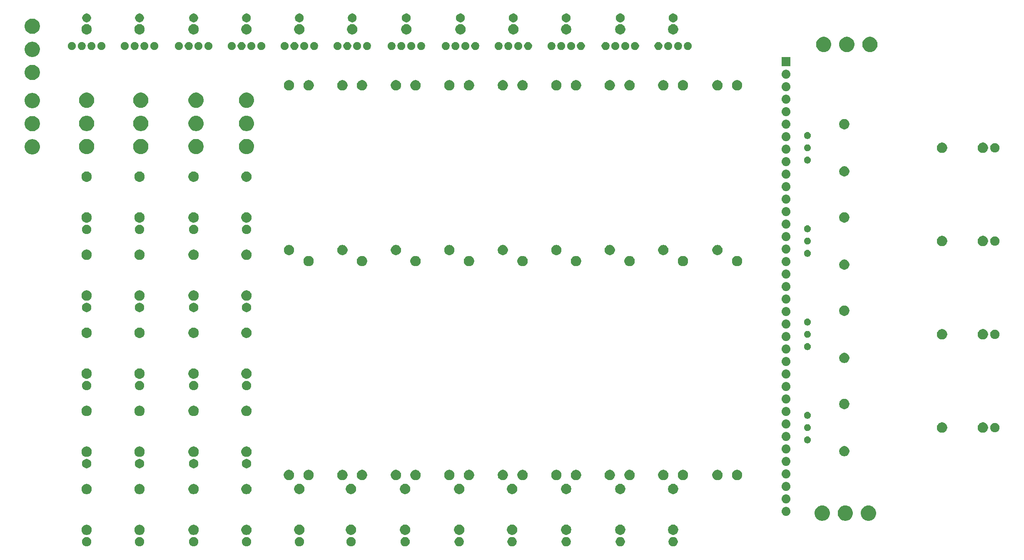
<source format=gbr>
%TF.GenerationSoftware,KiCad,Pcbnew,(5.0.1)-3*%
%TF.CreationDate,2020-01-29T23:09:20+00:00*%
%TF.ProjectId,SSv2 Main Board,53537632204D61696E20426F6172642E,rev?*%
%TF.SameCoordinates,Original*%
%TF.FileFunction,Soldermask,Top*%
%TF.FilePolarity,Negative*%
%FSLAX46Y46*%
G04 Gerber Fmt 4.6, Leading zero omitted, Abs format (unit mm)*
G04 Created by KiCad (PCBNEW (5.0.1)-3) date 29/01/2020 23:09:20*
%MOMM*%
%LPD*%
G01*
G04 APERTURE LIST*
%ADD10C,0.100000*%
G04 APERTURE END LIST*
D10*
G36*
X94027396Y-124910546D02*
X94200466Y-124982234D01*
X94356230Y-125086312D01*
X94488688Y-125218770D01*
X94592766Y-125374534D01*
X94664454Y-125547604D01*
X94701000Y-125731333D01*
X94701000Y-125918667D01*
X94664454Y-126102396D01*
X94592766Y-126275466D01*
X94488688Y-126431230D01*
X94356230Y-126563688D01*
X94200466Y-126667766D01*
X94027396Y-126739454D01*
X93843667Y-126776000D01*
X93656333Y-126776000D01*
X93472604Y-126739454D01*
X93299534Y-126667766D01*
X93143770Y-126563688D01*
X93011312Y-126431230D01*
X92907234Y-126275466D01*
X92835546Y-126102396D01*
X92799000Y-125918667D01*
X92799000Y-125731333D01*
X92835546Y-125547604D01*
X92907234Y-125374534D01*
X93011312Y-125218770D01*
X93143770Y-125086312D01*
X93299534Y-124982234D01*
X93472604Y-124910546D01*
X93656333Y-124874000D01*
X93843667Y-124874000D01*
X94027396Y-124910546D01*
X94027396Y-124910546D01*
G37*
G36*
X83277396Y-124910546D02*
X83450466Y-124982234D01*
X83606230Y-125086312D01*
X83738688Y-125218770D01*
X83842766Y-125374534D01*
X83914454Y-125547604D01*
X83951000Y-125731333D01*
X83951000Y-125918667D01*
X83914454Y-126102396D01*
X83842766Y-126275466D01*
X83738688Y-126431230D01*
X83606230Y-126563688D01*
X83450466Y-126667766D01*
X83277396Y-126739454D01*
X83093667Y-126776000D01*
X82906333Y-126776000D01*
X82722604Y-126739454D01*
X82549534Y-126667766D01*
X82393770Y-126563688D01*
X82261312Y-126431230D01*
X82157234Y-126275466D01*
X82085546Y-126102396D01*
X82049000Y-125918667D01*
X82049000Y-125731333D01*
X82085546Y-125547604D01*
X82157234Y-125374534D01*
X82261312Y-125218770D01*
X82393770Y-125086312D01*
X82549534Y-124982234D01*
X82722604Y-124910546D01*
X82906333Y-124874000D01*
X83093667Y-124874000D01*
X83277396Y-124910546D01*
X83277396Y-124910546D01*
G37*
G36*
X72277396Y-124910546D02*
X72450466Y-124982234D01*
X72606230Y-125086312D01*
X72738688Y-125218770D01*
X72842766Y-125374534D01*
X72914454Y-125547604D01*
X72951000Y-125731333D01*
X72951000Y-125918667D01*
X72914454Y-126102396D01*
X72842766Y-126275466D01*
X72738688Y-126431230D01*
X72606230Y-126563688D01*
X72450466Y-126667766D01*
X72277396Y-126739454D01*
X72093667Y-126776000D01*
X71906333Y-126776000D01*
X71722604Y-126739454D01*
X71549534Y-126667766D01*
X71393770Y-126563688D01*
X71261312Y-126431230D01*
X71157234Y-126275466D01*
X71085546Y-126102396D01*
X71049000Y-125918667D01*
X71049000Y-125731333D01*
X71085546Y-125547604D01*
X71157234Y-125374534D01*
X71261312Y-125218770D01*
X71393770Y-125086312D01*
X71549534Y-124982234D01*
X71722604Y-124910546D01*
X71906333Y-124874000D01*
X72093667Y-124874000D01*
X72277396Y-124910546D01*
X72277396Y-124910546D01*
G37*
G36*
X61527396Y-124910546D02*
X61700466Y-124982234D01*
X61856230Y-125086312D01*
X61988688Y-125218770D01*
X62092766Y-125374534D01*
X62164454Y-125547604D01*
X62201000Y-125731333D01*
X62201000Y-125918667D01*
X62164454Y-126102396D01*
X62092766Y-126275466D01*
X61988688Y-126431230D01*
X61856230Y-126563688D01*
X61700466Y-126667766D01*
X61527396Y-126739454D01*
X61343667Y-126776000D01*
X61156333Y-126776000D01*
X60972604Y-126739454D01*
X60799534Y-126667766D01*
X60643770Y-126563688D01*
X60511312Y-126431230D01*
X60407234Y-126275466D01*
X60335546Y-126102396D01*
X60299000Y-125918667D01*
X60299000Y-125731333D01*
X60335546Y-125547604D01*
X60407234Y-125374534D01*
X60511312Y-125218770D01*
X60643770Y-125086312D01*
X60799534Y-124982234D01*
X60972604Y-124910546D01*
X61156333Y-124874000D01*
X61343667Y-124874000D01*
X61527396Y-124910546D01*
X61527396Y-124910546D01*
G37*
G36*
X159027396Y-124885546D02*
X159200466Y-124957234D01*
X159356230Y-125061312D01*
X159488688Y-125193770D01*
X159592766Y-125349534D01*
X159664454Y-125522604D01*
X159701000Y-125706333D01*
X159701000Y-125893667D01*
X159664454Y-126077396D01*
X159592766Y-126250466D01*
X159488688Y-126406230D01*
X159356230Y-126538688D01*
X159200466Y-126642766D01*
X159027396Y-126714454D01*
X158843667Y-126751000D01*
X158656333Y-126751000D01*
X158472604Y-126714454D01*
X158299534Y-126642766D01*
X158143770Y-126538688D01*
X158011312Y-126406230D01*
X157907234Y-126250466D01*
X157835546Y-126077396D01*
X157799000Y-125893667D01*
X157799000Y-125706333D01*
X157835546Y-125522604D01*
X157907234Y-125349534D01*
X158011312Y-125193770D01*
X158143770Y-125061312D01*
X158299534Y-124957234D01*
X158472604Y-124885546D01*
X158656333Y-124849000D01*
X158843667Y-124849000D01*
X159027396Y-124885546D01*
X159027396Y-124885546D01*
G37*
G36*
X104777396Y-124885546D02*
X104950466Y-124957234D01*
X105106230Y-125061312D01*
X105238688Y-125193770D01*
X105342766Y-125349534D01*
X105414454Y-125522604D01*
X105451000Y-125706333D01*
X105451000Y-125893667D01*
X105414454Y-126077396D01*
X105342766Y-126250466D01*
X105238688Y-126406230D01*
X105106230Y-126538688D01*
X104950466Y-126642766D01*
X104777396Y-126714454D01*
X104593667Y-126751000D01*
X104406333Y-126751000D01*
X104222604Y-126714454D01*
X104049534Y-126642766D01*
X103893770Y-126538688D01*
X103761312Y-126406230D01*
X103657234Y-126250466D01*
X103585546Y-126077396D01*
X103549000Y-125893667D01*
X103549000Y-125706333D01*
X103585546Y-125522604D01*
X103657234Y-125349534D01*
X103761312Y-125193770D01*
X103893770Y-125061312D01*
X104049534Y-124957234D01*
X104222604Y-124885546D01*
X104406333Y-124849000D01*
X104593667Y-124849000D01*
X104777396Y-124885546D01*
X104777396Y-124885546D01*
G37*
G36*
X180777396Y-124885546D02*
X180950466Y-124957234D01*
X181106230Y-125061312D01*
X181238688Y-125193770D01*
X181342766Y-125349534D01*
X181414454Y-125522604D01*
X181451000Y-125706333D01*
X181451000Y-125893667D01*
X181414454Y-126077396D01*
X181342766Y-126250466D01*
X181238688Y-126406230D01*
X181106230Y-126538688D01*
X180950466Y-126642766D01*
X180777396Y-126714454D01*
X180593667Y-126751000D01*
X180406333Y-126751000D01*
X180222604Y-126714454D01*
X180049534Y-126642766D01*
X179893770Y-126538688D01*
X179761312Y-126406230D01*
X179657234Y-126250466D01*
X179585546Y-126077396D01*
X179549000Y-125893667D01*
X179549000Y-125706333D01*
X179585546Y-125522604D01*
X179657234Y-125349534D01*
X179761312Y-125193770D01*
X179893770Y-125061312D01*
X180049534Y-124957234D01*
X180222604Y-124885546D01*
X180406333Y-124849000D01*
X180593667Y-124849000D01*
X180777396Y-124885546D01*
X180777396Y-124885546D01*
G37*
G36*
X148027396Y-124885546D02*
X148200466Y-124957234D01*
X148356230Y-125061312D01*
X148488688Y-125193770D01*
X148592766Y-125349534D01*
X148664454Y-125522604D01*
X148701000Y-125706333D01*
X148701000Y-125893667D01*
X148664454Y-126077396D01*
X148592766Y-126250466D01*
X148488688Y-126406230D01*
X148356230Y-126538688D01*
X148200466Y-126642766D01*
X148027396Y-126714454D01*
X147843667Y-126751000D01*
X147656333Y-126751000D01*
X147472604Y-126714454D01*
X147299534Y-126642766D01*
X147143770Y-126538688D01*
X147011312Y-126406230D01*
X146907234Y-126250466D01*
X146835546Y-126077396D01*
X146799000Y-125893667D01*
X146799000Y-125706333D01*
X146835546Y-125522604D01*
X146907234Y-125349534D01*
X147011312Y-125193770D01*
X147143770Y-125061312D01*
X147299534Y-124957234D01*
X147472604Y-124885546D01*
X147656333Y-124849000D01*
X147843667Y-124849000D01*
X148027396Y-124885546D01*
X148027396Y-124885546D01*
G37*
G36*
X126277396Y-124885546D02*
X126450466Y-124957234D01*
X126606230Y-125061312D01*
X126738688Y-125193770D01*
X126842766Y-125349534D01*
X126914454Y-125522604D01*
X126951000Y-125706333D01*
X126951000Y-125893667D01*
X126914454Y-126077396D01*
X126842766Y-126250466D01*
X126738688Y-126406230D01*
X126606230Y-126538688D01*
X126450466Y-126642766D01*
X126277396Y-126714454D01*
X126093667Y-126751000D01*
X125906333Y-126751000D01*
X125722604Y-126714454D01*
X125549534Y-126642766D01*
X125393770Y-126538688D01*
X125261312Y-126406230D01*
X125157234Y-126250466D01*
X125085546Y-126077396D01*
X125049000Y-125893667D01*
X125049000Y-125706333D01*
X125085546Y-125522604D01*
X125157234Y-125349534D01*
X125261312Y-125193770D01*
X125393770Y-125061312D01*
X125549534Y-124957234D01*
X125722604Y-124885546D01*
X125906333Y-124849000D01*
X126093667Y-124849000D01*
X126277396Y-124885546D01*
X126277396Y-124885546D01*
G37*
G36*
X170027396Y-124885546D02*
X170200466Y-124957234D01*
X170356230Y-125061312D01*
X170488688Y-125193770D01*
X170592766Y-125349534D01*
X170664454Y-125522604D01*
X170701000Y-125706333D01*
X170701000Y-125893667D01*
X170664454Y-126077396D01*
X170592766Y-126250466D01*
X170488688Y-126406230D01*
X170356230Y-126538688D01*
X170200466Y-126642766D01*
X170027396Y-126714454D01*
X169843667Y-126751000D01*
X169656333Y-126751000D01*
X169472604Y-126714454D01*
X169299534Y-126642766D01*
X169143770Y-126538688D01*
X169011312Y-126406230D01*
X168907234Y-126250466D01*
X168835546Y-126077396D01*
X168799000Y-125893667D01*
X168799000Y-125706333D01*
X168835546Y-125522604D01*
X168907234Y-125349534D01*
X169011312Y-125193770D01*
X169143770Y-125061312D01*
X169299534Y-124957234D01*
X169472604Y-124885546D01*
X169656333Y-124849000D01*
X169843667Y-124849000D01*
X170027396Y-124885546D01*
X170027396Y-124885546D01*
G37*
G36*
X137277396Y-124885546D02*
X137450466Y-124957234D01*
X137606230Y-125061312D01*
X137738688Y-125193770D01*
X137842766Y-125349534D01*
X137914454Y-125522604D01*
X137951000Y-125706333D01*
X137951000Y-125893667D01*
X137914454Y-126077396D01*
X137842766Y-126250466D01*
X137738688Y-126406230D01*
X137606230Y-126538688D01*
X137450466Y-126642766D01*
X137277396Y-126714454D01*
X137093667Y-126751000D01*
X136906333Y-126751000D01*
X136722604Y-126714454D01*
X136549534Y-126642766D01*
X136393770Y-126538688D01*
X136261312Y-126406230D01*
X136157234Y-126250466D01*
X136085546Y-126077396D01*
X136049000Y-125893667D01*
X136049000Y-125706333D01*
X136085546Y-125522604D01*
X136157234Y-125349534D01*
X136261312Y-125193770D01*
X136393770Y-125061312D01*
X136549534Y-124957234D01*
X136722604Y-124885546D01*
X136906333Y-124849000D01*
X137093667Y-124849000D01*
X137277396Y-124885546D01*
X137277396Y-124885546D01*
G37*
G36*
X115277396Y-124885546D02*
X115450466Y-124957234D01*
X115606230Y-125061312D01*
X115738688Y-125193770D01*
X115842766Y-125349534D01*
X115914454Y-125522604D01*
X115951000Y-125706333D01*
X115951000Y-125893667D01*
X115914454Y-126077396D01*
X115842766Y-126250466D01*
X115738688Y-126406230D01*
X115606230Y-126538688D01*
X115450466Y-126642766D01*
X115277396Y-126714454D01*
X115093667Y-126751000D01*
X114906333Y-126751000D01*
X114722604Y-126714454D01*
X114549534Y-126642766D01*
X114393770Y-126538688D01*
X114261312Y-126406230D01*
X114157234Y-126250466D01*
X114085546Y-126077396D01*
X114049000Y-125893667D01*
X114049000Y-125706333D01*
X114085546Y-125522604D01*
X114157234Y-125349534D01*
X114261312Y-125193770D01*
X114393770Y-125061312D01*
X114549534Y-124957234D01*
X114722604Y-124885546D01*
X114906333Y-124849000D01*
X115093667Y-124849000D01*
X115277396Y-124885546D01*
X115277396Y-124885546D01*
G37*
G36*
X94056565Y-122394389D02*
X94247834Y-122473615D01*
X94419976Y-122588637D01*
X94566363Y-122735024D01*
X94681385Y-122907166D01*
X94760611Y-123098435D01*
X94801000Y-123301484D01*
X94801000Y-123508516D01*
X94760611Y-123711565D01*
X94681385Y-123902834D01*
X94566363Y-124074976D01*
X94419976Y-124221363D01*
X94247834Y-124336385D01*
X94056565Y-124415611D01*
X93853516Y-124456000D01*
X93646484Y-124456000D01*
X93443435Y-124415611D01*
X93252166Y-124336385D01*
X93080024Y-124221363D01*
X92933637Y-124074976D01*
X92818615Y-123902834D01*
X92739389Y-123711565D01*
X92699000Y-123508516D01*
X92699000Y-123301484D01*
X92739389Y-123098435D01*
X92818615Y-122907166D01*
X92933637Y-122735024D01*
X93080024Y-122588637D01*
X93252166Y-122473615D01*
X93443435Y-122394389D01*
X93646484Y-122354000D01*
X93853516Y-122354000D01*
X94056565Y-122394389D01*
X94056565Y-122394389D01*
G37*
G36*
X61556565Y-122394389D02*
X61747834Y-122473615D01*
X61919976Y-122588637D01*
X62066363Y-122735024D01*
X62181385Y-122907166D01*
X62260611Y-123098435D01*
X62301000Y-123301484D01*
X62301000Y-123508516D01*
X62260611Y-123711565D01*
X62181385Y-123902834D01*
X62066363Y-124074976D01*
X61919976Y-124221363D01*
X61747834Y-124336385D01*
X61556565Y-124415611D01*
X61353516Y-124456000D01*
X61146484Y-124456000D01*
X60943435Y-124415611D01*
X60752166Y-124336385D01*
X60580024Y-124221363D01*
X60433637Y-124074976D01*
X60318615Y-123902834D01*
X60239389Y-123711565D01*
X60199000Y-123508516D01*
X60199000Y-123301484D01*
X60239389Y-123098435D01*
X60318615Y-122907166D01*
X60433637Y-122735024D01*
X60580024Y-122588637D01*
X60752166Y-122473615D01*
X60943435Y-122394389D01*
X61146484Y-122354000D01*
X61353516Y-122354000D01*
X61556565Y-122394389D01*
X61556565Y-122394389D01*
G37*
G36*
X72306565Y-122394389D02*
X72497834Y-122473615D01*
X72669976Y-122588637D01*
X72816363Y-122735024D01*
X72931385Y-122907166D01*
X73010611Y-123098435D01*
X73051000Y-123301484D01*
X73051000Y-123508516D01*
X73010611Y-123711565D01*
X72931385Y-123902834D01*
X72816363Y-124074976D01*
X72669976Y-124221363D01*
X72497834Y-124336385D01*
X72306565Y-124415611D01*
X72103516Y-124456000D01*
X71896484Y-124456000D01*
X71693435Y-124415611D01*
X71502166Y-124336385D01*
X71330024Y-124221363D01*
X71183637Y-124074976D01*
X71068615Y-123902834D01*
X70989389Y-123711565D01*
X70949000Y-123508516D01*
X70949000Y-123301484D01*
X70989389Y-123098435D01*
X71068615Y-122907166D01*
X71183637Y-122735024D01*
X71330024Y-122588637D01*
X71502166Y-122473615D01*
X71693435Y-122394389D01*
X71896484Y-122354000D01*
X72103516Y-122354000D01*
X72306565Y-122394389D01*
X72306565Y-122394389D01*
G37*
G36*
X83306565Y-122394389D02*
X83497834Y-122473615D01*
X83669976Y-122588637D01*
X83816363Y-122735024D01*
X83931385Y-122907166D01*
X84010611Y-123098435D01*
X84051000Y-123301484D01*
X84051000Y-123508516D01*
X84010611Y-123711565D01*
X83931385Y-123902834D01*
X83816363Y-124074976D01*
X83669976Y-124221363D01*
X83497834Y-124336385D01*
X83306565Y-124415611D01*
X83103516Y-124456000D01*
X82896484Y-124456000D01*
X82693435Y-124415611D01*
X82502166Y-124336385D01*
X82330024Y-124221363D01*
X82183637Y-124074976D01*
X82068615Y-123902834D01*
X81989389Y-123711565D01*
X81949000Y-123508516D01*
X81949000Y-123301484D01*
X81989389Y-123098435D01*
X82068615Y-122907166D01*
X82183637Y-122735024D01*
X82330024Y-122588637D01*
X82502166Y-122473615D01*
X82693435Y-122394389D01*
X82896484Y-122354000D01*
X83103516Y-122354000D01*
X83306565Y-122394389D01*
X83306565Y-122394389D01*
G37*
G36*
X115306565Y-122369389D02*
X115497834Y-122448615D01*
X115669976Y-122563637D01*
X115816363Y-122710024D01*
X115931385Y-122882166D01*
X116010611Y-123073435D01*
X116051000Y-123276484D01*
X116051000Y-123483516D01*
X116010611Y-123686565D01*
X115931385Y-123877834D01*
X115816363Y-124049976D01*
X115669976Y-124196363D01*
X115497834Y-124311385D01*
X115306565Y-124390611D01*
X115103516Y-124431000D01*
X114896484Y-124431000D01*
X114693435Y-124390611D01*
X114502166Y-124311385D01*
X114330024Y-124196363D01*
X114183637Y-124049976D01*
X114068615Y-123877834D01*
X113989389Y-123686565D01*
X113949000Y-123483516D01*
X113949000Y-123276484D01*
X113989389Y-123073435D01*
X114068615Y-122882166D01*
X114183637Y-122710024D01*
X114330024Y-122563637D01*
X114502166Y-122448615D01*
X114693435Y-122369389D01*
X114896484Y-122329000D01*
X115103516Y-122329000D01*
X115306565Y-122369389D01*
X115306565Y-122369389D01*
G37*
G36*
X180806565Y-122369389D02*
X180997834Y-122448615D01*
X181169976Y-122563637D01*
X181316363Y-122710024D01*
X181431385Y-122882166D01*
X181510611Y-123073435D01*
X181551000Y-123276484D01*
X181551000Y-123483516D01*
X181510611Y-123686565D01*
X181431385Y-123877834D01*
X181316363Y-124049976D01*
X181169976Y-124196363D01*
X180997834Y-124311385D01*
X180806565Y-124390611D01*
X180603516Y-124431000D01*
X180396484Y-124431000D01*
X180193435Y-124390611D01*
X180002166Y-124311385D01*
X179830024Y-124196363D01*
X179683637Y-124049976D01*
X179568615Y-123877834D01*
X179489389Y-123686565D01*
X179449000Y-123483516D01*
X179449000Y-123276484D01*
X179489389Y-123073435D01*
X179568615Y-122882166D01*
X179683637Y-122710024D01*
X179830024Y-122563637D01*
X180002166Y-122448615D01*
X180193435Y-122369389D01*
X180396484Y-122329000D01*
X180603516Y-122329000D01*
X180806565Y-122369389D01*
X180806565Y-122369389D01*
G37*
G36*
X104806565Y-122369389D02*
X104997834Y-122448615D01*
X105169976Y-122563637D01*
X105316363Y-122710024D01*
X105431385Y-122882166D01*
X105510611Y-123073435D01*
X105551000Y-123276484D01*
X105551000Y-123483516D01*
X105510611Y-123686565D01*
X105431385Y-123877834D01*
X105316363Y-124049976D01*
X105169976Y-124196363D01*
X104997834Y-124311385D01*
X104806565Y-124390611D01*
X104603516Y-124431000D01*
X104396484Y-124431000D01*
X104193435Y-124390611D01*
X104002166Y-124311385D01*
X103830024Y-124196363D01*
X103683637Y-124049976D01*
X103568615Y-123877834D01*
X103489389Y-123686565D01*
X103449000Y-123483516D01*
X103449000Y-123276484D01*
X103489389Y-123073435D01*
X103568615Y-122882166D01*
X103683637Y-122710024D01*
X103830024Y-122563637D01*
X104002166Y-122448615D01*
X104193435Y-122369389D01*
X104396484Y-122329000D01*
X104603516Y-122329000D01*
X104806565Y-122369389D01*
X104806565Y-122369389D01*
G37*
G36*
X159056565Y-122369389D02*
X159247834Y-122448615D01*
X159419976Y-122563637D01*
X159566363Y-122710024D01*
X159681385Y-122882166D01*
X159760611Y-123073435D01*
X159801000Y-123276484D01*
X159801000Y-123483516D01*
X159760611Y-123686565D01*
X159681385Y-123877834D01*
X159566363Y-124049976D01*
X159419976Y-124196363D01*
X159247834Y-124311385D01*
X159056565Y-124390611D01*
X158853516Y-124431000D01*
X158646484Y-124431000D01*
X158443435Y-124390611D01*
X158252166Y-124311385D01*
X158080024Y-124196363D01*
X157933637Y-124049976D01*
X157818615Y-123877834D01*
X157739389Y-123686565D01*
X157699000Y-123483516D01*
X157699000Y-123276484D01*
X157739389Y-123073435D01*
X157818615Y-122882166D01*
X157933637Y-122710024D01*
X158080024Y-122563637D01*
X158252166Y-122448615D01*
X158443435Y-122369389D01*
X158646484Y-122329000D01*
X158853516Y-122329000D01*
X159056565Y-122369389D01*
X159056565Y-122369389D01*
G37*
G36*
X148056565Y-122369389D02*
X148247834Y-122448615D01*
X148419976Y-122563637D01*
X148566363Y-122710024D01*
X148681385Y-122882166D01*
X148760611Y-123073435D01*
X148801000Y-123276484D01*
X148801000Y-123483516D01*
X148760611Y-123686565D01*
X148681385Y-123877834D01*
X148566363Y-124049976D01*
X148419976Y-124196363D01*
X148247834Y-124311385D01*
X148056565Y-124390611D01*
X147853516Y-124431000D01*
X147646484Y-124431000D01*
X147443435Y-124390611D01*
X147252166Y-124311385D01*
X147080024Y-124196363D01*
X146933637Y-124049976D01*
X146818615Y-123877834D01*
X146739389Y-123686565D01*
X146699000Y-123483516D01*
X146699000Y-123276484D01*
X146739389Y-123073435D01*
X146818615Y-122882166D01*
X146933637Y-122710024D01*
X147080024Y-122563637D01*
X147252166Y-122448615D01*
X147443435Y-122369389D01*
X147646484Y-122329000D01*
X147853516Y-122329000D01*
X148056565Y-122369389D01*
X148056565Y-122369389D01*
G37*
G36*
X137306565Y-122369389D02*
X137497834Y-122448615D01*
X137669976Y-122563637D01*
X137816363Y-122710024D01*
X137931385Y-122882166D01*
X138010611Y-123073435D01*
X138051000Y-123276484D01*
X138051000Y-123483516D01*
X138010611Y-123686565D01*
X137931385Y-123877834D01*
X137816363Y-124049976D01*
X137669976Y-124196363D01*
X137497834Y-124311385D01*
X137306565Y-124390611D01*
X137103516Y-124431000D01*
X136896484Y-124431000D01*
X136693435Y-124390611D01*
X136502166Y-124311385D01*
X136330024Y-124196363D01*
X136183637Y-124049976D01*
X136068615Y-123877834D01*
X135989389Y-123686565D01*
X135949000Y-123483516D01*
X135949000Y-123276484D01*
X135989389Y-123073435D01*
X136068615Y-122882166D01*
X136183637Y-122710024D01*
X136330024Y-122563637D01*
X136502166Y-122448615D01*
X136693435Y-122369389D01*
X136896484Y-122329000D01*
X137103516Y-122329000D01*
X137306565Y-122369389D01*
X137306565Y-122369389D01*
G37*
G36*
X126306565Y-122369389D02*
X126497834Y-122448615D01*
X126669976Y-122563637D01*
X126816363Y-122710024D01*
X126931385Y-122882166D01*
X127010611Y-123073435D01*
X127051000Y-123276484D01*
X127051000Y-123483516D01*
X127010611Y-123686565D01*
X126931385Y-123877834D01*
X126816363Y-124049976D01*
X126669976Y-124196363D01*
X126497834Y-124311385D01*
X126306565Y-124390611D01*
X126103516Y-124431000D01*
X125896484Y-124431000D01*
X125693435Y-124390611D01*
X125502166Y-124311385D01*
X125330024Y-124196363D01*
X125183637Y-124049976D01*
X125068615Y-123877834D01*
X124989389Y-123686565D01*
X124949000Y-123483516D01*
X124949000Y-123276484D01*
X124989389Y-123073435D01*
X125068615Y-122882166D01*
X125183637Y-122710024D01*
X125330024Y-122563637D01*
X125502166Y-122448615D01*
X125693435Y-122369389D01*
X125896484Y-122329000D01*
X126103516Y-122329000D01*
X126306565Y-122369389D01*
X126306565Y-122369389D01*
G37*
G36*
X170056565Y-122369389D02*
X170247834Y-122448615D01*
X170419976Y-122563637D01*
X170566363Y-122710024D01*
X170681385Y-122882166D01*
X170760611Y-123073435D01*
X170801000Y-123276484D01*
X170801000Y-123483516D01*
X170760611Y-123686565D01*
X170681385Y-123877834D01*
X170566363Y-124049976D01*
X170419976Y-124196363D01*
X170247834Y-124311385D01*
X170056565Y-124390611D01*
X169853516Y-124431000D01*
X169646484Y-124431000D01*
X169443435Y-124390611D01*
X169252166Y-124311385D01*
X169080024Y-124196363D01*
X168933637Y-124049976D01*
X168818615Y-123877834D01*
X168739389Y-123686565D01*
X168699000Y-123483516D01*
X168699000Y-123276484D01*
X168739389Y-123073435D01*
X168818615Y-122882166D01*
X168933637Y-122710024D01*
X169080024Y-122563637D01*
X169252166Y-122448615D01*
X169443435Y-122369389D01*
X169646484Y-122329000D01*
X169853516Y-122329000D01*
X170056565Y-122369389D01*
X170056565Y-122369389D01*
G37*
G36*
X211152527Y-118488736D02*
X211252410Y-118508604D01*
X211534674Y-118625521D01*
X211788705Y-118795259D01*
X212004741Y-119011295D01*
X212174479Y-119265326D01*
X212291396Y-119547590D01*
X212291396Y-119547591D01*
X212343718Y-119810627D01*
X212351000Y-119847240D01*
X212351000Y-120152760D01*
X212291396Y-120452410D01*
X212174479Y-120734674D01*
X212004741Y-120988705D01*
X211788705Y-121204741D01*
X211534674Y-121374479D01*
X211252410Y-121491396D01*
X211152527Y-121511264D01*
X210952762Y-121551000D01*
X210647238Y-121551000D01*
X210447473Y-121511264D01*
X210347590Y-121491396D01*
X210065326Y-121374479D01*
X209811295Y-121204741D01*
X209595259Y-120988705D01*
X209425521Y-120734674D01*
X209308604Y-120452410D01*
X209249000Y-120152760D01*
X209249000Y-119847240D01*
X209256283Y-119810627D01*
X209308604Y-119547591D01*
X209308604Y-119547590D01*
X209425521Y-119265326D01*
X209595259Y-119011295D01*
X209811295Y-118795259D01*
X210065326Y-118625521D01*
X210347590Y-118508604D01*
X210447473Y-118488736D01*
X210647238Y-118449000D01*
X210952762Y-118449000D01*
X211152527Y-118488736D01*
X211152527Y-118488736D01*
G37*
G36*
X215852527Y-118488736D02*
X215952410Y-118508604D01*
X216234674Y-118625521D01*
X216488705Y-118795259D01*
X216704741Y-119011295D01*
X216874479Y-119265326D01*
X216991396Y-119547590D01*
X216991396Y-119547591D01*
X217043718Y-119810627D01*
X217051000Y-119847240D01*
X217051000Y-120152760D01*
X216991396Y-120452410D01*
X216874479Y-120734674D01*
X216704741Y-120988705D01*
X216488705Y-121204741D01*
X216234674Y-121374479D01*
X215952410Y-121491396D01*
X215852527Y-121511264D01*
X215652762Y-121551000D01*
X215347238Y-121551000D01*
X215147473Y-121511264D01*
X215047590Y-121491396D01*
X214765326Y-121374479D01*
X214511295Y-121204741D01*
X214295259Y-120988705D01*
X214125521Y-120734674D01*
X214008604Y-120452410D01*
X213949000Y-120152760D01*
X213949000Y-119847240D01*
X213956283Y-119810627D01*
X214008604Y-119547591D01*
X214008604Y-119547590D01*
X214125521Y-119265326D01*
X214295259Y-119011295D01*
X214511295Y-118795259D01*
X214765326Y-118625521D01*
X215047590Y-118508604D01*
X215147473Y-118488736D01*
X215347238Y-118449000D01*
X215652762Y-118449000D01*
X215852527Y-118488736D01*
X215852527Y-118488736D01*
G37*
G36*
X220552527Y-118488736D02*
X220652410Y-118508604D01*
X220934674Y-118625521D01*
X221188705Y-118795259D01*
X221404741Y-119011295D01*
X221574479Y-119265326D01*
X221691396Y-119547590D01*
X221691396Y-119547591D01*
X221743718Y-119810627D01*
X221751000Y-119847240D01*
X221751000Y-120152760D01*
X221691396Y-120452410D01*
X221574479Y-120734674D01*
X221404741Y-120988705D01*
X221188705Y-121204741D01*
X220934674Y-121374479D01*
X220652410Y-121491396D01*
X220552527Y-121511264D01*
X220352762Y-121551000D01*
X220047238Y-121551000D01*
X219847473Y-121511264D01*
X219747590Y-121491396D01*
X219465326Y-121374479D01*
X219211295Y-121204741D01*
X218995259Y-120988705D01*
X218825521Y-120734674D01*
X218708604Y-120452410D01*
X218649000Y-120152760D01*
X218649000Y-119847240D01*
X218656283Y-119810627D01*
X218708604Y-119547591D01*
X218708604Y-119547590D01*
X218825521Y-119265326D01*
X218995259Y-119011295D01*
X219211295Y-118795259D01*
X219465326Y-118625521D01*
X219747590Y-118508604D01*
X219847473Y-118488736D01*
X220047238Y-118449000D01*
X220352762Y-118449000D01*
X220552527Y-118488736D01*
X220552527Y-118488736D01*
G37*
G36*
X203564442Y-118739518D02*
X203630627Y-118746037D01*
X203743853Y-118780384D01*
X203800467Y-118797557D01*
X203939087Y-118871652D01*
X203956991Y-118881222D01*
X203992729Y-118910552D01*
X204094186Y-118993814D01*
X204177448Y-119095271D01*
X204206778Y-119131009D01*
X204206779Y-119131011D01*
X204290443Y-119287533D01*
X204290443Y-119287534D01*
X204341963Y-119457373D01*
X204359359Y-119634000D01*
X204341963Y-119810627D01*
X204307616Y-119923853D01*
X204290443Y-119980467D01*
X204216348Y-120119087D01*
X204206778Y-120136991D01*
X204193835Y-120152762D01*
X204094186Y-120274186D01*
X203992729Y-120357448D01*
X203956991Y-120386778D01*
X203956989Y-120386779D01*
X203800467Y-120470443D01*
X203743853Y-120487616D01*
X203630627Y-120521963D01*
X203564443Y-120528481D01*
X203498260Y-120535000D01*
X203409740Y-120535000D01*
X203343557Y-120528481D01*
X203277373Y-120521963D01*
X203164147Y-120487616D01*
X203107533Y-120470443D01*
X202951011Y-120386779D01*
X202951009Y-120386778D01*
X202915271Y-120357448D01*
X202813814Y-120274186D01*
X202714165Y-120152762D01*
X202701222Y-120136991D01*
X202691652Y-120119087D01*
X202617557Y-119980467D01*
X202600384Y-119923853D01*
X202566037Y-119810627D01*
X202548641Y-119634000D01*
X202566037Y-119457373D01*
X202617557Y-119287534D01*
X202617557Y-119287533D01*
X202701221Y-119131011D01*
X202701222Y-119131009D01*
X202730552Y-119095271D01*
X202813814Y-118993814D01*
X202915271Y-118910552D01*
X202951009Y-118881222D01*
X202968913Y-118871652D01*
X203107533Y-118797557D01*
X203164147Y-118780384D01*
X203277373Y-118746037D01*
X203343558Y-118739518D01*
X203409740Y-118733000D01*
X203498260Y-118733000D01*
X203564442Y-118739518D01*
X203564442Y-118739518D01*
G37*
G36*
X203564442Y-116199518D02*
X203630627Y-116206037D01*
X203743853Y-116240384D01*
X203800467Y-116257557D01*
X203939087Y-116331652D01*
X203956991Y-116341222D01*
X203992729Y-116370552D01*
X204094186Y-116453814D01*
X204177448Y-116555271D01*
X204206778Y-116591009D01*
X204206779Y-116591011D01*
X204290443Y-116747533D01*
X204290443Y-116747534D01*
X204341963Y-116917373D01*
X204359359Y-117094000D01*
X204341963Y-117270627D01*
X204307616Y-117383853D01*
X204290443Y-117440467D01*
X204216348Y-117579087D01*
X204206778Y-117596991D01*
X204177448Y-117632729D01*
X204094186Y-117734186D01*
X203992729Y-117817448D01*
X203956991Y-117846778D01*
X203956989Y-117846779D01*
X203800467Y-117930443D01*
X203743853Y-117947616D01*
X203630627Y-117981963D01*
X203564442Y-117988482D01*
X203498260Y-117995000D01*
X203409740Y-117995000D01*
X203343558Y-117988482D01*
X203277373Y-117981963D01*
X203164147Y-117947616D01*
X203107533Y-117930443D01*
X202951011Y-117846779D01*
X202951009Y-117846778D01*
X202915271Y-117817448D01*
X202813814Y-117734186D01*
X202730552Y-117632729D01*
X202701222Y-117596991D01*
X202691652Y-117579087D01*
X202617557Y-117440467D01*
X202600384Y-117383853D01*
X202566037Y-117270627D01*
X202548641Y-117094000D01*
X202566037Y-116917373D01*
X202617557Y-116747534D01*
X202617557Y-116747533D01*
X202701221Y-116591011D01*
X202701222Y-116591009D01*
X202730552Y-116555271D01*
X202813814Y-116453814D01*
X202915271Y-116370552D01*
X202951009Y-116341222D01*
X202968913Y-116331652D01*
X203107533Y-116257557D01*
X203164147Y-116240384D01*
X203277373Y-116206037D01*
X203343558Y-116199518D01*
X203409740Y-116193000D01*
X203498260Y-116193000D01*
X203564442Y-116199518D01*
X203564442Y-116199518D01*
G37*
G36*
X72306565Y-114094389D02*
X72497834Y-114173615D01*
X72669976Y-114288637D01*
X72816363Y-114435024D01*
X72931385Y-114607166D01*
X73010611Y-114798435D01*
X73051000Y-115001484D01*
X73051000Y-115208516D01*
X73010611Y-115411565D01*
X72931385Y-115602834D01*
X72816363Y-115774976D01*
X72669976Y-115921363D01*
X72497834Y-116036385D01*
X72306565Y-116115611D01*
X72103516Y-116156000D01*
X71896484Y-116156000D01*
X71693435Y-116115611D01*
X71502166Y-116036385D01*
X71330024Y-115921363D01*
X71183637Y-115774976D01*
X71068615Y-115602834D01*
X70989389Y-115411565D01*
X70949000Y-115208516D01*
X70949000Y-115001484D01*
X70989389Y-114798435D01*
X71068615Y-114607166D01*
X71183637Y-114435024D01*
X71330024Y-114288637D01*
X71502166Y-114173615D01*
X71693435Y-114094389D01*
X71896484Y-114054000D01*
X72103516Y-114054000D01*
X72306565Y-114094389D01*
X72306565Y-114094389D01*
G37*
G36*
X94056565Y-114094389D02*
X94247834Y-114173615D01*
X94419976Y-114288637D01*
X94566363Y-114435024D01*
X94681385Y-114607166D01*
X94760611Y-114798435D01*
X94801000Y-115001484D01*
X94801000Y-115208516D01*
X94760611Y-115411565D01*
X94681385Y-115602834D01*
X94566363Y-115774976D01*
X94419976Y-115921363D01*
X94247834Y-116036385D01*
X94056565Y-116115611D01*
X93853516Y-116156000D01*
X93646484Y-116156000D01*
X93443435Y-116115611D01*
X93252166Y-116036385D01*
X93080024Y-115921363D01*
X92933637Y-115774976D01*
X92818615Y-115602834D01*
X92739389Y-115411565D01*
X92699000Y-115208516D01*
X92699000Y-115001484D01*
X92739389Y-114798435D01*
X92818615Y-114607166D01*
X92933637Y-114435024D01*
X93080024Y-114288637D01*
X93252166Y-114173615D01*
X93443435Y-114094389D01*
X93646484Y-114054000D01*
X93853516Y-114054000D01*
X94056565Y-114094389D01*
X94056565Y-114094389D01*
G37*
G36*
X83306565Y-114094389D02*
X83497834Y-114173615D01*
X83669976Y-114288637D01*
X83816363Y-114435024D01*
X83931385Y-114607166D01*
X84010611Y-114798435D01*
X84051000Y-115001484D01*
X84051000Y-115208516D01*
X84010611Y-115411565D01*
X83931385Y-115602834D01*
X83816363Y-115774976D01*
X83669976Y-115921363D01*
X83497834Y-116036385D01*
X83306565Y-116115611D01*
X83103516Y-116156000D01*
X82896484Y-116156000D01*
X82693435Y-116115611D01*
X82502166Y-116036385D01*
X82330024Y-115921363D01*
X82183637Y-115774976D01*
X82068615Y-115602834D01*
X81989389Y-115411565D01*
X81949000Y-115208516D01*
X81949000Y-115001484D01*
X81989389Y-114798435D01*
X82068615Y-114607166D01*
X82183637Y-114435024D01*
X82330024Y-114288637D01*
X82502166Y-114173615D01*
X82693435Y-114094389D01*
X82896484Y-114054000D01*
X83103516Y-114054000D01*
X83306565Y-114094389D01*
X83306565Y-114094389D01*
G37*
G36*
X61556565Y-114094389D02*
X61747834Y-114173615D01*
X61919976Y-114288637D01*
X62066363Y-114435024D01*
X62181385Y-114607166D01*
X62260611Y-114798435D01*
X62301000Y-115001484D01*
X62301000Y-115208516D01*
X62260611Y-115411565D01*
X62181385Y-115602834D01*
X62066363Y-115774976D01*
X61919976Y-115921363D01*
X61747834Y-116036385D01*
X61556565Y-116115611D01*
X61353516Y-116156000D01*
X61146484Y-116156000D01*
X60943435Y-116115611D01*
X60752166Y-116036385D01*
X60580024Y-115921363D01*
X60433637Y-115774976D01*
X60318615Y-115602834D01*
X60239389Y-115411565D01*
X60199000Y-115208516D01*
X60199000Y-115001484D01*
X60239389Y-114798435D01*
X60318615Y-114607166D01*
X60433637Y-114435024D01*
X60580024Y-114288637D01*
X60752166Y-114173615D01*
X60943435Y-114094389D01*
X61146484Y-114054000D01*
X61353516Y-114054000D01*
X61556565Y-114094389D01*
X61556565Y-114094389D01*
G37*
G36*
X137306565Y-114069389D02*
X137497834Y-114148615D01*
X137669976Y-114263637D01*
X137816363Y-114410024D01*
X137931385Y-114582166D01*
X138010611Y-114773435D01*
X138051000Y-114976484D01*
X138051000Y-115183516D01*
X138010611Y-115386565D01*
X137931385Y-115577834D01*
X137816363Y-115749976D01*
X137669976Y-115896363D01*
X137497834Y-116011385D01*
X137306565Y-116090611D01*
X137103516Y-116131000D01*
X136896484Y-116131000D01*
X136693435Y-116090611D01*
X136502166Y-116011385D01*
X136330024Y-115896363D01*
X136183637Y-115749976D01*
X136068615Y-115577834D01*
X135989389Y-115386565D01*
X135949000Y-115183516D01*
X135949000Y-114976484D01*
X135989389Y-114773435D01*
X136068615Y-114582166D01*
X136183637Y-114410024D01*
X136330024Y-114263637D01*
X136502166Y-114148615D01*
X136693435Y-114069389D01*
X136896484Y-114029000D01*
X137103516Y-114029000D01*
X137306565Y-114069389D01*
X137306565Y-114069389D01*
G37*
G36*
X115306565Y-114069389D02*
X115497834Y-114148615D01*
X115669976Y-114263637D01*
X115816363Y-114410024D01*
X115931385Y-114582166D01*
X116010611Y-114773435D01*
X116051000Y-114976484D01*
X116051000Y-115183516D01*
X116010611Y-115386565D01*
X115931385Y-115577834D01*
X115816363Y-115749976D01*
X115669976Y-115896363D01*
X115497834Y-116011385D01*
X115306565Y-116090611D01*
X115103516Y-116131000D01*
X114896484Y-116131000D01*
X114693435Y-116090611D01*
X114502166Y-116011385D01*
X114330024Y-115896363D01*
X114183637Y-115749976D01*
X114068615Y-115577834D01*
X113989389Y-115386565D01*
X113949000Y-115183516D01*
X113949000Y-114976484D01*
X113989389Y-114773435D01*
X114068615Y-114582166D01*
X114183637Y-114410024D01*
X114330024Y-114263637D01*
X114502166Y-114148615D01*
X114693435Y-114069389D01*
X114896484Y-114029000D01*
X115103516Y-114029000D01*
X115306565Y-114069389D01*
X115306565Y-114069389D01*
G37*
G36*
X170056565Y-114069389D02*
X170247834Y-114148615D01*
X170419976Y-114263637D01*
X170566363Y-114410024D01*
X170681385Y-114582166D01*
X170760611Y-114773435D01*
X170801000Y-114976484D01*
X170801000Y-115183516D01*
X170760611Y-115386565D01*
X170681385Y-115577834D01*
X170566363Y-115749976D01*
X170419976Y-115896363D01*
X170247834Y-116011385D01*
X170056565Y-116090611D01*
X169853516Y-116131000D01*
X169646484Y-116131000D01*
X169443435Y-116090611D01*
X169252166Y-116011385D01*
X169080024Y-115896363D01*
X168933637Y-115749976D01*
X168818615Y-115577834D01*
X168739389Y-115386565D01*
X168699000Y-115183516D01*
X168699000Y-114976484D01*
X168739389Y-114773435D01*
X168818615Y-114582166D01*
X168933637Y-114410024D01*
X169080024Y-114263637D01*
X169252166Y-114148615D01*
X169443435Y-114069389D01*
X169646484Y-114029000D01*
X169853516Y-114029000D01*
X170056565Y-114069389D01*
X170056565Y-114069389D01*
G37*
G36*
X126306565Y-114069389D02*
X126497834Y-114148615D01*
X126669976Y-114263637D01*
X126816363Y-114410024D01*
X126931385Y-114582166D01*
X127010611Y-114773435D01*
X127051000Y-114976484D01*
X127051000Y-115183516D01*
X127010611Y-115386565D01*
X126931385Y-115577834D01*
X126816363Y-115749976D01*
X126669976Y-115896363D01*
X126497834Y-116011385D01*
X126306565Y-116090611D01*
X126103516Y-116131000D01*
X125896484Y-116131000D01*
X125693435Y-116090611D01*
X125502166Y-116011385D01*
X125330024Y-115896363D01*
X125183637Y-115749976D01*
X125068615Y-115577834D01*
X124989389Y-115386565D01*
X124949000Y-115183516D01*
X124949000Y-114976484D01*
X124989389Y-114773435D01*
X125068615Y-114582166D01*
X125183637Y-114410024D01*
X125330024Y-114263637D01*
X125502166Y-114148615D01*
X125693435Y-114069389D01*
X125896484Y-114029000D01*
X126103516Y-114029000D01*
X126306565Y-114069389D01*
X126306565Y-114069389D01*
G37*
G36*
X148056565Y-114069389D02*
X148247834Y-114148615D01*
X148419976Y-114263637D01*
X148566363Y-114410024D01*
X148681385Y-114582166D01*
X148760611Y-114773435D01*
X148801000Y-114976484D01*
X148801000Y-115183516D01*
X148760611Y-115386565D01*
X148681385Y-115577834D01*
X148566363Y-115749976D01*
X148419976Y-115896363D01*
X148247834Y-116011385D01*
X148056565Y-116090611D01*
X147853516Y-116131000D01*
X147646484Y-116131000D01*
X147443435Y-116090611D01*
X147252166Y-116011385D01*
X147080024Y-115896363D01*
X146933637Y-115749976D01*
X146818615Y-115577834D01*
X146739389Y-115386565D01*
X146699000Y-115183516D01*
X146699000Y-114976484D01*
X146739389Y-114773435D01*
X146818615Y-114582166D01*
X146933637Y-114410024D01*
X147080024Y-114263637D01*
X147252166Y-114148615D01*
X147443435Y-114069389D01*
X147646484Y-114029000D01*
X147853516Y-114029000D01*
X148056565Y-114069389D01*
X148056565Y-114069389D01*
G37*
G36*
X159056565Y-114069389D02*
X159247834Y-114148615D01*
X159419976Y-114263637D01*
X159566363Y-114410024D01*
X159681385Y-114582166D01*
X159760611Y-114773435D01*
X159801000Y-114976484D01*
X159801000Y-115183516D01*
X159760611Y-115386565D01*
X159681385Y-115577834D01*
X159566363Y-115749976D01*
X159419976Y-115896363D01*
X159247834Y-116011385D01*
X159056565Y-116090611D01*
X158853516Y-116131000D01*
X158646484Y-116131000D01*
X158443435Y-116090611D01*
X158252166Y-116011385D01*
X158080024Y-115896363D01*
X157933637Y-115749976D01*
X157818615Y-115577834D01*
X157739389Y-115386565D01*
X157699000Y-115183516D01*
X157699000Y-114976484D01*
X157739389Y-114773435D01*
X157818615Y-114582166D01*
X157933637Y-114410024D01*
X158080024Y-114263637D01*
X158252166Y-114148615D01*
X158443435Y-114069389D01*
X158646484Y-114029000D01*
X158853516Y-114029000D01*
X159056565Y-114069389D01*
X159056565Y-114069389D01*
G37*
G36*
X104806565Y-114069389D02*
X104997834Y-114148615D01*
X105169976Y-114263637D01*
X105316363Y-114410024D01*
X105431385Y-114582166D01*
X105510611Y-114773435D01*
X105551000Y-114976484D01*
X105551000Y-115183516D01*
X105510611Y-115386565D01*
X105431385Y-115577834D01*
X105316363Y-115749976D01*
X105169976Y-115896363D01*
X104997834Y-116011385D01*
X104806565Y-116090611D01*
X104603516Y-116131000D01*
X104396484Y-116131000D01*
X104193435Y-116090611D01*
X104002166Y-116011385D01*
X103830024Y-115896363D01*
X103683637Y-115749976D01*
X103568615Y-115577834D01*
X103489389Y-115386565D01*
X103449000Y-115183516D01*
X103449000Y-114976484D01*
X103489389Y-114773435D01*
X103568615Y-114582166D01*
X103683637Y-114410024D01*
X103830024Y-114263637D01*
X104002166Y-114148615D01*
X104193435Y-114069389D01*
X104396484Y-114029000D01*
X104603516Y-114029000D01*
X104806565Y-114069389D01*
X104806565Y-114069389D01*
G37*
G36*
X180806565Y-114069389D02*
X180997834Y-114148615D01*
X181169976Y-114263637D01*
X181316363Y-114410024D01*
X181431385Y-114582166D01*
X181510611Y-114773435D01*
X181551000Y-114976484D01*
X181551000Y-115183516D01*
X181510611Y-115386565D01*
X181431385Y-115577834D01*
X181316363Y-115749976D01*
X181169976Y-115896363D01*
X180997834Y-116011385D01*
X180806565Y-116090611D01*
X180603516Y-116131000D01*
X180396484Y-116131000D01*
X180193435Y-116090611D01*
X180002166Y-116011385D01*
X179830024Y-115896363D01*
X179683637Y-115749976D01*
X179568615Y-115577834D01*
X179489389Y-115386565D01*
X179449000Y-115183516D01*
X179449000Y-114976484D01*
X179489389Y-114773435D01*
X179568615Y-114582166D01*
X179683637Y-114410024D01*
X179830024Y-114263637D01*
X180002166Y-114148615D01*
X180193435Y-114069389D01*
X180396484Y-114029000D01*
X180603516Y-114029000D01*
X180806565Y-114069389D01*
X180806565Y-114069389D01*
G37*
G36*
X203564442Y-113659518D02*
X203630627Y-113666037D01*
X203743853Y-113700384D01*
X203800467Y-113717557D01*
X203939087Y-113791652D01*
X203956991Y-113801222D01*
X203992729Y-113830552D01*
X204094186Y-113913814D01*
X204177448Y-114015271D01*
X204206778Y-114051009D01*
X204206779Y-114051011D01*
X204290443Y-114207533D01*
X204290443Y-114207534D01*
X204341963Y-114377373D01*
X204359359Y-114554000D01*
X204341963Y-114730627D01*
X204307616Y-114843853D01*
X204290443Y-114900467D01*
X204249810Y-114976484D01*
X204206778Y-115056991D01*
X204177448Y-115092729D01*
X204094186Y-115194186D01*
X203992729Y-115277448D01*
X203956991Y-115306778D01*
X203956989Y-115306779D01*
X203800467Y-115390443D01*
X203743853Y-115407616D01*
X203630627Y-115441963D01*
X203564442Y-115448482D01*
X203498260Y-115455000D01*
X203409740Y-115455000D01*
X203343558Y-115448482D01*
X203277373Y-115441963D01*
X203164147Y-115407616D01*
X203107533Y-115390443D01*
X202951011Y-115306779D01*
X202951009Y-115306778D01*
X202915271Y-115277448D01*
X202813814Y-115194186D01*
X202730552Y-115092729D01*
X202701222Y-115056991D01*
X202658190Y-114976484D01*
X202617557Y-114900467D01*
X202600384Y-114843853D01*
X202566037Y-114730627D01*
X202548641Y-114554000D01*
X202566037Y-114377373D01*
X202617557Y-114207534D01*
X202617557Y-114207533D01*
X202701221Y-114051011D01*
X202701222Y-114051009D01*
X202730552Y-114015271D01*
X202813814Y-113913814D01*
X202915271Y-113830552D01*
X202951009Y-113801222D01*
X202968913Y-113791652D01*
X203107533Y-113717557D01*
X203164147Y-113700384D01*
X203277373Y-113666037D01*
X203343558Y-113659518D01*
X203409740Y-113653000D01*
X203498260Y-113653000D01*
X203564442Y-113659518D01*
X203564442Y-113659518D01*
G37*
G36*
X128431565Y-111239389D02*
X128622834Y-111318615D01*
X128794976Y-111433637D01*
X128941363Y-111580024D01*
X129056385Y-111752166D01*
X129135611Y-111943435D01*
X129176000Y-112146484D01*
X129176000Y-112353516D01*
X129135611Y-112556565D01*
X129056385Y-112747834D01*
X128941363Y-112919976D01*
X128794976Y-113066363D01*
X128622834Y-113181385D01*
X128431565Y-113260611D01*
X128228516Y-113301000D01*
X128021484Y-113301000D01*
X127818435Y-113260611D01*
X127627166Y-113181385D01*
X127455024Y-113066363D01*
X127308637Y-112919976D01*
X127193615Y-112747834D01*
X127114389Y-112556565D01*
X127074000Y-112353516D01*
X127074000Y-112146484D01*
X127114389Y-111943435D01*
X127193615Y-111752166D01*
X127308637Y-111580024D01*
X127455024Y-111433637D01*
X127627166Y-111318615D01*
X127818435Y-111239389D01*
X128021484Y-111199000D01*
X128228516Y-111199000D01*
X128431565Y-111239389D01*
X128431565Y-111239389D01*
G37*
G36*
X106681565Y-111239389D02*
X106872834Y-111318615D01*
X107044976Y-111433637D01*
X107191363Y-111580024D01*
X107306385Y-111752166D01*
X107385611Y-111943435D01*
X107426000Y-112146484D01*
X107426000Y-112353516D01*
X107385611Y-112556565D01*
X107306385Y-112747834D01*
X107191363Y-112919976D01*
X107044976Y-113066363D01*
X106872834Y-113181385D01*
X106681565Y-113260611D01*
X106478516Y-113301000D01*
X106271484Y-113301000D01*
X106068435Y-113260611D01*
X105877166Y-113181385D01*
X105705024Y-113066363D01*
X105558637Y-112919976D01*
X105443615Y-112747834D01*
X105364389Y-112556565D01*
X105324000Y-112353516D01*
X105324000Y-112146484D01*
X105364389Y-111943435D01*
X105443615Y-111752166D01*
X105558637Y-111580024D01*
X105705024Y-111433637D01*
X105877166Y-111318615D01*
X106068435Y-111239389D01*
X106271484Y-111199000D01*
X106478516Y-111199000D01*
X106681565Y-111239389D01*
X106681565Y-111239389D01*
G37*
G36*
X135306565Y-111239389D02*
X135497834Y-111318615D01*
X135669976Y-111433637D01*
X135816363Y-111580024D01*
X135931385Y-111752166D01*
X136010611Y-111943435D01*
X136051000Y-112146484D01*
X136051000Y-112353516D01*
X136010611Y-112556565D01*
X135931385Y-112747834D01*
X135816363Y-112919976D01*
X135669976Y-113066363D01*
X135497834Y-113181385D01*
X135306565Y-113260611D01*
X135103516Y-113301000D01*
X134896484Y-113301000D01*
X134693435Y-113260611D01*
X134502166Y-113181385D01*
X134330024Y-113066363D01*
X134183637Y-112919976D01*
X134068615Y-112747834D01*
X133989389Y-112556565D01*
X133949000Y-112353516D01*
X133949000Y-112146484D01*
X133989389Y-111943435D01*
X134068615Y-111752166D01*
X134183637Y-111580024D01*
X134330024Y-111433637D01*
X134502166Y-111318615D01*
X134693435Y-111239389D01*
X134896484Y-111199000D01*
X135103516Y-111199000D01*
X135306565Y-111239389D01*
X135306565Y-111239389D01*
G37*
G36*
X146181565Y-111239389D02*
X146372834Y-111318615D01*
X146544976Y-111433637D01*
X146691363Y-111580024D01*
X146806385Y-111752166D01*
X146885611Y-111943435D01*
X146926000Y-112146484D01*
X146926000Y-112353516D01*
X146885611Y-112556565D01*
X146806385Y-112747834D01*
X146691363Y-112919976D01*
X146544976Y-113066363D01*
X146372834Y-113181385D01*
X146181565Y-113260611D01*
X145978516Y-113301000D01*
X145771484Y-113301000D01*
X145568435Y-113260611D01*
X145377166Y-113181385D01*
X145205024Y-113066363D01*
X145058637Y-112919976D01*
X144943615Y-112747834D01*
X144864389Y-112556565D01*
X144824000Y-112353516D01*
X144824000Y-112146484D01*
X144864389Y-111943435D01*
X144943615Y-111752166D01*
X145058637Y-111580024D01*
X145205024Y-111433637D01*
X145377166Y-111318615D01*
X145568435Y-111239389D01*
X145771484Y-111199000D01*
X145978516Y-111199000D01*
X146181565Y-111239389D01*
X146181565Y-111239389D01*
G37*
G36*
X124431565Y-111239389D02*
X124622834Y-111318615D01*
X124794976Y-111433637D01*
X124941363Y-111580024D01*
X125056385Y-111752166D01*
X125135611Y-111943435D01*
X125176000Y-112146484D01*
X125176000Y-112353516D01*
X125135611Y-112556565D01*
X125056385Y-112747834D01*
X124941363Y-112919976D01*
X124794976Y-113066363D01*
X124622834Y-113181385D01*
X124431565Y-113260611D01*
X124228516Y-113301000D01*
X124021484Y-113301000D01*
X123818435Y-113260611D01*
X123627166Y-113181385D01*
X123455024Y-113066363D01*
X123308637Y-112919976D01*
X123193615Y-112747834D01*
X123114389Y-112556565D01*
X123074000Y-112353516D01*
X123074000Y-112146484D01*
X123114389Y-111943435D01*
X123193615Y-111752166D01*
X123308637Y-111580024D01*
X123455024Y-111433637D01*
X123627166Y-111318615D01*
X123818435Y-111239389D01*
X124021484Y-111199000D01*
X124228516Y-111199000D01*
X124431565Y-111239389D01*
X124431565Y-111239389D01*
G37*
G36*
X117556565Y-111239389D02*
X117747834Y-111318615D01*
X117919976Y-111433637D01*
X118066363Y-111580024D01*
X118181385Y-111752166D01*
X118260611Y-111943435D01*
X118301000Y-112146484D01*
X118301000Y-112353516D01*
X118260611Y-112556565D01*
X118181385Y-112747834D01*
X118066363Y-112919976D01*
X117919976Y-113066363D01*
X117747834Y-113181385D01*
X117556565Y-113260611D01*
X117353516Y-113301000D01*
X117146484Y-113301000D01*
X116943435Y-113260611D01*
X116752166Y-113181385D01*
X116580024Y-113066363D01*
X116433637Y-112919976D01*
X116318615Y-112747834D01*
X116239389Y-112556565D01*
X116199000Y-112353516D01*
X116199000Y-112146484D01*
X116239389Y-111943435D01*
X116318615Y-111752166D01*
X116433637Y-111580024D01*
X116580024Y-111433637D01*
X116752166Y-111318615D01*
X116943435Y-111239389D01*
X117146484Y-111199000D01*
X117353516Y-111199000D01*
X117556565Y-111239389D01*
X117556565Y-111239389D01*
G37*
G36*
X102681565Y-111239389D02*
X102872834Y-111318615D01*
X103044976Y-111433637D01*
X103191363Y-111580024D01*
X103306385Y-111752166D01*
X103385611Y-111943435D01*
X103426000Y-112146484D01*
X103426000Y-112353516D01*
X103385611Y-112556565D01*
X103306385Y-112747834D01*
X103191363Y-112919976D01*
X103044976Y-113066363D01*
X102872834Y-113181385D01*
X102681565Y-113260611D01*
X102478516Y-113301000D01*
X102271484Y-113301000D01*
X102068435Y-113260611D01*
X101877166Y-113181385D01*
X101705024Y-113066363D01*
X101558637Y-112919976D01*
X101443615Y-112747834D01*
X101364389Y-112556565D01*
X101324000Y-112353516D01*
X101324000Y-112146484D01*
X101364389Y-111943435D01*
X101443615Y-111752166D01*
X101558637Y-111580024D01*
X101705024Y-111433637D01*
X101877166Y-111318615D01*
X102068435Y-111239389D01*
X102271484Y-111199000D01*
X102478516Y-111199000D01*
X102681565Y-111239389D01*
X102681565Y-111239389D01*
G37*
G36*
X113556565Y-111239389D02*
X113747834Y-111318615D01*
X113919976Y-111433637D01*
X114066363Y-111580024D01*
X114181385Y-111752166D01*
X114260611Y-111943435D01*
X114301000Y-112146484D01*
X114301000Y-112353516D01*
X114260611Y-112556565D01*
X114181385Y-112747834D01*
X114066363Y-112919976D01*
X113919976Y-113066363D01*
X113747834Y-113181385D01*
X113556565Y-113260611D01*
X113353516Y-113301000D01*
X113146484Y-113301000D01*
X112943435Y-113260611D01*
X112752166Y-113181385D01*
X112580024Y-113066363D01*
X112433637Y-112919976D01*
X112318615Y-112747834D01*
X112239389Y-112556565D01*
X112199000Y-112353516D01*
X112199000Y-112146484D01*
X112239389Y-111943435D01*
X112318615Y-111752166D01*
X112433637Y-111580024D01*
X112580024Y-111433637D01*
X112752166Y-111318615D01*
X112943435Y-111239389D01*
X113146484Y-111199000D01*
X113353516Y-111199000D01*
X113556565Y-111239389D01*
X113556565Y-111239389D01*
G37*
G36*
X139306565Y-111239389D02*
X139497834Y-111318615D01*
X139669976Y-111433637D01*
X139816363Y-111580024D01*
X139931385Y-111752166D01*
X140010611Y-111943435D01*
X140051000Y-112146484D01*
X140051000Y-112353516D01*
X140010611Y-112556565D01*
X139931385Y-112747834D01*
X139816363Y-112919976D01*
X139669976Y-113066363D01*
X139497834Y-113181385D01*
X139306565Y-113260611D01*
X139103516Y-113301000D01*
X138896484Y-113301000D01*
X138693435Y-113260611D01*
X138502166Y-113181385D01*
X138330024Y-113066363D01*
X138183637Y-112919976D01*
X138068615Y-112747834D01*
X137989389Y-112556565D01*
X137949000Y-112353516D01*
X137949000Y-112146484D01*
X137989389Y-111943435D01*
X138068615Y-111752166D01*
X138183637Y-111580024D01*
X138330024Y-111433637D01*
X138502166Y-111318615D01*
X138693435Y-111239389D01*
X138896484Y-111199000D01*
X139103516Y-111199000D01*
X139306565Y-111239389D01*
X139306565Y-111239389D01*
G37*
G36*
X189806565Y-111239389D02*
X189997834Y-111318615D01*
X190169976Y-111433637D01*
X190316363Y-111580024D01*
X190431385Y-111752166D01*
X190510611Y-111943435D01*
X190551000Y-112146484D01*
X190551000Y-112353516D01*
X190510611Y-112556565D01*
X190431385Y-112747834D01*
X190316363Y-112919976D01*
X190169976Y-113066363D01*
X189997834Y-113181385D01*
X189806565Y-113260611D01*
X189603516Y-113301000D01*
X189396484Y-113301000D01*
X189193435Y-113260611D01*
X189002166Y-113181385D01*
X188830024Y-113066363D01*
X188683637Y-112919976D01*
X188568615Y-112747834D01*
X188489389Y-112556565D01*
X188449000Y-112353516D01*
X188449000Y-112146484D01*
X188489389Y-111943435D01*
X188568615Y-111752166D01*
X188683637Y-111580024D01*
X188830024Y-111433637D01*
X189002166Y-111318615D01*
X189193435Y-111239389D01*
X189396484Y-111199000D01*
X189603516Y-111199000D01*
X189806565Y-111239389D01*
X189806565Y-111239389D01*
G37*
G36*
X182806565Y-111239389D02*
X182997834Y-111318615D01*
X183169976Y-111433637D01*
X183316363Y-111580024D01*
X183431385Y-111752166D01*
X183510611Y-111943435D01*
X183551000Y-112146484D01*
X183551000Y-112353516D01*
X183510611Y-112556565D01*
X183431385Y-112747834D01*
X183316363Y-112919976D01*
X183169976Y-113066363D01*
X182997834Y-113181385D01*
X182806565Y-113260611D01*
X182603516Y-113301000D01*
X182396484Y-113301000D01*
X182193435Y-113260611D01*
X182002166Y-113181385D01*
X181830024Y-113066363D01*
X181683637Y-112919976D01*
X181568615Y-112747834D01*
X181489389Y-112556565D01*
X181449000Y-112353516D01*
X181449000Y-112146484D01*
X181489389Y-111943435D01*
X181568615Y-111752166D01*
X181683637Y-111580024D01*
X181830024Y-111433637D01*
X182002166Y-111318615D01*
X182193435Y-111239389D01*
X182396484Y-111199000D01*
X182603516Y-111199000D01*
X182806565Y-111239389D01*
X182806565Y-111239389D01*
G37*
G36*
X178806565Y-111239389D02*
X178997834Y-111318615D01*
X179169976Y-111433637D01*
X179316363Y-111580024D01*
X179431385Y-111752166D01*
X179510611Y-111943435D01*
X179551000Y-112146484D01*
X179551000Y-112353516D01*
X179510611Y-112556565D01*
X179431385Y-112747834D01*
X179316363Y-112919976D01*
X179169976Y-113066363D01*
X178997834Y-113181385D01*
X178806565Y-113260611D01*
X178603516Y-113301000D01*
X178396484Y-113301000D01*
X178193435Y-113260611D01*
X178002166Y-113181385D01*
X177830024Y-113066363D01*
X177683637Y-112919976D01*
X177568615Y-112747834D01*
X177489389Y-112556565D01*
X177449000Y-112353516D01*
X177449000Y-112146484D01*
X177489389Y-111943435D01*
X177568615Y-111752166D01*
X177683637Y-111580024D01*
X177830024Y-111433637D01*
X178002166Y-111318615D01*
X178193435Y-111239389D01*
X178396484Y-111199000D01*
X178603516Y-111199000D01*
X178806565Y-111239389D01*
X178806565Y-111239389D01*
G37*
G36*
X171931565Y-111239389D02*
X172122834Y-111318615D01*
X172294976Y-111433637D01*
X172441363Y-111580024D01*
X172556385Y-111752166D01*
X172635611Y-111943435D01*
X172676000Y-112146484D01*
X172676000Y-112353516D01*
X172635611Y-112556565D01*
X172556385Y-112747834D01*
X172441363Y-112919976D01*
X172294976Y-113066363D01*
X172122834Y-113181385D01*
X171931565Y-113260611D01*
X171728516Y-113301000D01*
X171521484Y-113301000D01*
X171318435Y-113260611D01*
X171127166Y-113181385D01*
X170955024Y-113066363D01*
X170808637Y-112919976D01*
X170693615Y-112747834D01*
X170614389Y-112556565D01*
X170574000Y-112353516D01*
X170574000Y-112146484D01*
X170614389Y-111943435D01*
X170693615Y-111752166D01*
X170808637Y-111580024D01*
X170955024Y-111433637D01*
X171127166Y-111318615D01*
X171318435Y-111239389D01*
X171521484Y-111199000D01*
X171728516Y-111199000D01*
X171931565Y-111239389D01*
X171931565Y-111239389D01*
G37*
G36*
X167931565Y-111239389D02*
X168122834Y-111318615D01*
X168294976Y-111433637D01*
X168441363Y-111580024D01*
X168556385Y-111752166D01*
X168635611Y-111943435D01*
X168676000Y-112146484D01*
X168676000Y-112353516D01*
X168635611Y-112556565D01*
X168556385Y-112747834D01*
X168441363Y-112919976D01*
X168294976Y-113066363D01*
X168122834Y-113181385D01*
X167931565Y-113260611D01*
X167728516Y-113301000D01*
X167521484Y-113301000D01*
X167318435Y-113260611D01*
X167127166Y-113181385D01*
X166955024Y-113066363D01*
X166808637Y-112919976D01*
X166693615Y-112747834D01*
X166614389Y-112556565D01*
X166574000Y-112353516D01*
X166574000Y-112146484D01*
X166614389Y-111943435D01*
X166693615Y-111752166D01*
X166808637Y-111580024D01*
X166955024Y-111433637D01*
X167127166Y-111318615D01*
X167318435Y-111239389D01*
X167521484Y-111199000D01*
X167728516Y-111199000D01*
X167931565Y-111239389D01*
X167931565Y-111239389D01*
G37*
G36*
X161056565Y-111239389D02*
X161247834Y-111318615D01*
X161419976Y-111433637D01*
X161566363Y-111580024D01*
X161681385Y-111752166D01*
X161760611Y-111943435D01*
X161801000Y-112146484D01*
X161801000Y-112353516D01*
X161760611Y-112556565D01*
X161681385Y-112747834D01*
X161566363Y-112919976D01*
X161419976Y-113066363D01*
X161247834Y-113181385D01*
X161056565Y-113260611D01*
X160853516Y-113301000D01*
X160646484Y-113301000D01*
X160443435Y-113260611D01*
X160252166Y-113181385D01*
X160080024Y-113066363D01*
X159933637Y-112919976D01*
X159818615Y-112747834D01*
X159739389Y-112556565D01*
X159699000Y-112353516D01*
X159699000Y-112146484D01*
X159739389Y-111943435D01*
X159818615Y-111752166D01*
X159933637Y-111580024D01*
X160080024Y-111433637D01*
X160252166Y-111318615D01*
X160443435Y-111239389D01*
X160646484Y-111199000D01*
X160853516Y-111199000D01*
X161056565Y-111239389D01*
X161056565Y-111239389D01*
G37*
G36*
X157056565Y-111239389D02*
X157247834Y-111318615D01*
X157419976Y-111433637D01*
X157566363Y-111580024D01*
X157681385Y-111752166D01*
X157760611Y-111943435D01*
X157801000Y-112146484D01*
X157801000Y-112353516D01*
X157760611Y-112556565D01*
X157681385Y-112747834D01*
X157566363Y-112919976D01*
X157419976Y-113066363D01*
X157247834Y-113181385D01*
X157056565Y-113260611D01*
X156853516Y-113301000D01*
X156646484Y-113301000D01*
X156443435Y-113260611D01*
X156252166Y-113181385D01*
X156080024Y-113066363D01*
X155933637Y-112919976D01*
X155818615Y-112747834D01*
X155739389Y-112556565D01*
X155699000Y-112353516D01*
X155699000Y-112146484D01*
X155739389Y-111943435D01*
X155818615Y-111752166D01*
X155933637Y-111580024D01*
X156080024Y-111433637D01*
X156252166Y-111318615D01*
X156443435Y-111239389D01*
X156646484Y-111199000D01*
X156853516Y-111199000D01*
X157056565Y-111239389D01*
X157056565Y-111239389D01*
G37*
G36*
X150181565Y-111239389D02*
X150372834Y-111318615D01*
X150544976Y-111433637D01*
X150691363Y-111580024D01*
X150806385Y-111752166D01*
X150885611Y-111943435D01*
X150926000Y-112146484D01*
X150926000Y-112353516D01*
X150885611Y-112556565D01*
X150806385Y-112747834D01*
X150691363Y-112919976D01*
X150544976Y-113066363D01*
X150372834Y-113181385D01*
X150181565Y-113260611D01*
X149978516Y-113301000D01*
X149771484Y-113301000D01*
X149568435Y-113260611D01*
X149377166Y-113181385D01*
X149205024Y-113066363D01*
X149058637Y-112919976D01*
X148943615Y-112747834D01*
X148864389Y-112556565D01*
X148824000Y-112353516D01*
X148824000Y-112146484D01*
X148864389Y-111943435D01*
X148943615Y-111752166D01*
X149058637Y-111580024D01*
X149205024Y-111433637D01*
X149377166Y-111318615D01*
X149568435Y-111239389D01*
X149771484Y-111199000D01*
X149978516Y-111199000D01*
X150181565Y-111239389D01*
X150181565Y-111239389D01*
G37*
G36*
X193806565Y-111239389D02*
X193997834Y-111318615D01*
X194169976Y-111433637D01*
X194316363Y-111580024D01*
X194431385Y-111752166D01*
X194510611Y-111943435D01*
X194551000Y-112146484D01*
X194551000Y-112353516D01*
X194510611Y-112556565D01*
X194431385Y-112747834D01*
X194316363Y-112919976D01*
X194169976Y-113066363D01*
X193997834Y-113181385D01*
X193806565Y-113260611D01*
X193603516Y-113301000D01*
X193396484Y-113301000D01*
X193193435Y-113260611D01*
X193002166Y-113181385D01*
X192830024Y-113066363D01*
X192683637Y-112919976D01*
X192568615Y-112747834D01*
X192489389Y-112556565D01*
X192449000Y-112353516D01*
X192449000Y-112146484D01*
X192489389Y-111943435D01*
X192568615Y-111752166D01*
X192683637Y-111580024D01*
X192830024Y-111433637D01*
X193002166Y-111318615D01*
X193193435Y-111239389D01*
X193396484Y-111199000D01*
X193603516Y-111199000D01*
X193806565Y-111239389D01*
X193806565Y-111239389D01*
G37*
G36*
X203564443Y-111119519D02*
X203630627Y-111126037D01*
X203743853Y-111160384D01*
X203800467Y-111177557D01*
X203840583Y-111199000D01*
X203956991Y-111261222D01*
X203992729Y-111290552D01*
X204094186Y-111373814D01*
X204177448Y-111475271D01*
X204206778Y-111511009D01*
X204206779Y-111511011D01*
X204290443Y-111667533D01*
X204290443Y-111667534D01*
X204341963Y-111837373D01*
X204359359Y-112014000D01*
X204341963Y-112190627D01*
X204307616Y-112303853D01*
X204290443Y-112360467D01*
X204216348Y-112499087D01*
X204206778Y-112516991D01*
X204177448Y-112552729D01*
X204094186Y-112654186D01*
X203992729Y-112737448D01*
X203956991Y-112766778D01*
X203956989Y-112766779D01*
X203800467Y-112850443D01*
X203743853Y-112867616D01*
X203630627Y-112901963D01*
X203564442Y-112908482D01*
X203498260Y-112915000D01*
X203409740Y-112915000D01*
X203343558Y-112908482D01*
X203277373Y-112901963D01*
X203164147Y-112867616D01*
X203107533Y-112850443D01*
X202951011Y-112766779D01*
X202951009Y-112766778D01*
X202915271Y-112737448D01*
X202813814Y-112654186D01*
X202730552Y-112552729D01*
X202701222Y-112516991D01*
X202691652Y-112499087D01*
X202617557Y-112360467D01*
X202600384Y-112303853D01*
X202566037Y-112190627D01*
X202548641Y-112014000D01*
X202566037Y-111837373D01*
X202617557Y-111667534D01*
X202617557Y-111667533D01*
X202701221Y-111511011D01*
X202701222Y-111511009D01*
X202730552Y-111475271D01*
X202813814Y-111373814D01*
X202915271Y-111290552D01*
X202951009Y-111261222D01*
X203067417Y-111199000D01*
X203107533Y-111177557D01*
X203164147Y-111160384D01*
X203277373Y-111126037D01*
X203343557Y-111119519D01*
X203409740Y-111113000D01*
X203498260Y-111113000D01*
X203564443Y-111119519D01*
X203564443Y-111119519D01*
G37*
G36*
X72277396Y-109023046D02*
X72450466Y-109094734D01*
X72606230Y-109198812D01*
X72738688Y-109331270D01*
X72842766Y-109487034D01*
X72914454Y-109660104D01*
X72951000Y-109843833D01*
X72951000Y-110031167D01*
X72914454Y-110214896D01*
X72842766Y-110387966D01*
X72738688Y-110543730D01*
X72606230Y-110676188D01*
X72450466Y-110780266D01*
X72277396Y-110851954D01*
X72093667Y-110888500D01*
X71906333Y-110888500D01*
X71722604Y-110851954D01*
X71549534Y-110780266D01*
X71393770Y-110676188D01*
X71261312Y-110543730D01*
X71157234Y-110387966D01*
X71085546Y-110214896D01*
X71049000Y-110031167D01*
X71049000Y-109843833D01*
X71085546Y-109660104D01*
X71157234Y-109487034D01*
X71261312Y-109331270D01*
X71393770Y-109198812D01*
X71549534Y-109094734D01*
X71722604Y-109023046D01*
X71906333Y-108986500D01*
X72093667Y-108986500D01*
X72277396Y-109023046D01*
X72277396Y-109023046D01*
G37*
G36*
X83277396Y-109023046D02*
X83450466Y-109094734D01*
X83606230Y-109198812D01*
X83738688Y-109331270D01*
X83842766Y-109487034D01*
X83914454Y-109660104D01*
X83951000Y-109843833D01*
X83951000Y-110031167D01*
X83914454Y-110214896D01*
X83842766Y-110387966D01*
X83738688Y-110543730D01*
X83606230Y-110676188D01*
X83450466Y-110780266D01*
X83277396Y-110851954D01*
X83093667Y-110888500D01*
X82906333Y-110888500D01*
X82722604Y-110851954D01*
X82549534Y-110780266D01*
X82393770Y-110676188D01*
X82261312Y-110543730D01*
X82157234Y-110387966D01*
X82085546Y-110214896D01*
X82049000Y-110031167D01*
X82049000Y-109843833D01*
X82085546Y-109660104D01*
X82157234Y-109487034D01*
X82261312Y-109331270D01*
X82393770Y-109198812D01*
X82549534Y-109094734D01*
X82722604Y-109023046D01*
X82906333Y-108986500D01*
X83093667Y-108986500D01*
X83277396Y-109023046D01*
X83277396Y-109023046D01*
G37*
G36*
X61527396Y-109023046D02*
X61700466Y-109094734D01*
X61856230Y-109198812D01*
X61988688Y-109331270D01*
X62092766Y-109487034D01*
X62164454Y-109660104D01*
X62201000Y-109843833D01*
X62201000Y-110031167D01*
X62164454Y-110214896D01*
X62092766Y-110387966D01*
X61988688Y-110543730D01*
X61856230Y-110676188D01*
X61700466Y-110780266D01*
X61527396Y-110851954D01*
X61343667Y-110888500D01*
X61156333Y-110888500D01*
X60972604Y-110851954D01*
X60799534Y-110780266D01*
X60643770Y-110676188D01*
X60511312Y-110543730D01*
X60407234Y-110387966D01*
X60335546Y-110214896D01*
X60299000Y-110031167D01*
X60299000Y-109843833D01*
X60335546Y-109660104D01*
X60407234Y-109487034D01*
X60511312Y-109331270D01*
X60643770Y-109198812D01*
X60799534Y-109094734D01*
X60972604Y-109023046D01*
X61156333Y-108986500D01*
X61343667Y-108986500D01*
X61527396Y-109023046D01*
X61527396Y-109023046D01*
G37*
G36*
X94027396Y-109023046D02*
X94200466Y-109094734D01*
X94356230Y-109198812D01*
X94488688Y-109331270D01*
X94592766Y-109487034D01*
X94664454Y-109660104D01*
X94701000Y-109843833D01*
X94701000Y-110031167D01*
X94664454Y-110214896D01*
X94592766Y-110387966D01*
X94488688Y-110543730D01*
X94356230Y-110676188D01*
X94200466Y-110780266D01*
X94027396Y-110851954D01*
X93843667Y-110888500D01*
X93656333Y-110888500D01*
X93472604Y-110851954D01*
X93299534Y-110780266D01*
X93143770Y-110676188D01*
X93011312Y-110543730D01*
X92907234Y-110387966D01*
X92835546Y-110214896D01*
X92799000Y-110031167D01*
X92799000Y-109843833D01*
X92835546Y-109660104D01*
X92907234Y-109487034D01*
X93011312Y-109331270D01*
X93143770Y-109198812D01*
X93299534Y-109094734D01*
X93472604Y-109023046D01*
X93656333Y-108986500D01*
X93843667Y-108986500D01*
X94027396Y-109023046D01*
X94027396Y-109023046D01*
G37*
G36*
X203564442Y-108579518D02*
X203630627Y-108586037D01*
X203743853Y-108620384D01*
X203800467Y-108637557D01*
X203939087Y-108711652D01*
X203956991Y-108721222D01*
X203992729Y-108750552D01*
X204094186Y-108833814D01*
X204177448Y-108935271D01*
X204206778Y-108971009D01*
X204206779Y-108971011D01*
X204290443Y-109127533D01*
X204290443Y-109127534D01*
X204341963Y-109297373D01*
X204359359Y-109474000D01*
X204341963Y-109650627D01*
X204339088Y-109660104D01*
X204290443Y-109820467D01*
X204277953Y-109843833D01*
X204206778Y-109976991D01*
X204177448Y-110012729D01*
X204094186Y-110114186D01*
X203992729Y-110197448D01*
X203956991Y-110226778D01*
X203956989Y-110226779D01*
X203800467Y-110310443D01*
X203743853Y-110327616D01*
X203630627Y-110361963D01*
X203564442Y-110368482D01*
X203498260Y-110375000D01*
X203409740Y-110375000D01*
X203343558Y-110368482D01*
X203277373Y-110361963D01*
X203164147Y-110327616D01*
X203107533Y-110310443D01*
X202951011Y-110226779D01*
X202951009Y-110226778D01*
X202915271Y-110197448D01*
X202813814Y-110114186D01*
X202730552Y-110012729D01*
X202701222Y-109976991D01*
X202630047Y-109843833D01*
X202617557Y-109820467D01*
X202568912Y-109660104D01*
X202566037Y-109650627D01*
X202548641Y-109474000D01*
X202566037Y-109297373D01*
X202617557Y-109127534D01*
X202617557Y-109127533D01*
X202701221Y-108971011D01*
X202701222Y-108971009D01*
X202730552Y-108935271D01*
X202813814Y-108833814D01*
X202915271Y-108750552D01*
X202951009Y-108721222D01*
X202968913Y-108711652D01*
X203107533Y-108637557D01*
X203164147Y-108620384D01*
X203277373Y-108586037D01*
X203343558Y-108579518D01*
X203409740Y-108573000D01*
X203498260Y-108573000D01*
X203564442Y-108579518D01*
X203564442Y-108579518D01*
G37*
G36*
X72306565Y-106506889D02*
X72497834Y-106586115D01*
X72669976Y-106701137D01*
X72816363Y-106847524D01*
X72931385Y-107019666D01*
X73010611Y-107210935D01*
X73051000Y-107413984D01*
X73051000Y-107621016D01*
X73010611Y-107824065D01*
X72931385Y-108015334D01*
X72816363Y-108187476D01*
X72669976Y-108333863D01*
X72497834Y-108448885D01*
X72306565Y-108528111D01*
X72103516Y-108568500D01*
X71896484Y-108568500D01*
X71693435Y-108528111D01*
X71502166Y-108448885D01*
X71330024Y-108333863D01*
X71183637Y-108187476D01*
X71068615Y-108015334D01*
X70989389Y-107824065D01*
X70949000Y-107621016D01*
X70949000Y-107413984D01*
X70989389Y-107210935D01*
X71068615Y-107019666D01*
X71183637Y-106847524D01*
X71330024Y-106701137D01*
X71502166Y-106586115D01*
X71693435Y-106506889D01*
X71896484Y-106466500D01*
X72103516Y-106466500D01*
X72306565Y-106506889D01*
X72306565Y-106506889D01*
G37*
G36*
X83306565Y-106506889D02*
X83497834Y-106586115D01*
X83669976Y-106701137D01*
X83816363Y-106847524D01*
X83931385Y-107019666D01*
X84010611Y-107210935D01*
X84051000Y-107413984D01*
X84051000Y-107621016D01*
X84010611Y-107824065D01*
X83931385Y-108015334D01*
X83816363Y-108187476D01*
X83669976Y-108333863D01*
X83497834Y-108448885D01*
X83306565Y-108528111D01*
X83103516Y-108568500D01*
X82896484Y-108568500D01*
X82693435Y-108528111D01*
X82502166Y-108448885D01*
X82330024Y-108333863D01*
X82183637Y-108187476D01*
X82068615Y-108015334D01*
X81989389Y-107824065D01*
X81949000Y-107621016D01*
X81949000Y-107413984D01*
X81989389Y-107210935D01*
X82068615Y-107019666D01*
X82183637Y-106847524D01*
X82330024Y-106701137D01*
X82502166Y-106586115D01*
X82693435Y-106506889D01*
X82896484Y-106466500D01*
X83103516Y-106466500D01*
X83306565Y-106506889D01*
X83306565Y-106506889D01*
G37*
G36*
X61556565Y-106506889D02*
X61747834Y-106586115D01*
X61919976Y-106701137D01*
X62066363Y-106847524D01*
X62181385Y-107019666D01*
X62260611Y-107210935D01*
X62301000Y-107413984D01*
X62301000Y-107621016D01*
X62260611Y-107824065D01*
X62181385Y-108015334D01*
X62066363Y-108187476D01*
X61919976Y-108333863D01*
X61747834Y-108448885D01*
X61556565Y-108528111D01*
X61353516Y-108568500D01*
X61146484Y-108568500D01*
X60943435Y-108528111D01*
X60752166Y-108448885D01*
X60580024Y-108333863D01*
X60433637Y-108187476D01*
X60318615Y-108015334D01*
X60239389Y-107824065D01*
X60199000Y-107621016D01*
X60199000Y-107413984D01*
X60239389Y-107210935D01*
X60318615Y-107019666D01*
X60433637Y-106847524D01*
X60580024Y-106701137D01*
X60752166Y-106586115D01*
X60943435Y-106506889D01*
X61146484Y-106466500D01*
X61353516Y-106466500D01*
X61556565Y-106506889D01*
X61556565Y-106506889D01*
G37*
G36*
X94056565Y-106506889D02*
X94247834Y-106586115D01*
X94419976Y-106701137D01*
X94566363Y-106847524D01*
X94681385Y-107019666D01*
X94760611Y-107210935D01*
X94801000Y-107413984D01*
X94801000Y-107621016D01*
X94760611Y-107824065D01*
X94681385Y-108015334D01*
X94566363Y-108187476D01*
X94419976Y-108333863D01*
X94247834Y-108448885D01*
X94056565Y-108528111D01*
X93853516Y-108568500D01*
X93646484Y-108568500D01*
X93443435Y-108528111D01*
X93252166Y-108448885D01*
X93080024Y-108333863D01*
X92933637Y-108187476D01*
X92818615Y-108015334D01*
X92739389Y-107824065D01*
X92699000Y-107621016D01*
X92699000Y-107413984D01*
X92739389Y-107210935D01*
X92818615Y-107019666D01*
X92933637Y-106847524D01*
X93080024Y-106701137D01*
X93252166Y-106586115D01*
X93443435Y-106506889D01*
X93646484Y-106466500D01*
X93853516Y-106466500D01*
X94056565Y-106506889D01*
X94056565Y-106506889D01*
G37*
G36*
X215606565Y-106389389D02*
X215797834Y-106468615D01*
X215969976Y-106583637D01*
X216116363Y-106730024D01*
X216231385Y-106902166D01*
X216310611Y-107093435D01*
X216351000Y-107296484D01*
X216351000Y-107503516D01*
X216310611Y-107706565D01*
X216231385Y-107897834D01*
X216116363Y-108069976D01*
X215969976Y-108216363D01*
X215797834Y-108331385D01*
X215606565Y-108410611D01*
X215403516Y-108451000D01*
X215196484Y-108451000D01*
X214993435Y-108410611D01*
X214802166Y-108331385D01*
X214630024Y-108216363D01*
X214483637Y-108069976D01*
X214368615Y-107897834D01*
X214289389Y-107706565D01*
X214249000Y-107503516D01*
X214249000Y-107296484D01*
X214289389Y-107093435D01*
X214368615Y-106902166D01*
X214483637Y-106730024D01*
X214630024Y-106583637D01*
X214802166Y-106468615D01*
X214993435Y-106389389D01*
X215196484Y-106349000D01*
X215403516Y-106349000D01*
X215606565Y-106389389D01*
X215606565Y-106389389D01*
G37*
G36*
X203564443Y-106039519D02*
X203630627Y-106046037D01*
X203743853Y-106080384D01*
X203800467Y-106097557D01*
X203939087Y-106171652D01*
X203956991Y-106181222D01*
X203992729Y-106210552D01*
X204094186Y-106293814D01*
X204172621Y-106389389D01*
X204206778Y-106431009D01*
X204206779Y-106431011D01*
X204290443Y-106587533D01*
X204290443Y-106587534D01*
X204341963Y-106757373D01*
X204359359Y-106934000D01*
X204341963Y-107110627D01*
X204311535Y-107210935D01*
X204290443Y-107280467D01*
X204219076Y-107413984D01*
X204206778Y-107436991D01*
X204177448Y-107472729D01*
X204094186Y-107574186D01*
X203992729Y-107657448D01*
X203956991Y-107686778D01*
X203956989Y-107686779D01*
X203800467Y-107770443D01*
X203743853Y-107787616D01*
X203630627Y-107821963D01*
X203564443Y-107828481D01*
X203498260Y-107835000D01*
X203409740Y-107835000D01*
X203343557Y-107828481D01*
X203277373Y-107821963D01*
X203164147Y-107787616D01*
X203107533Y-107770443D01*
X202951011Y-107686779D01*
X202951009Y-107686778D01*
X202915271Y-107657448D01*
X202813814Y-107574186D01*
X202730552Y-107472729D01*
X202701222Y-107436991D01*
X202688924Y-107413984D01*
X202617557Y-107280467D01*
X202596465Y-107210935D01*
X202566037Y-107110627D01*
X202548641Y-106934000D01*
X202566037Y-106757373D01*
X202617557Y-106587534D01*
X202617557Y-106587533D01*
X202701221Y-106431011D01*
X202701222Y-106431009D01*
X202735379Y-106389389D01*
X202813814Y-106293814D01*
X202915271Y-106210552D01*
X202951009Y-106181222D01*
X202968913Y-106171652D01*
X203107533Y-106097557D01*
X203164147Y-106080384D01*
X203277373Y-106046037D01*
X203343557Y-106039519D01*
X203409740Y-106033000D01*
X203498260Y-106033000D01*
X203564443Y-106039519D01*
X203564443Y-106039519D01*
G37*
G36*
X208004472Y-104425938D02*
X208132049Y-104478782D01*
X208246865Y-104555500D01*
X208344500Y-104653135D01*
X208421218Y-104767951D01*
X208474062Y-104895528D01*
X208501000Y-105030956D01*
X208501000Y-105169044D01*
X208474062Y-105304472D01*
X208421218Y-105432049D01*
X208344500Y-105546865D01*
X208246865Y-105644500D01*
X208132049Y-105721218D01*
X208004472Y-105774062D01*
X207869044Y-105801000D01*
X207730956Y-105801000D01*
X207595528Y-105774062D01*
X207467951Y-105721218D01*
X207353135Y-105644500D01*
X207255500Y-105546865D01*
X207178782Y-105432049D01*
X207125938Y-105304472D01*
X207099000Y-105169044D01*
X207099000Y-105030956D01*
X207125938Y-104895528D01*
X207178782Y-104767951D01*
X207255500Y-104653135D01*
X207353135Y-104555500D01*
X207467951Y-104478782D01*
X207595528Y-104425938D01*
X207730956Y-104399000D01*
X207869044Y-104399000D01*
X208004472Y-104425938D01*
X208004472Y-104425938D01*
G37*
G36*
X203564442Y-103499518D02*
X203630627Y-103506037D01*
X203714188Y-103531385D01*
X203800467Y-103557557D01*
X203939087Y-103631652D01*
X203956991Y-103641222D01*
X203968905Y-103651000D01*
X204094186Y-103753814D01*
X204177448Y-103855271D01*
X204206778Y-103891009D01*
X204206779Y-103891011D01*
X204290443Y-104047533D01*
X204290443Y-104047534D01*
X204341963Y-104217373D01*
X204359359Y-104394000D01*
X204341963Y-104570627D01*
X204307616Y-104683853D01*
X204290443Y-104740467D01*
X204216348Y-104879087D01*
X204206778Y-104896991D01*
X204177448Y-104932729D01*
X204094186Y-105034186D01*
X203992729Y-105117448D01*
X203956991Y-105146778D01*
X203956989Y-105146779D01*
X203800467Y-105230443D01*
X203743853Y-105247616D01*
X203630627Y-105281963D01*
X203564443Y-105288481D01*
X203498260Y-105295000D01*
X203409740Y-105295000D01*
X203343558Y-105288482D01*
X203277373Y-105281963D01*
X203164147Y-105247616D01*
X203107533Y-105230443D01*
X202951011Y-105146779D01*
X202951009Y-105146778D01*
X202915271Y-105117448D01*
X202813814Y-105034186D01*
X202730552Y-104932729D01*
X202701222Y-104896991D01*
X202691652Y-104879087D01*
X202617557Y-104740467D01*
X202600384Y-104683853D01*
X202566037Y-104570627D01*
X202548641Y-104394000D01*
X202566037Y-104217373D01*
X202617557Y-104047534D01*
X202617557Y-104047533D01*
X202701221Y-103891011D01*
X202701222Y-103891009D01*
X202730552Y-103855271D01*
X202813814Y-103753814D01*
X202939095Y-103651000D01*
X202951009Y-103641222D01*
X202968913Y-103631652D01*
X203107533Y-103557557D01*
X203193812Y-103531385D01*
X203277373Y-103506037D01*
X203343557Y-103499519D01*
X203409740Y-103493000D01*
X203498260Y-103493000D01*
X203564442Y-103499518D01*
X203564442Y-103499518D01*
G37*
G36*
X243786565Y-101589389D02*
X243977834Y-101668615D01*
X244149976Y-101783637D01*
X244296363Y-101930024D01*
X244411385Y-102102166D01*
X244490611Y-102293435D01*
X244531000Y-102496484D01*
X244531000Y-102703516D01*
X244490611Y-102906565D01*
X244411385Y-103097834D01*
X244296363Y-103269976D01*
X244149976Y-103416363D01*
X243977834Y-103531385D01*
X243786565Y-103610611D01*
X243583516Y-103651000D01*
X243376484Y-103651000D01*
X243173435Y-103610611D01*
X242982166Y-103531385D01*
X242810024Y-103416363D01*
X242663637Y-103269976D01*
X242548615Y-103097834D01*
X242469389Y-102906565D01*
X242429000Y-102703516D01*
X242429000Y-102496484D01*
X242469389Y-102293435D01*
X242548615Y-102102166D01*
X242663637Y-101930024D01*
X242810024Y-101783637D01*
X242982166Y-101668615D01*
X243173435Y-101589389D01*
X243376484Y-101549000D01*
X243583516Y-101549000D01*
X243786565Y-101589389D01*
X243786565Y-101589389D01*
G37*
G36*
X235486565Y-101589389D02*
X235677834Y-101668615D01*
X235849976Y-101783637D01*
X235996363Y-101930024D01*
X236111385Y-102102166D01*
X236190611Y-102293435D01*
X236231000Y-102496484D01*
X236231000Y-102703516D01*
X236190611Y-102906565D01*
X236111385Y-103097834D01*
X235996363Y-103269976D01*
X235849976Y-103416363D01*
X235677834Y-103531385D01*
X235486565Y-103610611D01*
X235283516Y-103651000D01*
X235076484Y-103651000D01*
X234873435Y-103610611D01*
X234682166Y-103531385D01*
X234510024Y-103416363D01*
X234363637Y-103269976D01*
X234248615Y-103097834D01*
X234169389Y-102906565D01*
X234129000Y-102703516D01*
X234129000Y-102496484D01*
X234169389Y-102293435D01*
X234248615Y-102102166D01*
X234363637Y-101930024D01*
X234510024Y-101783637D01*
X234682166Y-101668615D01*
X234873435Y-101589389D01*
X235076484Y-101549000D01*
X235283516Y-101549000D01*
X235486565Y-101589389D01*
X235486565Y-101589389D01*
G37*
G36*
X246177396Y-101685546D02*
X246350466Y-101757234D01*
X246506230Y-101861312D01*
X246638688Y-101993770D01*
X246742766Y-102149534D01*
X246814454Y-102322604D01*
X246851000Y-102506333D01*
X246851000Y-102693667D01*
X246814454Y-102877396D01*
X246742766Y-103050466D01*
X246638688Y-103206230D01*
X246506230Y-103338688D01*
X246350466Y-103442766D01*
X246177396Y-103514454D01*
X245993667Y-103551000D01*
X245806333Y-103551000D01*
X245622604Y-103514454D01*
X245449534Y-103442766D01*
X245293770Y-103338688D01*
X245161312Y-103206230D01*
X245057234Y-103050466D01*
X244985546Y-102877396D01*
X244949000Y-102693667D01*
X244949000Y-102506333D01*
X244985546Y-102322604D01*
X245057234Y-102149534D01*
X245161312Y-101993770D01*
X245293770Y-101861312D01*
X245449534Y-101757234D01*
X245622604Y-101685546D01*
X245806333Y-101649000D01*
X245993667Y-101649000D01*
X246177396Y-101685546D01*
X246177396Y-101685546D01*
G37*
G36*
X208004472Y-101925938D02*
X208132049Y-101978782D01*
X208246865Y-102055500D01*
X208344500Y-102153135D01*
X208421218Y-102267951D01*
X208474062Y-102395528D01*
X208501000Y-102530956D01*
X208501000Y-102669044D01*
X208474062Y-102804472D01*
X208421218Y-102932049D01*
X208344500Y-103046865D01*
X208246865Y-103144500D01*
X208132049Y-103221218D01*
X208004472Y-103274062D01*
X207869044Y-103301000D01*
X207730956Y-103301000D01*
X207595528Y-103274062D01*
X207467951Y-103221218D01*
X207353135Y-103144500D01*
X207255500Y-103046865D01*
X207178782Y-102932049D01*
X207125938Y-102804472D01*
X207099000Y-102669044D01*
X207099000Y-102530956D01*
X207125938Y-102395528D01*
X207178782Y-102267951D01*
X207255500Y-102153135D01*
X207353135Y-102055500D01*
X207467951Y-101978782D01*
X207595528Y-101925938D01*
X207730956Y-101899000D01*
X207869044Y-101899000D01*
X208004472Y-101925938D01*
X208004472Y-101925938D01*
G37*
G36*
X203564443Y-100959519D02*
X203630627Y-100966037D01*
X203743853Y-101000384D01*
X203800467Y-101017557D01*
X203939087Y-101091652D01*
X203956991Y-101101222D01*
X203992729Y-101130552D01*
X204094186Y-101213814D01*
X204177448Y-101315271D01*
X204206778Y-101351009D01*
X204206779Y-101351011D01*
X204290443Y-101507533D01*
X204290443Y-101507534D01*
X204341963Y-101677373D01*
X204359359Y-101854000D01*
X204341963Y-102030627D01*
X204320262Y-102102165D01*
X204290443Y-102200467D01*
X204254371Y-102267952D01*
X204206778Y-102356991D01*
X204177448Y-102392729D01*
X204094186Y-102494186D01*
X203992729Y-102577448D01*
X203956991Y-102606778D01*
X203956989Y-102606779D01*
X203800467Y-102690443D01*
X203757377Y-102703514D01*
X203630627Y-102741963D01*
X203564442Y-102748482D01*
X203498260Y-102755000D01*
X203409740Y-102755000D01*
X203343557Y-102748481D01*
X203277373Y-102741963D01*
X203150623Y-102703514D01*
X203107533Y-102690443D01*
X202951011Y-102606779D01*
X202951009Y-102606778D01*
X202915271Y-102577448D01*
X202813814Y-102494186D01*
X202730552Y-102392729D01*
X202701222Y-102356991D01*
X202653629Y-102267952D01*
X202617557Y-102200467D01*
X202587738Y-102102165D01*
X202566037Y-102030627D01*
X202548641Y-101854000D01*
X202566037Y-101677373D01*
X202617557Y-101507534D01*
X202617557Y-101507533D01*
X202701221Y-101351011D01*
X202701222Y-101351009D01*
X202730552Y-101315271D01*
X202813814Y-101213814D01*
X202915271Y-101130552D01*
X202951009Y-101101222D01*
X202968913Y-101091652D01*
X203107533Y-101017557D01*
X203164147Y-101000384D01*
X203277373Y-100966037D01*
X203343558Y-100959518D01*
X203409740Y-100953000D01*
X203498260Y-100953000D01*
X203564443Y-100959519D01*
X203564443Y-100959519D01*
G37*
G36*
X208004472Y-99425938D02*
X208132049Y-99478782D01*
X208246865Y-99555500D01*
X208344500Y-99653135D01*
X208421218Y-99767951D01*
X208474062Y-99895528D01*
X208501000Y-100030956D01*
X208501000Y-100169044D01*
X208474062Y-100304472D01*
X208421218Y-100432049D01*
X208344500Y-100546865D01*
X208246865Y-100644500D01*
X208132049Y-100721218D01*
X208004472Y-100774062D01*
X207869044Y-100801000D01*
X207730956Y-100801000D01*
X207595528Y-100774062D01*
X207467951Y-100721218D01*
X207353135Y-100644500D01*
X207255500Y-100546865D01*
X207178782Y-100432049D01*
X207125938Y-100304472D01*
X207099000Y-100169044D01*
X207099000Y-100030956D01*
X207125938Y-99895528D01*
X207178782Y-99767951D01*
X207255500Y-99653135D01*
X207353135Y-99555500D01*
X207467951Y-99478782D01*
X207595528Y-99425938D01*
X207730956Y-99399000D01*
X207869044Y-99399000D01*
X208004472Y-99425938D01*
X208004472Y-99425938D01*
G37*
G36*
X72306565Y-98206889D02*
X72497834Y-98286115D01*
X72669976Y-98401137D01*
X72816363Y-98547524D01*
X72931385Y-98719666D01*
X73010611Y-98910935D01*
X73051000Y-99113984D01*
X73051000Y-99321016D01*
X73010611Y-99524065D01*
X72931385Y-99715334D01*
X72816363Y-99887476D01*
X72669976Y-100033863D01*
X72497834Y-100148885D01*
X72306565Y-100228111D01*
X72103516Y-100268500D01*
X71896484Y-100268500D01*
X71693435Y-100228111D01*
X71502166Y-100148885D01*
X71330024Y-100033863D01*
X71183637Y-99887476D01*
X71068615Y-99715334D01*
X70989389Y-99524065D01*
X70949000Y-99321016D01*
X70949000Y-99113984D01*
X70989389Y-98910935D01*
X71068615Y-98719666D01*
X71183637Y-98547524D01*
X71330024Y-98401137D01*
X71502166Y-98286115D01*
X71693435Y-98206889D01*
X71896484Y-98166500D01*
X72103516Y-98166500D01*
X72306565Y-98206889D01*
X72306565Y-98206889D01*
G37*
G36*
X61556565Y-98206889D02*
X61747834Y-98286115D01*
X61919976Y-98401137D01*
X62066363Y-98547524D01*
X62181385Y-98719666D01*
X62260611Y-98910935D01*
X62301000Y-99113984D01*
X62301000Y-99321016D01*
X62260611Y-99524065D01*
X62181385Y-99715334D01*
X62066363Y-99887476D01*
X61919976Y-100033863D01*
X61747834Y-100148885D01*
X61556565Y-100228111D01*
X61353516Y-100268500D01*
X61146484Y-100268500D01*
X60943435Y-100228111D01*
X60752166Y-100148885D01*
X60580024Y-100033863D01*
X60433637Y-99887476D01*
X60318615Y-99715334D01*
X60239389Y-99524065D01*
X60199000Y-99321016D01*
X60199000Y-99113984D01*
X60239389Y-98910935D01*
X60318615Y-98719666D01*
X60433637Y-98547524D01*
X60580024Y-98401137D01*
X60752166Y-98286115D01*
X60943435Y-98206889D01*
X61146484Y-98166500D01*
X61353516Y-98166500D01*
X61556565Y-98206889D01*
X61556565Y-98206889D01*
G37*
G36*
X83306565Y-98206889D02*
X83497834Y-98286115D01*
X83669976Y-98401137D01*
X83816363Y-98547524D01*
X83931385Y-98719666D01*
X84010611Y-98910935D01*
X84051000Y-99113984D01*
X84051000Y-99321016D01*
X84010611Y-99524065D01*
X83931385Y-99715334D01*
X83816363Y-99887476D01*
X83669976Y-100033863D01*
X83497834Y-100148885D01*
X83306565Y-100228111D01*
X83103516Y-100268500D01*
X82896484Y-100268500D01*
X82693435Y-100228111D01*
X82502166Y-100148885D01*
X82330024Y-100033863D01*
X82183637Y-99887476D01*
X82068615Y-99715334D01*
X81989389Y-99524065D01*
X81949000Y-99321016D01*
X81949000Y-99113984D01*
X81989389Y-98910935D01*
X82068615Y-98719666D01*
X82183637Y-98547524D01*
X82330024Y-98401137D01*
X82502166Y-98286115D01*
X82693435Y-98206889D01*
X82896484Y-98166500D01*
X83103516Y-98166500D01*
X83306565Y-98206889D01*
X83306565Y-98206889D01*
G37*
G36*
X94056565Y-98206889D02*
X94247834Y-98286115D01*
X94419976Y-98401137D01*
X94566363Y-98547524D01*
X94681385Y-98719666D01*
X94760611Y-98910935D01*
X94801000Y-99113984D01*
X94801000Y-99321016D01*
X94760611Y-99524065D01*
X94681385Y-99715334D01*
X94566363Y-99887476D01*
X94419976Y-100033863D01*
X94247834Y-100148885D01*
X94056565Y-100228111D01*
X93853516Y-100268500D01*
X93646484Y-100268500D01*
X93443435Y-100228111D01*
X93252166Y-100148885D01*
X93080024Y-100033863D01*
X92933637Y-99887476D01*
X92818615Y-99715334D01*
X92739389Y-99524065D01*
X92699000Y-99321016D01*
X92699000Y-99113984D01*
X92739389Y-98910935D01*
X92818615Y-98719666D01*
X92933637Y-98547524D01*
X93080024Y-98401137D01*
X93252166Y-98286115D01*
X93443435Y-98206889D01*
X93646484Y-98166500D01*
X93853516Y-98166500D01*
X94056565Y-98206889D01*
X94056565Y-98206889D01*
G37*
G36*
X203564443Y-98419519D02*
X203630627Y-98426037D01*
X203743853Y-98460384D01*
X203800467Y-98477557D01*
X203931364Y-98547524D01*
X203956991Y-98561222D01*
X203992729Y-98590552D01*
X204094186Y-98673814D01*
X204177448Y-98775271D01*
X204206778Y-98811009D01*
X204206779Y-98811011D01*
X204290443Y-98967533D01*
X204290443Y-98967534D01*
X204341963Y-99137373D01*
X204359359Y-99314000D01*
X204341963Y-99490627D01*
X204322284Y-99555500D01*
X204290443Y-99660467D01*
X204261115Y-99715335D01*
X204206778Y-99816991D01*
X204177448Y-99852729D01*
X204094186Y-99954186D01*
X203997098Y-100033863D01*
X203956991Y-100066778D01*
X203956989Y-100066779D01*
X203800467Y-100150443D01*
X203743853Y-100167616D01*
X203630627Y-100201963D01*
X203564442Y-100208482D01*
X203498260Y-100215000D01*
X203409740Y-100215000D01*
X203343558Y-100208482D01*
X203277373Y-100201963D01*
X203164147Y-100167616D01*
X203107533Y-100150443D01*
X202951011Y-100066779D01*
X202951009Y-100066778D01*
X202910902Y-100033863D01*
X202813814Y-99954186D01*
X202730552Y-99852729D01*
X202701222Y-99816991D01*
X202646885Y-99715335D01*
X202617557Y-99660467D01*
X202585716Y-99555500D01*
X202566037Y-99490627D01*
X202548641Y-99314000D01*
X202566037Y-99137373D01*
X202617557Y-98967534D01*
X202617557Y-98967533D01*
X202701221Y-98811011D01*
X202701222Y-98811009D01*
X202730552Y-98775271D01*
X202813814Y-98673814D01*
X202915271Y-98590552D01*
X202951009Y-98561222D01*
X202976636Y-98547524D01*
X203107533Y-98477557D01*
X203164147Y-98460384D01*
X203277373Y-98426037D01*
X203343557Y-98419519D01*
X203409740Y-98413000D01*
X203498260Y-98413000D01*
X203564443Y-98419519D01*
X203564443Y-98419519D01*
G37*
G36*
X215606565Y-96789389D02*
X215797834Y-96868615D01*
X215969976Y-96983637D01*
X216116363Y-97130024D01*
X216231385Y-97302166D01*
X216310611Y-97493435D01*
X216351000Y-97696484D01*
X216351000Y-97903516D01*
X216310611Y-98106565D01*
X216231385Y-98297834D01*
X216116363Y-98469976D01*
X215969976Y-98616363D01*
X215797834Y-98731385D01*
X215606565Y-98810611D01*
X215403516Y-98851000D01*
X215196484Y-98851000D01*
X214993435Y-98810611D01*
X214802166Y-98731385D01*
X214630024Y-98616363D01*
X214483637Y-98469976D01*
X214368615Y-98297834D01*
X214289389Y-98106565D01*
X214249000Y-97903516D01*
X214249000Y-97696484D01*
X214289389Y-97493435D01*
X214368615Y-97302166D01*
X214483637Y-97130024D01*
X214630024Y-96983637D01*
X214802166Y-96868615D01*
X214993435Y-96789389D01*
X215196484Y-96749000D01*
X215403516Y-96749000D01*
X215606565Y-96789389D01*
X215606565Y-96789389D01*
G37*
G36*
X203564442Y-95879518D02*
X203630627Y-95886037D01*
X203743853Y-95920384D01*
X203800467Y-95937557D01*
X203939087Y-96011652D01*
X203956991Y-96021222D01*
X203992729Y-96050552D01*
X204094186Y-96133814D01*
X204177448Y-96235271D01*
X204206778Y-96271009D01*
X204206779Y-96271011D01*
X204290443Y-96427533D01*
X204290443Y-96427534D01*
X204341963Y-96597373D01*
X204359359Y-96774000D01*
X204341963Y-96950627D01*
X204307616Y-97063853D01*
X204290443Y-97120467D01*
X204216348Y-97259087D01*
X204206778Y-97276991D01*
X204186118Y-97302165D01*
X204094186Y-97414186D01*
X203997619Y-97493435D01*
X203956991Y-97526778D01*
X203956989Y-97526779D01*
X203800467Y-97610443D01*
X203743853Y-97627616D01*
X203630627Y-97661963D01*
X203564443Y-97668481D01*
X203498260Y-97675000D01*
X203409740Y-97675000D01*
X203343557Y-97668481D01*
X203277373Y-97661963D01*
X203164147Y-97627616D01*
X203107533Y-97610443D01*
X202951011Y-97526779D01*
X202951009Y-97526778D01*
X202910381Y-97493435D01*
X202813814Y-97414186D01*
X202721882Y-97302165D01*
X202701222Y-97276991D01*
X202691652Y-97259087D01*
X202617557Y-97120467D01*
X202600384Y-97063853D01*
X202566037Y-96950627D01*
X202548641Y-96774000D01*
X202566037Y-96597373D01*
X202617557Y-96427534D01*
X202617557Y-96427533D01*
X202701221Y-96271011D01*
X202701222Y-96271009D01*
X202730552Y-96235271D01*
X202813814Y-96133814D01*
X202915271Y-96050552D01*
X202951009Y-96021222D01*
X202968913Y-96011652D01*
X203107533Y-95937557D01*
X203164147Y-95920384D01*
X203277373Y-95886037D01*
X203343557Y-95879519D01*
X203409740Y-95873000D01*
X203498260Y-95873000D01*
X203564442Y-95879518D01*
X203564442Y-95879518D01*
G37*
G36*
X203564442Y-93339518D02*
X203630627Y-93346037D01*
X203743853Y-93380384D01*
X203800467Y-93397557D01*
X203939087Y-93471652D01*
X203956991Y-93481222D01*
X203992729Y-93510552D01*
X204094186Y-93593814D01*
X204177448Y-93695271D01*
X204206778Y-93731009D01*
X204206779Y-93731011D01*
X204290443Y-93887533D01*
X204290443Y-93887534D01*
X204341963Y-94057373D01*
X204359359Y-94234000D01*
X204341963Y-94410627D01*
X204314711Y-94500466D01*
X204290443Y-94580467D01*
X204249948Y-94656227D01*
X204206778Y-94736991D01*
X204177448Y-94772729D01*
X204094186Y-94874186D01*
X203992729Y-94957448D01*
X203956991Y-94986778D01*
X203956989Y-94986779D01*
X203800467Y-95070443D01*
X203743853Y-95087616D01*
X203630627Y-95121963D01*
X203564442Y-95128482D01*
X203498260Y-95135000D01*
X203409740Y-95135000D01*
X203343558Y-95128482D01*
X203277373Y-95121963D01*
X203164147Y-95087616D01*
X203107533Y-95070443D01*
X202951011Y-94986779D01*
X202951009Y-94986778D01*
X202915271Y-94957448D01*
X202813814Y-94874186D01*
X202730552Y-94772729D01*
X202701222Y-94736991D01*
X202658052Y-94656227D01*
X202617557Y-94580467D01*
X202593289Y-94500466D01*
X202566037Y-94410627D01*
X202548641Y-94234000D01*
X202566037Y-94057373D01*
X202617557Y-93887534D01*
X202617557Y-93887533D01*
X202701221Y-93731011D01*
X202701222Y-93731009D01*
X202730552Y-93695271D01*
X202813814Y-93593814D01*
X202915271Y-93510552D01*
X202951009Y-93481222D01*
X202968913Y-93471652D01*
X203107533Y-93397557D01*
X203164147Y-93380384D01*
X203277373Y-93346037D01*
X203343558Y-93339518D01*
X203409740Y-93333000D01*
X203498260Y-93333000D01*
X203564442Y-93339518D01*
X203564442Y-93339518D01*
G37*
G36*
X61527396Y-93135546D02*
X61700466Y-93207234D01*
X61856230Y-93311312D01*
X61988688Y-93443770D01*
X62092766Y-93599534D01*
X62164454Y-93772604D01*
X62201000Y-93956333D01*
X62201000Y-94143667D01*
X62164454Y-94327396D01*
X62092766Y-94500466D01*
X61988688Y-94656230D01*
X61856230Y-94788688D01*
X61700466Y-94892766D01*
X61527396Y-94964454D01*
X61343667Y-95001000D01*
X61156333Y-95001000D01*
X60972604Y-94964454D01*
X60799534Y-94892766D01*
X60643770Y-94788688D01*
X60511312Y-94656230D01*
X60407234Y-94500466D01*
X60335546Y-94327396D01*
X60299000Y-94143667D01*
X60299000Y-93956333D01*
X60335546Y-93772604D01*
X60407234Y-93599534D01*
X60511312Y-93443770D01*
X60643770Y-93311312D01*
X60799534Y-93207234D01*
X60972604Y-93135546D01*
X61156333Y-93099000D01*
X61343667Y-93099000D01*
X61527396Y-93135546D01*
X61527396Y-93135546D01*
G37*
G36*
X72277396Y-93135546D02*
X72450466Y-93207234D01*
X72606230Y-93311312D01*
X72738688Y-93443770D01*
X72842766Y-93599534D01*
X72914454Y-93772604D01*
X72951000Y-93956333D01*
X72951000Y-94143667D01*
X72914454Y-94327396D01*
X72842766Y-94500466D01*
X72738688Y-94656230D01*
X72606230Y-94788688D01*
X72450466Y-94892766D01*
X72277396Y-94964454D01*
X72093667Y-95001000D01*
X71906333Y-95001000D01*
X71722604Y-94964454D01*
X71549534Y-94892766D01*
X71393770Y-94788688D01*
X71261312Y-94656230D01*
X71157234Y-94500466D01*
X71085546Y-94327396D01*
X71049000Y-94143667D01*
X71049000Y-93956333D01*
X71085546Y-93772604D01*
X71157234Y-93599534D01*
X71261312Y-93443770D01*
X71393770Y-93311312D01*
X71549534Y-93207234D01*
X71722604Y-93135546D01*
X71906333Y-93099000D01*
X72093667Y-93099000D01*
X72277396Y-93135546D01*
X72277396Y-93135546D01*
G37*
G36*
X83277396Y-93135546D02*
X83450466Y-93207234D01*
X83606230Y-93311312D01*
X83738688Y-93443770D01*
X83842766Y-93599534D01*
X83914454Y-93772604D01*
X83951000Y-93956333D01*
X83951000Y-94143667D01*
X83914454Y-94327396D01*
X83842766Y-94500466D01*
X83738688Y-94656230D01*
X83606230Y-94788688D01*
X83450466Y-94892766D01*
X83277396Y-94964454D01*
X83093667Y-95001000D01*
X82906333Y-95001000D01*
X82722604Y-94964454D01*
X82549534Y-94892766D01*
X82393770Y-94788688D01*
X82261312Y-94656230D01*
X82157234Y-94500466D01*
X82085546Y-94327396D01*
X82049000Y-94143667D01*
X82049000Y-93956333D01*
X82085546Y-93772604D01*
X82157234Y-93599534D01*
X82261312Y-93443770D01*
X82393770Y-93311312D01*
X82549534Y-93207234D01*
X82722604Y-93135546D01*
X82906333Y-93099000D01*
X83093667Y-93099000D01*
X83277396Y-93135546D01*
X83277396Y-93135546D01*
G37*
G36*
X94027396Y-93135546D02*
X94200466Y-93207234D01*
X94356230Y-93311312D01*
X94488688Y-93443770D01*
X94592766Y-93599534D01*
X94664454Y-93772604D01*
X94701000Y-93956333D01*
X94701000Y-94143667D01*
X94664454Y-94327396D01*
X94592766Y-94500466D01*
X94488688Y-94656230D01*
X94356230Y-94788688D01*
X94200466Y-94892766D01*
X94027396Y-94964454D01*
X93843667Y-95001000D01*
X93656333Y-95001000D01*
X93472604Y-94964454D01*
X93299534Y-94892766D01*
X93143770Y-94788688D01*
X93011312Y-94656230D01*
X92907234Y-94500466D01*
X92835546Y-94327396D01*
X92799000Y-94143667D01*
X92799000Y-93956333D01*
X92835546Y-93772604D01*
X92907234Y-93599534D01*
X93011312Y-93443770D01*
X93143770Y-93311312D01*
X93299534Y-93207234D01*
X93472604Y-93135546D01*
X93656333Y-93099000D01*
X93843667Y-93099000D01*
X94027396Y-93135546D01*
X94027396Y-93135546D01*
G37*
G36*
X94056565Y-90619389D02*
X94247834Y-90698615D01*
X94419976Y-90813637D01*
X94566363Y-90960024D01*
X94681385Y-91132166D01*
X94760611Y-91323435D01*
X94801000Y-91526484D01*
X94801000Y-91733516D01*
X94760611Y-91936565D01*
X94681385Y-92127834D01*
X94566363Y-92299976D01*
X94419976Y-92446363D01*
X94247834Y-92561385D01*
X94056565Y-92640611D01*
X93853516Y-92681000D01*
X93646484Y-92681000D01*
X93443435Y-92640611D01*
X93252166Y-92561385D01*
X93080024Y-92446363D01*
X92933637Y-92299976D01*
X92818615Y-92127834D01*
X92739389Y-91936565D01*
X92699000Y-91733516D01*
X92699000Y-91526484D01*
X92739389Y-91323435D01*
X92818615Y-91132166D01*
X92933637Y-90960024D01*
X93080024Y-90813637D01*
X93252166Y-90698615D01*
X93443435Y-90619389D01*
X93646484Y-90579000D01*
X93853516Y-90579000D01*
X94056565Y-90619389D01*
X94056565Y-90619389D01*
G37*
G36*
X61556565Y-90619389D02*
X61747834Y-90698615D01*
X61919976Y-90813637D01*
X62066363Y-90960024D01*
X62181385Y-91132166D01*
X62260611Y-91323435D01*
X62301000Y-91526484D01*
X62301000Y-91733516D01*
X62260611Y-91936565D01*
X62181385Y-92127834D01*
X62066363Y-92299976D01*
X61919976Y-92446363D01*
X61747834Y-92561385D01*
X61556565Y-92640611D01*
X61353516Y-92681000D01*
X61146484Y-92681000D01*
X60943435Y-92640611D01*
X60752166Y-92561385D01*
X60580024Y-92446363D01*
X60433637Y-92299976D01*
X60318615Y-92127834D01*
X60239389Y-91936565D01*
X60199000Y-91733516D01*
X60199000Y-91526484D01*
X60239389Y-91323435D01*
X60318615Y-91132166D01*
X60433637Y-90960024D01*
X60580024Y-90813637D01*
X60752166Y-90698615D01*
X60943435Y-90619389D01*
X61146484Y-90579000D01*
X61353516Y-90579000D01*
X61556565Y-90619389D01*
X61556565Y-90619389D01*
G37*
G36*
X72306565Y-90619389D02*
X72497834Y-90698615D01*
X72669976Y-90813637D01*
X72816363Y-90960024D01*
X72931385Y-91132166D01*
X73010611Y-91323435D01*
X73051000Y-91526484D01*
X73051000Y-91733516D01*
X73010611Y-91936565D01*
X72931385Y-92127834D01*
X72816363Y-92299976D01*
X72669976Y-92446363D01*
X72497834Y-92561385D01*
X72306565Y-92640611D01*
X72103516Y-92681000D01*
X71896484Y-92681000D01*
X71693435Y-92640611D01*
X71502166Y-92561385D01*
X71330024Y-92446363D01*
X71183637Y-92299976D01*
X71068615Y-92127834D01*
X70989389Y-91936565D01*
X70949000Y-91733516D01*
X70949000Y-91526484D01*
X70989389Y-91323435D01*
X71068615Y-91132166D01*
X71183637Y-90960024D01*
X71330024Y-90813637D01*
X71502166Y-90698615D01*
X71693435Y-90619389D01*
X71896484Y-90579000D01*
X72103516Y-90579000D01*
X72306565Y-90619389D01*
X72306565Y-90619389D01*
G37*
G36*
X83306565Y-90619389D02*
X83497834Y-90698615D01*
X83669976Y-90813637D01*
X83816363Y-90960024D01*
X83931385Y-91132166D01*
X84010611Y-91323435D01*
X84051000Y-91526484D01*
X84051000Y-91733516D01*
X84010611Y-91936565D01*
X83931385Y-92127834D01*
X83816363Y-92299976D01*
X83669976Y-92446363D01*
X83497834Y-92561385D01*
X83306565Y-92640611D01*
X83103516Y-92681000D01*
X82896484Y-92681000D01*
X82693435Y-92640611D01*
X82502166Y-92561385D01*
X82330024Y-92446363D01*
X82183637Y-92299976D01*
X82068615Y-92127834D01*
X81989389Y-91936565D01*
X81949000Y-91733516D01*
X81949000Y-91526484D01*
X81989389Y-91323435D01*
X82068615Y-91132166D01*
X82183637Y-90960024D01*
X82330024Y-90813637D01*
X82502166Y-90698615D01*
X82693435Y-90619389D01*
X82896484Y-90579000D01*
X83103516Y-90579000D01*
X83306565Y-90619389D01*
X83306565Y-90619389D01*
G37*
G36*
X203564443Y-90799519D02*
X203630627Y-90806037D01*
X203743853Y-90840384D01*
X203800467Y-90857557D01*
X203939087Y-90931652D01*
X203956991Y-90941222D01*
X203979901Y-90960024D01*
X204094186Y-91053814D01*
X204177448Y-91155271D01*
X204206778Y-91191009D01*
X204206779Y-91191011D01*
X204290443Y-91347533D01*
X204290443Y-91347534D01*
X204341963Y-91517373D01*
X204359359Y-91694000D01*
X204341963Y-91870627D01*
X204321961Y-91936565D01*
X204290443Y-92040467D01*
X204243743Y-92127835D01*
X204206778Y-92196991D01*
X204177448Y-92232729D01*
X204094186Y-92334186D01*
X203992729Y-92417448D01*
X203956991Y-92446778D01*
X203956989Y-92446779D01*
X203800467Y-92530443D01*
X203743853Y-92547616D01*
X203630627Y-92581963D01*
X203564443Y-92588481D01*
X203498260Y-92595000D01*
X203409740Y-92595000D01*
X203343557Y-92588481D01*
X203277373Y-92581963D01*
X203164147Y-92547616D01*
X203107533Y-92530443D01*
X202951011Y-92446779D01*
X202951009Y-92446778D01*
X202915271Y-92417448D01*
X202813814Y-92334186D01*
X202730552Y-92232729D01*
X202701222Y-92196991D01*
X202664257Y-92127835D01*
X202617557Y-92040467D01*
X202586039Y-91936565D01*
X202566037Y-91870627D01*
X202548641Y-91694000D01*
X202566037Y-91517373D01*
X202617557Y-91347534D01*
X202617557Y-91347533D01*
X202701221Y-91191011D01*
X202701222Y-91191009D01*
X202730552Y-91155271D01*
X202813814Y-91053814D01*
X202928099Y-90960024D01*
X202951009Y-90941222D01*
X202968913Y-90931652D01*
X203107533Y-90857557D01*
X203164147Y-90840384D01*
X203277373Y-90806037D01*
X203343557Y-90799519D01*
X203409740Y-90793000D01*
X203498260Y-90793000D01*
X203564443Y-90799519D01*
X203564443Y-90799519D01*
G37*
G36*
X203564443Y-88259519D02*
X203630627Y-88266037D01*
X203743853Y-88300384D01*
X203800467Y-88317557D01*
X203823405Y-88329818D01*
X203956991Y-88401222D01*
X203992729Y-88430552D01*
X204094186Y-88513814D01*
X204177448Y-88615271D01*
X204206778Y-88651009D01*
X204206779Y-88651011D01*
X204290443Y-88807533D01*
X204290443Y-88807534D01*
X204341963Y-88977373D01*
X204359359Y-89154000D01*
X204341963Y-89330627D01*
X204331622Y-89364716D01*
X204290443Y-89500467D01*
X204216348Y-89639087D01*
X204206778Y-89656991D01*
X204177448Y-89692729D01*
X204094186Y-89794186D01*
X203992729Y-89877448D01*
X203956991Y-89906778D01*
X203956989Y-89906779D01*
X203800467Y-89990443D01*
X203743853Y-90007616D01*
X203630627Y-90041963D01*
X203564443Y-90048481D01*
X203498260Y-90055000D01*
X203409740Y-90055000D01*
X203343557Y-90048481D01*
X203277373Y-90041963D01*
X203164147Y-90007616D01*
X203107533Y-89990443D01*
X202951011Y-89906779D01*
X202951009Y-89906778D01*
X202915271Y-89877448D01*
X202813814Y-89794186D01*
X202730552Y-89692729D01*
X202701222Y-89656991D01*
X202691652Y-89639087D01*
X202617557Y-89500467D01*
X202576378Y-89364716D01*
X202566037Y-89330627D01*
X202548641Y-89154000D01*
X202566037Y-88977373D01*
X202617557Y-88807534D01*
X202617557Y-88807533D01*
X202701221Y-88651011D01*
X202701222Y-88651009D01*
X202730552Y-88615271D01*
X202813814Y-88513814D01*
X202915271Y-88430552D01*
X202951009Y-88401222D01*
X203084595Y-88329818D01*
X203107533Y-88317557D01*
X203164147Y-88300384D01*
X203277373Y-88266037D01*
X203343558Y-88259518D01*
X203409740Y-88253000D01*
X203498260Y-88253000D01*
X203564443Y-88259519D01*
X203564443Y-88259519D01*
G37*
G36*
X215606565Y-87422721D02*
X215797834Y-87501947D01*
X215969976Y-87616969D01*
X216116363Y-87763356D01*
X216231385Y-87935498D01*
X216310611Y-88126767D01*
X216351000Y-88329816D01*
X216351000Y-88536848D01*
X216310611Y-88739897D01*
X216231385Y-88931166D01*
X216116363Y-89103308D01*
X215969976Y-89249695D01*
X215797834Y-89364717D01*
X215606565Y-89443943D01*
X215403516Y-89484332D01*
X215196484Y-89484332D01*
X214993435Y-89443943D01*
X214802166Y-89364717D01*
X214630024Y-89249695D01*
X214483637Y-89103308D01*
X214368615Y-88931166D01*
X214289389Y-88739897D01*
X214249000Y-88536848D01*
X214249000Y-88329816D01*
X214289389Y-88126767D01*
X214368615Y-87935498D01*
X214483637Y-87763356D01*
X214630024Y-87616969D01*
X214802166Y-87501947D01*
X214993435Y-87422721D01*
X215196484Y-87382332D01*
X215403516Y-87382332D01*
X215606565Y-87422721D01*
X215606565Y-87422721D01*
G37*
G36*
X203564443Y-85719519D02*
X203630627Y-85726037D01*
X203743853Y-85760384D01*
X203800467Y-85777557D01*
X203844856Y-85801284D01*
X203956991Y-85861222D01*
X203992729Y-85890552D01*
X204094186Y-85973814D01*
X204177448Y-86075271D01*
X204206778Y-86111009D01*
X204206779Y-86111011D01*
X204290443Y-86267533D01*
X204290443Y-86267534D01*
X204341963Y-86437373D01*
X204359359Y-86614000D01*
X204341963Y-86790627D01*
X204328705Y-86834332D01*
X204290443Y-86960467D01*
X204216348Y-87099087D01*
X204206778Y-87116991D01*
X204177448Y-87152729D01*
X204094186Y-87254186D01*
X203992729Y-87337448D01*
X203956991Y-87366778D01*
X203956989Y-87366779D01*
X203800467Y-87450443D01*
X203743853Y-87467616D01*
X203630627Y-87501963D01*
X203564443Y-87508481D01*
X203498260Y-87515000D01*
X203409740Y-87515000D01*
X203343557Y-87508481D01*
X203277373Y-87501963D01*
X203164147Y-87467616D01*
X203107533Y-87450443D01*
X202951011Y-87366779D01*
X202951009Y-87366778D01*
X202915271Y-87337448D01*
X202813814Y-87254186D01*
X202730552Y-87152729D01*
X202701222Y-87116991D01*
X202691652Y-87099087D01*
X202617557Y-86960467D01*
X202579295Y-86834332D01*
X202566037Y-86790627D01*
X202548641Y-86614000D01*
X202566037Y-86437373D01*
X202617557Y-86267534D01*
X202617557Y-86267533D01*
X202701221Y-86111011D01*
X202701222Y-86111009D01*
X202730552Y-86075271D01*
X202813814Y-85973814D01*
X202915271Y-85890552D01*
X202951009Y-85861222D01*
X203063144Y-85801284D01*
X203107533Y-85777557D01*
X203164147Y-85760384D01*
X203277373Y-85726037D01*
X203343557Y-85719519D01*
X203409740Y-85713000D01*
X203498260Y-85713000D01*
X203564443Y-85719519D01*
X203564443Y-85719519D01*
G37*
G36*
X208004472Y-85459270D02*
X208132049Y-85512114D01*
X208246865Y-85588832D01*
X208344500Y-85686467D01*
X208421218Y-85801283D01*
X208474062Y-85928860D01*
X208501000Y-86064288D01*
X208501000Y-86202376D01*
X208474062Y-86337804D01*
X208421218Y-86465381D01*
X208344500Y-86580197D01*
X208246865Y-86677832D01*
X208132049Y-86754550D01*
X208004472Y-86807394D01*
X207869044Y-86834332D01*
X207730956Y-86834332D01*
X207595528Y-86807394D01*
X207467951Y-86754550D01*
X207353135Y-86677832D01*
X207255500Y-86580197D01*
X207178782Y-86465381D01*
X207125938Y-86337804D01*
X207099000Y-86202376D01*
X207099000Y-86064288D01*
X207125938Y-85928860D01*
X207178782Y-85801283D01*
X207255500Y-85686467D01*
X207353135Y-85588832D01*
X207467951Y-85512114D01*
X207595528Y-85459270D01*
X207730956Y-85432332D01*
X207869044Y-85432332D01*
X208004472Y-85459270D01*
X208004472Y-85459270D01*
G37*
G36*
X203564442Y-83179518D02*
X203630627Y-83186037D01*
X203743853Y-83220384D01*
X203800467Y-83237557D01*
X203919688Y-83301283D01*
X203956991Y-83321222D01*
X203992729Y-83350552D01*
X204094186Y-83433814D01*
X204172972Y-83529816D01*
X204206778Y-83571009D01*
X204206779Y-83571011D01*
X204290443Y-83727533D01*
X204307616Y-83784147D01*
X204341963Y-83897373D01*
X204359359Y-84074000D01*
X204341963Y-84250627D01*
X204325983Y-84303305D01*
X204290443Y-84420467D01*
X204260707Y-84476098D01*
X204206778Y-84576991D01*
X204200753Y-84584332D01*
X204094186Y-84714186D01*
X203992729Y-84797448D01*
X203956991Y-84826778D01*
X203956989Y-84826779D01*
X203800467Y-84910443D01*
X203743853Y-84927616D01*
X203630627Y-84961963D01*
X203564442Y-84968482D01*
X203498260Y-84975000D01*
X203409740Y-84975000D01*
X203343558Y-84968482D01*
X203277373Y-84961963D01*
X203164147Y-84927616D01*
X203107533Y-84910443D01*
X202951011Y-84826779D01*
X202951009Y-84826778D01*
X202915271Y-84797448D01*
X202813814Y-84714186D01*
X202707247Y-84584332D01*
X202701222Y-84576991D01*
X202647293Y-84476098D01*
X202617557Y-84420467D01*
X202582017Y-84303305D01*
X202566037Y-84250627D01*
X202548641Y-84074000D01*
X202566037Y-83897373D01*
X202600384Y-83784147D01*
X202617557Y-83727533D01*
X202701221Y-83571011D01*
X202701222Y-83571009D01*
X202735028Y-83529816D01*
X202813814Y-83433814D01*
X202915271Y-83350552D01*
X202951009Y-83321222D01*
X202988312Y-83301283D01*
X203107533Y-83237557D01*
X203164147Y-83220384D01*
X203277373Y-83186037D01*
X203343558Y-83179518D01*
X203409740Y-83173000D01*
X203498260Y-83173000D01*
X203564442Y-83179518D01*
X203564442Y-83179518D01*
G37*
G36*
X243786565Y-82622721D02*
X243977834Y-82701947D01*
X244149976Y-82816969D01*
X244296363Y-82963356D01*
X244411385Y-83135498D01*
X244490611Y-83326767D01*
X244531000Y-83529816D01*
X244531000Y-83736848D01*
X244490611Y-83939897D01*
X244411385Y-84131166D01*
X244296363Y-84303308D01*
X244149976Y-84449695D01*
X243977834Y-84564717D01*
X243786565Y-84643943D01*
X243583516Y-84684332D01*
X243376484Y-84684332D01*
X243173435Y-84643943D01*
X242982166Y-84564717D01*
X242810024Y-84449695D01*
X242663637Y-84303308D01*
X242548615Y-84131166D01*
X242469389Y-83939897D01*
X242429000Y-83736848D01*
X242429000Y-83529816D01*
X242469389Y-83326767D01*
X242548615Y-83135498D01*
X242663637Y-82963356D01*
X242810024Y-82816969D01*
X242982166Y-82701947D01*
X243173435Y-82622721D01*
X243376484Y-82582332D01*
X243583516Y-82582332D01*
X243786565Y-82622721D01*
X243786565Y-82622721D01*
G37*
G36*
X235486565Y-82622721D02*
X235677834Y-82701947D01*
X235849976Y-82816969D01*
X235996363Y-82963356D01*
X236111385Y-83135498D01*
X236190611Y-83326767D01*
X236231000Y-83529816D01*
X236231000Y-83736848D01*
X236190611Y-83939897D01*
X236111385Y-84131166D01*
X235996363Y-84303308D01*
X235849976Y-84449695D01*
X235677834Y-84564717D01*
X235486565Y-84643943D01*
X235283516Y-84684332D01*
X235076484Y-84684332D01*
X234873435Y-84643943D01*
X234682166Y-84564717D01*
X234510024Y-84449695D01*
X234363637Y-84303308D01*
X234248615Y-84131166D01*
X234169389Y-83939897D01*
X234129000Y-83736848D01*
X234129000Y-83529816D01*
X234169389Y-83326767D01*
X234248615Y-83135498D01*
X234363637Y-82963356D01*
X234510024Y-82816969D01*
X234682166Y-82701947D01*
X234873435Y-82622721D01*
X235076484Y-82582332D01*
X235283516Y-82582332D01*
X235486565Y-82622721D01*
X235486565Y-82622721D01*
G37*
G36*
X246177396Y-82718878D02*
X246350466Y-82790566D01*
X246506230Y-82894644D01*
X246638688Y-83027102D01*
X246742766Y-83182866D01*
X246814454Y-83355936D01*
X246851000Y-83539665D01*
X246851000Y-83726999D01*
X246814454Y-83910728D01*
X246742766Y-84083798D01*
X246638688Y-84239562D01*
X246506230Y-84372020D01*
X246350466Y-84476098D01*
X246177396Y-84547786D01*
X245993667Y-84584332D01*
X245806333Y-84584332D01*
X245622604Y-84547786D01*
X245449534Y-84476098D01*
X245293770Y-84372020D01*
X245161312Y-84239562D01*
X245057234Y-84083798D01*
X244985546Y-83910728D01*
X244949000Y-83726999D01*
X244949000Y-83539665D01*
X244985546Y-83355936D01*
X245057234Y-83182866D01*
X245161312Y-83027102D01*
X245293770Y-82894644D01*
X245449534Y-82790566D01*
X245622604Y-82718878D01*
X245806333Y-82682332D01*
X245993667Y-82682332D01*
X246177396Y-82718878D01*
X246177396Y-82718878D01*
G37*
G36*
X94056565Y-82319389D02*
X94247834Y-82398615D01*
X94419976Y-82513637D01*
X94566363Y-82660024D01*
X94681385Y-82832166D01*
X94760611Y-83023435D01*
X94801000Y-83226484D01*
X94801000Y-83433516D01*
X94760611Y-83636565D01*
X94681385Y-83827834D01*
X94566363Y-83999976D01*
X94419976Y-84146363D01*
X94247834Y-84261385D01*
X94056565Y-84340611D01*
X93853516Y-84381000D01*
X93646484Y-84381000D01*
X93443435Y-84340611D01*
X93252166Y-84261385D01*
X93080024Y-84146363D01*
X92933637Y-83999976D01*
X92818615Y-83827834D01*
X92739389Y-83636565D01*
X92699000Y-83433516D01*
X92699000Y-83226484D01*
X92739389Y-83023435D01*
X92818615Y-82832166D01*
X92933637Y-82660024D01*
X93080024Y-82513637D01*
X93252166Y-82398615D01*
X93443435Y-82319389D01*
X93646484Y-82279000D01*
X93853516Y-82279000D01*
X94056565Y-82319389D01*
X94056565Y-82319389D01*
G37*
G36*
X61556565Y-82319389D02*
X61747834Y-82398615D01*
X61919976Y-82513637D01*
X62066363Y-82660024D01*
X62181385Y-82832166D01*
X62260611Y-83023435D01*
X62301000Y-83226484D01*
X62301000Y-83433516D01*
X62260611Y-83636565D01*
X62181385Y-83827834D01*
X62066363Y-83999976D01*
X61919976Y-84146363D01*
X61747834Y-84261385D01*
X61556565Y-84340611D01*
X61353516Y-84381000D01*
X61146484Y-84381000D01*
X60943435Y-84340611D01*
X60752166Y-84261385D01*
X60580024Y-84146363D01*
X60433637Y-83999976D01*
X60318615Y-83827834D01*
X60239389Y-83636565D01*
X60199000Y-83433516D01*
X60199000Y-83226484D01*
X60239389Y-83023435D01*
X60318615Y-82832166D01*
X60433637Y-82660024D01*
X60580024Y-82513637D01*
X60752166Y-82398615D01*
X60943435Y-82319389D01*
X61146484Y-82279000D01*
X61353516Y-82279000D01*
X61556565Y-82319389D01*
X61556565Y-82319389D01*
G37*
G36*
X83306565Y-82319389D02*
X83497834Y-82398615D01*
X83669976Y-82513637D01*
X83816363Y-82660024D01*
X83931385Y-82832166D01*
X84010611Y-83023435D01*
X84051000Y-83226484D01*
X84051000Y-83433516D01*
X84010611Y-83636565D01*
X83931385Y-83827834D01*
X83816363Y-83999976D01*
X83669976Y-84146363D01*
X83497834Y-84261385D01*
X83306565Y-84340611D01*
X83103516Y-84381000D01*
X82896484Y-84381000D01*
X82693435Y-84340611D01*
X82502166Y-84261385D01*
X82330024Y-84146363D01*
X82183637Y-83999976D01*
X82068615Y-83827834D01*
X81989389Y-83636565D01*
X81949000Y-83433516D01*
X81949000Y-83226484D01*
X81989389Y-83023435D01*
X82068615Y-82832166D01*
X82183637Y-82660024D01*
X82330024Y-82513637D01*
X82502166Y-82398615D01*
X82693435Y-82319389D01*
X82896484Y-82279000D01*
X83103516Y-82279000D01*
X83306565Y-82319389D01*
X83306565Y-82319389D01*
G37*
G36*
X72306565Y-82319389D02*
X72497834Y-82398615D01*
X72669976Y-82513637D01*
X72816363Y-82660024D01*
X72931385Y-82832166D01*
X73010611Y-83023435D01*
X73051000Y-83226484D01*
X73051000Y-83433516D01*
X73010611Y-83636565D01*
X72931385Y-83827834D01*
X72816363Y-83999976D01*
X72669976Y-84146363D01*
X72497834Y-84261385D01*
X72306565Y-84340611D01*
X72103516Y-84381000D01*
X71896484Y-84381000D01*
X71693435Y-84340611D01*
X71502166Y-84261385D01*
X71330024Y-84146363D01*
X71183637Y-83999976D01*
X71068615Y-83827834D01*
X70989389Y-83636565D01*
X70949000Y-83433516D01*
X70949000Y-83226484D01*
X70989389Y-83023435D01*
X71068615Y-82832166D01*
X71183637Y-82660024D01*
X71330024Y-82513637D01*
X71502166Y-82398615D01*
X71693435Y-82319389D01*
X71896484Y-82279000D01*
X72103516Y-82279000D01*
X72306565Y-82319389D01*
X72306565Y-82319389D01*
G37*
G36*
X208004472Y-82959270D02*
X208132049Y-83012114D01*
X208246865Y-83088832D01*
X208344500Y-83186467D01*
X208421218Y-83301283D01*
X208474062Y-83428860D01*
X208501000Y-83564288D01*
X208501000Y-83702376D01*
X208474062Y-83837804D01*
X208421218Y-83965381D01*
X208344500Y-84080197D01*
X208246865Y-84177832D01*
X208132049Y-84254550D01*
X208004472Y-84307394D01*
X207869044Y-84334332D01*
X207730956Y-84334332D01*
X207595528Y-84307394D01*
X207467951Y-84254550D01*
X207353135Y-84177832D01*
X207255500Y-84080197D01*
X207178782Y-83965381D01*
X207125938Y-83837804D01*
X207099000Y-83702376D01*
X207099000Y-83564288D01*
X207125938Y-83428860D01*
X207178782Y-83301283D01*
X207255500Y-83186467D01*
X207353135Y-83088832D01*
X207467951Y-83012114D01*
X207595528Y-82959270D01*
X207730956Y-82932332D01*
X207869044Y-82932332D01*
X208004472Y-82959270D01*
X208004472Y-82959270D01*
G37*
G36*
X203564443Y-80639519D02*
X203630627Y-80646037D01*
X203743853Y-80680384D01*
X203800467Y-80697557D01*
X203939087Y-80771652D01*
X203956991Y-80781222D01*
X203981435Y-80801283D01*
X204094186Y-80893814D01*
X204177448Y-80995271D01*
X204206778Y-81031009D01*
X204206779Y-81031011D01*
X204290443Y-81187533D01*
X204290443Y-81187534D01*
X204341963Y-81357373D01*
X204359359Y-81534000D01*
X204341963Y-81710627D01*
X204328639Y-81754550D01*
X204290443Y-81880467D01*
X204216348Y-82019087D01*
X204206778Y-82036991D01*
X204177448Y-82072729D01*
X204094186Y-82174186D01*
X203992729Y-82257448D01*
X203956991Y-82286778D01*
X203956989Y-82286779D01*
X203800467Y-82370443D01*
X203743853Y-82387616D01*
X203630627Y-82421963D01*
X203564443Y-82428481D01*
X203498260Y-82435000D01*
X203409740Y-82435000D01*
X203343557Y-82428481D01*
X203277373Y-82421963D01*
X203164147Y-82387616D01*
X203107533Y-82370443D01*
X202951011Y-82286779D01*
X202951009Y-82286778D01*
X202915271Y-82257448D01*
X202813814Y-82174186D01*
X202730552Y-82072729D01*
X202701222Y-82036991D01*
X202691652Y-82019087D01*
X202617557Y-81880467D01*
X202579361Y-81754550D01*
X202566037Y-81710627D01*
X202548641Y-81534000D01*
X202566037Y-81357373D01*
X202617557Y-81187534D01*
X202617557Y-81187533D01*
X202701221Y-81031011D01*
X202701222Y-81031009D01*
X202730552Y-80995271D01*
X202813814Y-80893814D01*
X202926565Y-80801283D01*
X202951009Y-80781222D01*
X202968913Y-80771652D01*
X203107533Y-80697557D01*
X203164147Y-80680384D01*
X203277373Y-80646037D01*
X203343557Y-80639519D01*
X203409740Y-80633000D01*
X203498260Y-80633000D01*
X203564443Y-80639519D01*
X203564443Y-80639519D01*
G37*
G36*
X208004472Y-80459270D02*
X208132049Y-80512114D01*
X208246865Y-80588832D01*
X208344500Y-80686467D01*
X208421218Y-80801283D01*
X208474062Y-80928860D01*
X208501000Y-81064288D01*
X208501000Y-81202376D01*
X208474062Y-81337804D01*
X208421218Y-81465381D01*
X208344500Y-81580197D01*
X208246865Y-81677832D01*
X208132049Y-81754550D01*
X208004472Y-81807394D01*
X207869044Y-81834332D01*
X207730956Y-81834332D01*
X207595528Y-81807394D01*
X207467951Y-81754550D01*
X207353135Y-81677832D01*
X207255500Y-81580197D01*
X207178782Y-81465381D01*
X207125938Y-81337804D01*
X207099000Y-81202376D01*
X207099000Y-81064288D01*
X207125938Y-80928860D01*
X207178782Y-80801283D01*
X207255500Y-80686467D01*
X207353135Y-80588832D01*
X207467951Y-80512114D01*
X207595528Y-80459270D01*
X207730956Y-80432332D01*
X207869044Y-80432332D01*
X208004472Y-80459270D01*
X208004472Y-80459270D01*
G37*
G36*
X203564442Y-78099518D02*
X203630627Y-78106037D01*
X203743853Y-78140384D01*
X203800467Y-78157557D01*
X203939087Y-78231652D01*
X203956991Y-78241222D01*
X203990430Y-78268665D01*
X204094186Y-78353814D01*
X204175089Y-78452396D01*
X204206778Y-78491009D01*
X204206779Y-78491011D01*
X204290443Y-78647533D01*
X204290443Y-78647534D01*
X204341963Y-78817373D01*
X204359359Y-78994000D01*
X204341963Y-79170627D01*
X204307616Y-79283853D01*
X204290443Y-79340467D01*
X204216348Y-79479087D01*
X204206778Y-79496991D01*
X204177448Y-79532729D01*
X204094186Y-79634186D01*
X203992729Y-79717448D01*
X203956991Y-79746778D01*
X203956989Y-79746779D01*
X203800467Y-79830443D01*
X203743853Y-79847616D01*
X203630627Y-79881963D01*
X203564443Y-79888481D01*
X203498260Y-79895000D01*
X203409740Y-79895000D01*
X203343557Y-79888481D01*
X203277373Y-79881963D01*
X203164147Y-79847616D01*
X203107533Y-79830443D01*
X202951011Y-79746779D01*
X202951009Y-79746778D01*
X202915271Y-79717448D01*
X202813814Y-79634186D01*
X202730552Y-79532729D01*
X202701222Y-79496991D01*
X202691652Y-79479087D01*
X202617557Y-79340467D01*
X202600384Y-79283853D01*
X202566037Y-79170627D01*
X202548641Y-78994000D01*
X202566037Y-78817373D01*
X202617557Y-78647534D01*
X202617557Y-78647533D01*
X202701221Y-78491011D01*
X202701222Y-78491009D01*
X202732911Y-78452396D01*
X202813814Y-78353814D01*
X202917570Y-78268665D01*
X202951009Y-78241222D01*
X202968913Y-78231652D01*
X203107533Y-78157557D01*
X203164147Y-78140384D01*
X203277373Y-78106037D01*
X203343558Y-78099518D01*
X203409740Y-78093000D01*
X203498260Y-78093000D01*
X203564442Y-78099518D01*
X203564442Y-78099518D01*
G37*
G36*
X215606565Y-77822721D02*
X215797834Y-77901947D01*
X215969976Y-78016969D01*
X216116363Y-78163356D01*
X216231385Y-78335498D01*
X216310611Y-78526767D01*
X216351000Y-78729816D01*
X216351000Y-78936848D01*
X216310611Y-79139897D01*
X216231385Y-79331166D01*
X216116363Y-79503308D01*
X215969976Y-79649695D01*
X215797834Y-79764717D01*
X215606565Y-79843943D01*
X215403516Y-79884332D01*
X215196484Y-79884332D01*
X214993435Y-79843943D01*
X214802166Y-79764717D01*
X214630024Y-79649695D01*
X214483637Y-79503308D01*
X214368615Y-79331166D01*
X214289389Y-79139897D01*
X214249000Y-78936848D01*
X214249000Y-78729816D01*
X214289389Y-78526767D01*
X214368615Y-78335498D01*
X214483637Y-78163356D01*
X214630024Y-78016969D01*
X214802166Y-77901947D01*
X214993435Y-77822721D01*
X215196484Y-77782332D01*
X215403516Y-77782332D01*
X215606565Y-77822721D01*
X215606565Y-77822721D01*
G37*
G36*
X94027396Y-77260546D02*
X94200466Y-77332234D01*
X94356230Y-77436312D01*
X94488688Y-77568770D01*
X94592766Y-77724534D01*
X94664454Y-77897604D01*
X94701000Y-78081333D01*
X94701000Y-78268667D01*
X94664454Y-78452396D01*
X94592766Y-78625466D01*
X94488688Y-78781230D01*
X94356230Y-78913688D01*
X94200466Y-79017766D01*
X94027396Y-79089454D01*
X93843667Y-79126000D01*
X93656333Y-79126000D01*
X93472604Y-79089454D01*
X93299534Y-79017766D01*
X93143770Y-78913688D01*
X93011312Y-78781230D01*
X92907234Y-78625466D01*
X92835546Y-78452396D01*
X92799000Y-78268667D01*
X92799000Y-78081333D01*
X92835546Y-77897604D01*
X92907234Y-77724534D01*
X93011312Y-77568770D01*
X93143770Y-77436312D01*
X93299534Y-77332234D01*
X93472604Y-77260546D01*
X93656333Y-77224000D01*
X93843667Y-77224000D01*
X94027396Y-77260546D01*
X94027396Y-77260546D01*
G37*
G36*
X61527396Y-77260546D02*
X61700466Y-77332234D01*
X61856230Y-77436312D01*
X61988688Y-77568770D01*
X62092766Y-77724534D01*
X62164454Y-77897604D01*
X62201000Y-78081333D01*
X62201000Y-78268667D01*
X62164454Y-78452396D01*
X62092766Y-78625466D01*
X61988688Y-78781230D01*
X61856230Y-78913688D01*
X61700466Y-79017766D01*
X61527396Y-79089454D01*
X61343667Y-79126000D01*
X61156333Y-79126000D01*
X60972604Y-79089454D01*
X60799534Y-79017766D01*
X60643770Y-78913688D01*
X60511312Y-78781230D01*
X60407234Y-78625466D01*
X60335546Y-78452396D01*
X60299000Y-78268667D01*
X60299000Y-78081333D01*
X60335546Y-77897604D01*
X60407234Y-77724534D01*
X60511312Y-77568770D01*
X60643770Y-77436312D01*
X60799534Y-77332234D01*
X60972604Y-77260546D01*
X61156333Y-77224000D01*
X61343667Y-77224000D01*
X61527396Y-77260546D01*
X61527396Y-77260546D01*
G37*
G36*
X72277396Y-77260546D02*
X72450466Y-77332234D01*
X72606230Y-77436312D01*
X72738688Y-77568770D01*
X72842766Y-77724534D01*
X72914454Y-77897604D01*
X72951000Y-78081333D01*
X72951000Y-78268667D01*
X72914454Y-78452396D01*
X72842766Y-78625466D01*
X72738688Y-78781230D01*
X72606230Y-78913688D01*
X72450466Y-79017766D01*
X72277396Y-79089454D01*
X72093667Y-79126000D01*
X71906333Y-79126000D01*
X71722604Y-79089454D01*
X71549534Y-79017766D01*
X71393770Y-78913688D01*
X71261312Y-78781230D01*
X71157234Y-78625466D01*
X71085546Y-78452396D01*
X71049000Y-78268667D01*
X71049000Y-78081333D01*
X71085546Y-77897604D01*
X71157234Y-77724534D01*
X71261312Y-77568770D01*
X71393770Y-77436312D01*
X71549534Y-77332234D01*
X71722604Y-77260546D01*
X71906333Y-77224000D01*
X72093667Y-77224000D01*
X72277396Y-77260546D01*
X72277396Y-77260546D01*
G37*
G36*
X83277396Y-77260546D02*
X83450466Y-77332234D01*
X83606230Y-77436312D01*
X83738688Y-77568770D01*
X83842766Y-77724534D01*
X83914454Y-77897604D01*
X83951000Y-78081333D01*
X83951000Y-78268667D01*
X83914454Y-78452396D01*
X83842766Y-78625466D01*
X83738688Y-78781230D01*
X83606230Y-78913688D01*
X83450466Y-79017766D01*
X83277396Y-79089454D01*
X83093667Y-79126000D01*
X82906333Y-79126000D01*
X82722604Y-79089454D01*
X82549534Y-79017766D01*
X82393770Y-78913688D01*
X82261312Y-78781230D01*
X82157234Y-78625466D01*
X82085546Y-78452396D01*
X82049000Y-78268667D01*
X82049000Y-78081333D01*
X82085546Y-77897604D01*
X82157234Y-77724534D01*
X82261312Y-77568770D01*
X82393770Y-77436312D01*
X82549534Y-77332234D01*
X82722604Y-77260546D01*
X82906333Y-77224000D01*
X83093667Y-77224000D01*
X83277396Y-77260546D01*
X83277396Y-77260546D01*
G37*
G36*
X203564443Y-75559519D02*
X203630627Y-75566037D01*
X203743853Y-75600384D01*
X203800467Y-75617557D01*
X203939087Y-75691652D01*
X203956991Y-75701222D01*
X203992729Y-75730552D01*
X204094186Y-75813814D01*
X204177448Y-75915271D01*
X204206778Y-75951009D01*
X204206779Y-75951011D01*
X204290443Y-76107533D01*
X204290443Y-76107534D01*
X204341963Y-76277373D01*
X204359359Y-76454000D01*
X204341963Y-76630627D01*
X204325049Y-76686384D01*
X204290443Y-76800467D01*
X204216348Y-76939087D01*
X204206778Y-76956991D01*
X204177448Y-76992729D01*
X204094186Y-77094186D01*
X203992729Y-77177448D01*
X203956991Y-77206778D01*
X203956989Y-77206779D01*
X203800467Y-77290443D01*
X203743853Y-77307616D01*
X203630627Y-77341963D01*
X203564442Y-77348482D01*
X203498260Y-77355000D01*
X203409740Y-77355000D01*
X203343558Y-77348482D01*
X203277373Y-77341963D01*
X203164147Y-77307616D01*
X203107533Y-77290443D01*
X202951011Y-77206779D01*
X202951009Y-77206778D01*
X202915271Y-77177448D01*
X202813814Y-77094186D01*
X202730552Y-76992729D01*
X202701222Y-76956991D01*
X202691652Y-76939087D01*
X202617557Y-76800467D01*
X202582951Y-76686384D01*
X202566037Y-76630627D01*
X202548641Y-76454000D01*
X202566037Y-76277373D01*
X202617557Y-76107534D01*
X202617557Y-76107533D01*
X202701221Y-75951011D01*
X202701222Y-75951009D01*
X202730552Y-75915271D01*
X202813814Y-75813814D01*
X202915271Y-75730552D01*
X202951009Y-75701222D01*
X202968913Y-75691652D01*
X203107533Y-75617557D01*
X203164147Y-75600384D01*
X203277373Y-75566037D01*
X203343557Y-75559519D01*
X203409740Y-75553000D01*
X203498260Y-75553000D01*
X203564443Y-75559519D01*
X203564443Y-75559519D01*
G37*
G36*
X83306565Y-74744389D02*
X83497834Y-74823615D01*
X83669976Y-74938637D01*
X83816363Y-75085024D01*
X83931385Y-75257166D01*
X84010611Y-75448435D01*
X84051000Y-75651484D01*
X84051000Y-75858516D01*
X84010611Y-76061565D01*
X83931385Y-76252834D01*
X83816363Y-76424976D01*
X83669976Y-76571363D01*
X83497834Y-76686385D01*
X83306565Y-76765611D01*
X83103516Y-76806000D01*
X82896484Y-76806000D01*
X82693435Y-76765611D01*
X82502166Y-76686385D01*
X82330024Y-76571363D01*
X82183637Y-76424976D01*
X82068615Y-76252834D01*
X81989389Y-76061565D01*
X81949000Y-75858516D01*
X81949000Y-75651484D01*
X81989389Y-75448435D01*
X82068615Y-75257166D01*
X82183637Y-75085024D01*
X82330024Y-74938637D01*
X82502166Y-74823615D01*
X82693435Y-74744389D01*
X82896484Y-74704000D01*
X83103516Y-74704000D01*
X83306565Y-74744389D01*
X83306565Y-74744389D01*
G37*
G36*
X61556565Y-74744389D02*
X61747834Y-74823615D01*
X61919976Y-74938637D01*
X62066363Y-75085024D01*
X62181385Y-75257166D01*
X62260611Y-75448435D01*
X62301000Y-75651484D01*
X62301000Y-75858516D01*
X62260611Y-76061565D01*
X62181385Y-76252834D01*
X62066363Y-76424976D01*
X61919976Y-76571363D01*
X61747834Y-76686385D01*
X61556565Y-76765611D01*
X61353516Y-76806000D01*
X61146484Y-76806000D01*
X60943435Y-76765611D01*
X60752166Y-76686385D01*
X60580024Y-76571363D01*
X60433637Y-76424976D01*
X60318615Y-76252834D01*
X60239389Y-76061565D01*
X60199000Y-75858516D01*
X60199000Y-75651484D01*
X60239389Y-75448435D01*
X60318615Y-75257166D01*
X60433637Y-75085024D01*
X60580024Y-74938637D01*
X60752166Y-74823615D01*
X60943435Y-74744389D01*
X61146484Y-74704000D01*
X61353516Y-74704000D01*
X61556565Y-74744389D01*
X61556565Y-74744389D01*
G37*
G36*
X72306565Y-74744389D02*
X72497834Y-74823615D01*
X72669976Y-74938637D01*
X72816363Y-75085024D01*
X72931385Y-75257166D01*
X73010611Y-75448435D01*
X73051000Y-75651484D01*
X73051000Y-75858516D01*
X73010611Y-76061565D01*
X72931385Y-76252834D01*
X72816363Y-76424976D01*
X72669976Y-76571363D01*
X72497834Y-76686385D01*
X72306565Y-76765611D01*
X72103516Y-76806000D01*
X71896484Y-76806000D01*
X71693435Y-76765611D01*
X71502166Y-76686385D01*
X71330024Y-76571363D01*
X71183637Y-76424976D01*
X71068615Y-76252834D01*
X70989389Y-76061565D01*
X70949000Y-75858516D01*
X70949000Y-75651484D01*
X70989389Y-75448435D01*
X71068615Y-75257166D01*
X71183637Y-75085024D01*
X71330024Y-74938637D01*
X71502166Y-74823615D01*
X71693435Y-74744389D01*
X71896484Y-74704000D01*
X72103516Y-74704000D01*
X72306565Y-74744389D01*
X72306565Y-74744389D01*
G37*
G36*
X94056565Y-74744389D02*
X94247834Y-74823615D01*
X94419976Y-74938637D01*
X94566363Y-75085024D01*
X94681385Y-75257166D01*
X94760611Y-75448435D01*
X94801000Y-75651484D01*
X94801000Y-75858516D01*
X94760611Y-76061565D01*
X94681385Y-76252834D01*
X94566363Y-76424976D01*
X94419976Y-76571363D01*
X94247834Y-76686385D01*
X94056565Y-76765611D01*
X93853516Y-76806000D01*
X93646484Y-76806000D01*
X93443435Y-76765611D01*
X93252166Y-76686385D01*
X93080024Y-76571363D01*
X92933637Y-76424976D01*
X92818615Y-76252834D01*
X92739389Y-76061565D01*
X92699000Y-75858516D01*
X92699000Y-75651484D01*
X92739389Y-75448435D01*
X92818615Y-75257166D01*
X92933637Y-75085024D01*
X93080024Y-74938637D01*
X93252166Y-74823615D01*
X93443435Y-74744389D01*
X93646484Y-74704000D01*
X93853516Y-74704000D01*
X94056565Y-74744389D01*
X94056565Y-74744389D01*
G37*
G36*
X203564442Y-73019518D02*
X203630627Y-73026037D01*
X203743853Y-73060384D01*
X203800467Y-73077557D01*
X203939087Y-73151652D01*
X203956991Y-73161222D01*
X203992729Y-73190552D01*
X204094186Y-73273814D01*
X204177448Y-73375271D01*
X204206778Y-73411009D01*
X204206779Y-73411011D01*
X204290443Y-73567533D01*
X204290443Y-73567534D01*
X204341963Y-73737373D01*
X204359359Y-73914000D01*
X204341963Y-74090627D01*
X204307616Y-74203853D01*
X204290443Y-74260467D01*
X204216348Y-74399087D01*
X204206778Y-74416991D01*
X204177448Y-74452729D01*
X204094186Y-74554186D01*
X203992729Y-74637448D01*
X203956991Y-74666778D01*
X203956989Y-74666779D01*
X203800467Y-74750443D01*
X203743853Y-74767616D01*
X203630627Y-74801963D01*
X203564442Y-74808482D01*
X203498260Y-74815000D01*
X203409740Y-74815000D01*
X203343558Y-74808482D01*
X203277373Y-74801963D01*
X203164147Y-74767616D01*
X203107533Y-74750443D01*
X202951011Y-74666779D01*
X202951009Y-74666778D01*
X202915271Y-74637448D01*
X202813814Y-74554186D01*
X202730552Y-74452729D01*
X202701222Y-74416991D01*
X202691652Y-74399087D01*
X202617557Y-74260467D01*
X202600384Y-74203853D01*
X202566037Y-74090627D01*
X202548641Y-73914000D01*
X202566037Y-73737373D01*
X202617557Y-73567534D01*
X202617557Y-73567533D01*
X202701221Y-73411011D01*
X202701222Y-73411009D01*
X202730552Y-73375271D01*
X202813814Y-73273814D01*
X202915271Y-73190552D01*
X202951009Y-73161222D01*
X202968913Y-73151652D01*
X203107533Y-73077557D01*
X203164147Y-73060384D01*
X203277373Y-73026037D01*
X203343558Y-73019518D01*
X203409740Y-73013000D01*
X203498260Y-73013000D01*
X203564442Y-73019518D01*
X203564442Y-73019518D01*
G37*
G36*
X203541674Y-70477276D02*
X203630627Y-70486037D01*
X203734894Y-70517666D01*
X203800467Y-70537557D01*
X203939087Y-70611652D01*
X203956991Y-70621222D01*
X203992729Y-70650552D01*
X204094186Y-70733814D01*
X204177448Y-70835271D01*
X204206778Y-70871009D01*
X204206779Y-70871011D01*
X204290443Y-71027533D01*
X204290443Y-71027534D01*
X204341963Y-71197373D01*
X204359359Y-71374000D01*
X204341963Y-71550627D01*
X204307616Y-71663853D01*
X204290443Y-71720467D01*
X204216348Y-71859087D01*
X204206778Y-71876991D01*
X204177448Y-71912729D01*
X204094186Y-72014186D01*
X203992729Y-72097448D01*
X203956991Y-72126778D01*
X203956989Y-72126779D01*
X203800467Y-72210443D01*
X203743853Y-72227616D01*
X203630627Y-72261963D01*
X203564443Y-72268481D01*
X203498260Y-72275000D01*
X203409740Y-72275000D01*
X203343557Y-72268481D01*
X203277373Y-72261963D01*
X203164147Y-72227616D01*
X203107533Y-72210443D01*
X202951011Y-72126779D01*
X202951009Y-72126778D01*
X202915271Y-72097448D01*
X202813814Y-72014186D01*
X202730552Y-71912729D01*
X202701222Y-71876991D01*
X202691652Y-71859087D01*
X202617557Y-71720467D01*
X202600384Y-71663853D01*
X202566037Y-71550627D01*
X202548641Y-71374000D01*
X202566037Y-71197373D01*
X202617557Y-71027534D01*
X202617557Y-71027533D01*
X202701221Y-70871011D01*
X202701222Y-70871009D01*
X202730552Y-70835271D01*
X202813814Y-70733814D01*
X202915271Y-70650552D01*
X202951009Y-70621222D01*
X202968913Y-70611652D01*
X203107533Y-70537557D01*
X203173106Y-70517666D01*
X203277373Y-70486037D01*
X203366326Y-70477276D01*
X203409740Y-70473000D01*
X203498260Y-70473000D01*
X203541674Y-70477276D01*
X203541674Y-70477276D01*
G37*
G36*
X215606565Y-68456055D02*
X215797834Y-68535281D01*
X215969976Y-68650303D01*
X216116363Y-68796690D01*
X216231385Y-68968832D01*
X216310611Y-69160101D01*
X216351000Y-69363150D01*
X216351000Y-69570182D01*
X216310611Y-69773231D01*
X216231385Y-69964500D01*
X216116363Y-70136642D01*
X215969976Y-70283029D01*
X215797834Y-70398051D01*
X215606565Y-70477277D01*
X215403516Y-70517666D01*
X215196484Y-70517666D01*
X214993435Y-70477277D01*
X214802166Y-70398051D01*
X214630024Y-70283029D01*
X214483637Y-70136642D01*
X214368615Y-69964500D01*
X214289389Y-69773231D01*
X214249000Y-69570182D01*
X214249000Y-69363150D01*
X214289389Y-69160101D01*
X214368615Y-68968832D01*
X214483637Y-68796690D01*
X214630024Y-68650303D01*
X214802166Y-68535281D01*
X214993435Y-68456055D01*
X215196484Y-68415666D01*
X215403516Y-68415666D01*
X215606565Y-68456055D01*
X215606565Y-68456055D01*
G37*
G36*
X193806565Y-67739389D02*
X193997834Y-67818615D01*
X194169976Y-67933637D01*
X194316363Y-68080024D01*
X194431385Y-68252166D01*
X194510611Y-68443435D01*
X194551000Y-68646484D01*
X194551000Y-68853516D01*
X194510611Y-69056565D01*
X194431385Y-69247834D01*
X194316363Y-69419976D01*
X194169976Y-69566363D01*
X193997834Y-69681385D01*
X193806565Y-69760611D01*
X193603516Y-69801000D01*
X193396484Y-69801000D01*
X193193435Y-69760611D01*
X193002166Y-69681385D01*
X192830024Y-69566363D01*
X192683637Y-69419976D01*
X192568615Y-69247834D01*
X192489389Y-69056565D01*
X192449000Y-68853516D01*
X192449000Y-68646484D01*
X192489389Y-68443435D01*
X192568615Y-68252166D01*
X192683637Y-68080024D01*
X192830024Y-67933637D01*
X193002166Y-67818615D01*
X193193435Y-67739389D01*
X193396484Y-67699000D01*
X193603516Y-67699000D01*
X193806565Y-67739389D01*
X193806565Y-67739389D01*
G37*
G36*
X106681565Y-67739389D02*
X106872834Y-67818615D01*
X107044976Y-67933637D01*
X107191363Y-68080024D01*
X107306385Y-68252166D01*
X107385611Y-68443435D01*
X107426000Y-68646484D01*
X107426000Y-68853516D01*
X107385611Y-69056565D01*
X107306385Y-69247834D01*
X107191363Y-69419976D01*
X107044976Y-69566363D01*
X106872834Y-69681385D01*
X106681565Y-69760611D01*
X106478516Y-69801000D01*
X106271484Y-69801000D01*
X106068435Y-69760611D01*
X105877166Y-69681385D01*
X105705024Y-69566363D01*
X105558637Y-69419976D01*
X105443615Y-69247834D01*
X105364389Y-69056565D01*
X105324000Y-68853516D01*
X105324000Y-68646484D01*
X105364389Y-68443435D01*
X105443615Y-68252166D01*
X105558637Y-68080024D01*
X105705024Y-67933637D01*
X105877166Y-67818615D01*
X106068435Y-67739389D01*
X106271484Y-67699000D01*
X106478516Y-67699000D01*
X106681565Y-67739389D01*
X106681565Y-67739389D01*
G37*
G36*
X117556565Y-67739389D02*
X117747834Y-67818615D01*
X117919976Y-67933637D01*
X118066363Y-68080024D01*
X118181385Y-68252166D01*
X118260611Y-68443435D01*
X118301000Y-68646484D01*
X118301000Y-68853516D01*
X118260611Y-69056565D01*
X118181385Y-69247834D01*
X118066363Y-69419976D01*
X117919976Y-69566363D01*
X117747834Y-69681385D01*
X117556565Y-69760611D01*
X117353516Y-69801000D01*
X117146484Y-69801000D01*
X116943435Y-69760611D01*
X116752166Y-69681385D01*
X116580024Y-69566363D01*
X116433637Y-69419976D01*
X116318615Y-69247834D01*
X116239389Y-69056565D01*
X116199000Y-68853516D01*
X116199000Y-68646484D01*
X116239389Y-68443435D01*
X116318615Y-68252166D01*
X116433637Y-68080024D01*
X116580024Y-67933637D01*
X116752166Y-67818615D01*
X116943435Y-67739389D01*
X117146484Y-67699000D01*
X117353516Y-67699000D01*
X117556565Y-67739389D01*
X117556565Y-67739389D01*
G37*
G36*
X128431565Y-67739389D02*
X128622834Y-67818615D01*
X128794976Y-67933637D01*
X128941363Y-68080024D01*
X129056385Y-68252166D01*
X129135611Y-68443435D01*
X129176000Y-68646484D01*
X129176000Y-68853516D01*
X129135611Y-69056565D01*
X129056385Y-69247834D01*
X128941363Y-69419976D01*
X128794976Y-69566363D01*
X128622834Y-69681385D01*
X128431565Y-69760611D01*
X128228516Y-69801000D01*
X128021484Y-69801000D01*
X127818435Y-69760611D01*
X127627166Y-69681385D01*
X127455024Y-69566363D01*
X127308637Y-69419976D01*
X127193615Y-69247834D01*
X127114389Y-69056565D01*
X127074000Y-68853516D01*
X127074000Y-68646484D01*
X127114389Y-68443435D01*
X127193615Y-68252166D01*
X127308637Y-68080024D01*
X127455024Y-67933637D01*
X127627166Y-67818615D01*
X127818435Y-67739389D01*
X128021484Y-67699000D01*
X128228516Y-67699000D01*
X128431565Y-67739389D01*
X128431565Y-67739389D01*
G37*
G36*
X150181565Y-67739389D02*
X150372834Y-67818615D01*
X150544976Y-67933637D01*
X150691363Y-68080024D01*
X150806385Y-68252166D01*
X150885611Y-68443435D01*
X150926000Y-68646484D01*
X150926000Y-68853516D01*
X150885611Y-69056565D01*
X150806385Y-69247834D01*
X150691363Y-69419976D01*
X150544976Y-69566363D01*
X150372834Y-69681385D01*
X150181565Y-69760611D01*
X149978516Y-69801000D01*
X149771484Y-69801000D01*
X149568435Y-69760611D01*
X149377166Y-69681385D01*
X149205024Y-69566363D01*
X149058637Y-69419976D01*
X148943615Y-69247834D01*
X148864389Y-69056565D01*
X148824000Y-68853516D01*
X148824000Y-68646484D01*
X148864389Y-68443435D01*
X148943615Y-68252166D01*
X149058637Y-68080024D01*
X149205024Y-67933637D01*
X149377166Y-67818615D01*
X149568435Y-67739389D01*
X149771484Y-67699000D01*
X149978516Y-67699000D01*
X150181565Y-67739389D01*
X150181565Y-67739389D01*
G37*
G36*
X161056565Y-67739389D02*
X161247834Y-67818615D01*
X161419976Y-67933637D01*
X161566363Y-68080024D01*
X161681385Y-68252166D01*
X161760611Y-68443435D01*
X161801000Y-68646484D01*
X161801000Y-68853516D01*
X161760611Y-69056565D01*
X161681385Y-69247834D01*
X161566363Y-69419976D01*
X161419976Y-69566363D01*
X161247834Y-69681385D01*
X161056565Y-69760611D01*
X160853516Y-69801000D01*
X160646484Y-69801000D01*
X160443435Y-69760611D01*
X160252166Y-69681385D01*
X160080024Y-69566363D01*
X159933637Y-69419976D01*
X159818615Y-69247834D01*
X159739389Y-69056565D01*
X159699000Y-68853516D01*
X159699000Y-68646484D01*
X159739389Y-68443435D01*
X159818615Y-68252166D01*
X159933637Y-68080024D01*
X160080024Y-67933637D01*
X160252166Y-67818615D01*
X160443435Y-67739389D01*
X160646484Y-67699000D01*
X160853516Y-67699000D01*
X161056565Y-67739389D01*
X161056565Y-67739389D01*
G37*
G36*
X171931565Y-67739389D02*
X172122834Y-67818615D01*
X172294976Y-67933637D01*
X172441363Y-68080024D01*
X172556385Y-68252166D01*
X172635611Y-68443435D01*
X172676000Y-68646484D01*
X172676000Y-68853516D01*
X172635611Y-69056565D01*
X172556385Y-69247834D01*
X172441363Y-69419976D01*
X172294976Y-69566363D01*
X172122834Y-69681385D01*
X171931565Y-69760611D01*
X171728516Y-69801000D01*
X171521484Y-69801000D01*
X171318435Y-69760611D01*
X171127166Y-69681385D01*
X170955024Y-69566363D01*
X170808637Y-69419976D01*
X170693615Y-69247834D01*
X170614389Y-69056565D01*
X170574000Y-68853516D01*
X170574000Y-68646484D01*
X170614389Y-68443435D01*
X170693615Y-68252166D01*
X170808637Y-68080024D01*
X170955024Y-67933637D01*
X171127166Y-67818615D01*
X171318435Y-67739389D01*
X171521484Y-67699000D01*
X171728516Y-67699000D01*
X171931565Y-67739389D01*
X171931565Y-67739389D01*
G37*
G36*
X182806565Y-67739389D02*
X182997834Y-67818615D01*
X183169976Y-67933637D01*
X183316363Y-68080024D01*
X183431385Y-68252166D01*
X183510611Y-68443435D01*
X183551000Y-68646484D01*
X183551000Y-68853516D01*
X183510611Y-69056565D01*
X183431385Y-69247834D01*
X183316363Y-69419976D01*
X183169976Y-69566363D01*
X182997834Y-69681385D01*
X182806565Y-69760611D01*
X182603516Y-69801000D01*
X182396484Y-69801000D01*
X182193435Y-69760611D01*
X182002166Y-69681385D01*
X181830024Y-69566363D01*
X181683637Y-69419976D01*
X181568615Y-69247834D01*
X181489389Y-69056565D01*
X181449000Y-68853516D01*
X181449000Y-68646484D01*
X181489389Y-68443435D01*
X181568615Y-68252166D01*
X181683637Y-68080024D01*
X181830024Y-67933637D01*
X182002166Y-67818615D01*
X182193435Y-67739389D01*
X182396484Y-67699000D01*
X182603516Y-67699000D01*
X182806565Y-67739389D01*
X182806565Y-67739389D01*
G37*
G36*
X139306565Y-67739389D02*
X139497834Y-67818615D01*
X139669976Y-67933637D01*
X139816363Y-68080024D01*
X139931385Y-68252166D01*
X140010611Y-68443435D01*
X140051000Y-68646484D01*
X140051000Y-68853516D01*
X140010611Y-69056565D01*
X139931385Y-69247834D01*
X139816363Y-69419976D01*
X139669976Y-69566363D01*
X139497834Y-69681385D01*
X139306565Y-69760611D01*
X139103516Y-69801000D01*
X138896484Y-69801000D01*
X138693435Y-69760611D01*
X138502166Y-69681385D01*
X138330024Y-69566363D01*
X138183637Y-69419976D01*
X138068615Y-69247834D01*
X137989389Y-69056565D01*
X137949000Y-68853516D01*
X137949000Y-68646484D01*
X137989389Y-68443435D01*
X138068615Y-68252166D01*
X138183637Y-68080024D01*
X138330024Y-67933637D01*
X138502166Y-67818615D01*
X138693435Y-67739389D01*
X138896484Y-67699000D01*
X139103516Y-67699000D01*
X139306565Y-67739389D01*
X139306565Y-67739389D01*
G37*
G36*
X203564442Y-67939518D02*
X203630627Y-67946037D01*
X203743853Y-67980384D01*
X203800467Y-67997557D01*
X203939087Y-68071652D01*
X203956991Y-68081222D01*
X203992729Y-68110552D01*
X204094186Y-68193814D01*
X204177448Y-68295271D01*
X204206778Y-68331009D01*
X204206779Y-68331011D01*
X204290443Y-68487533D01*
X204290443Y-68487534D01*
X204341963Y-68657373D01*
X204359359Y-68834000D01*
X204341963Y-69010627D01*
X204328028Y-69056565D01*
X204290443Y-69180467D01*
X204216348Y-69319087D01*
X204206778Y-69336991D01*
X204185310Y-69363150D01*
X204094186Y-69474186D01*
X203992729Y-69557448D01*
X203956991Y-69586778D01*
X203956989Y-69586779D01*
X203800467Y-69670443D01*
X203764395Y-69681385D01*
X203630627Y-69721963D01*
X203564443Y-69728481D01*
X203498260Y-69735000D01*
X203409740Y-69735000D01*
X203343557Y-69728481D01*
X203277373Y-69721963D01*
X203143605Y-69681385D01*
X203107533Y-69670443D01*
X202951011Y-69586779D01*
X202951009Y-69586778D01*
X202915271Y-69557448D01*
X202813814Y-69474186D01*
X202722690Y-69363150D01*
X202701222Y-69336991D01*
X202691652Y-69319087D01*
X202617557Y-69180467D01*
X202579972Y-69056565D01*
X202566037Y-69010627D01*
X202548641Y-68834000D01*
X202566037Y-68657373D01*
X202617557Y-68487534D01*
X202617557Y-68487533D01*
X202701221Y-68331011D01*
X202701222Y-68331009D01*
X202730552Y-68295271D01*
X202813814Y-68193814D01*
X202915271Y-68110552D01*
X202951009Y-68081222D01*
X202968913Y-68071652D01*
X203107533Y-67997557D01*
X203164147Y-67980384D01*
X203277373Y-67946037D01*
X203343558Y-67939518D01*
X203409740Y-67933000D01*
X203498260Y-67933000D01*
X203564442Y-67939518D01*
X203564442Y-67939518D01*
G37*
G36*
X83306565Y-66444389D02*
X83497834Y-66523615D01*
X83669976Y-66638637D01*
X83816363Y-66785024D01*
X83931385Y-66957166D01*
X84010611Y-67148435D01*
X84051000Y-67351484D01*
X84051000Y-67558516D01*
X84010611Y-67761565D01*
X83931385Y-67952834D01*
X83816363Y-68124976D01*
X83669976Y-68271363D01*
X83497834Y-68386385D01*
X83306565Y-68465611D01*
X83103516Y-68506000D01*
X82896484Y-68506000D01*
X82693435Y-68465611D01*
X82502166Y-68386385D01*
X82330024Y-68271363D01*
X82183637Y-68124976D01*
X82068615Y-67952834D01*
X81989389Y-67761565D01*
X81949000Y-67558516D01*
X81949000Y-67351484D01*
X81989389Y-67148435D01*
X82068615Y-66957166D01*
X82183637Y-66785024D01*
X82330024Y-66638637D01*
X82502166Y-66523615D01*
X82693435Y-66444389D01*
X82896484Y-66404000D01*
X83103516Y-66404000D01*
X83306565Y-66444389D01*
X83306565Y-66444389D01*
G37*
G36*
X61556565Y-66444389D02*
X61747834Y-66523615D01*
X61919976Y-66638637D01*
X62066363Y-66785024D01*
X62181385Y-66957166D01*
X62260611Y-67148435D01*
X62301000Y-67351484D01*
X62301000Y-67558516D01*
X62260611Y-67761565D01*
X62181385Y-67952834D01*
X62066363Y-68124976D01*
X61919976Y-68271363D01*
X61747834Y-68386385D01*
X61556565Y-68465611D01*
X61353516Y-68506000D01*
X61146484Y-68506000D01*
X60943435Y-68465611D01*
X60752166Y-68386385D01*
X60580024Y-68271363D01*
X60433637Y-68124976D01*
X60318615Y-67952834D01*
X60239389Y-67761565D01*
X60199000Y-67558516D01*
X60199000Y-67351484D01*
X60239389Y-67148435D01*
X60318615Y-66957166D01*
X60433637Y-66785024D01*
X60580024Y-66638637D01*
X60752166Y-66523615D01*
X60943435Y-66444389D01*
X61146484Y-66404000D01*
X61353516Y-66404000D01*
X61556565Y-66444389D01*
X61556565Y-66444389D01*
G37*
G36*
X94056565Y-66444389D02*
X94247834Y-66523615D01*
X94419976Y-66638637D01*
X94566363Y-66785024D01*
X94681385Y-66957166D01*
X94760611Y-67148435D01*
X94801000Y-67351484D01*
X94801000Y-67558516D01*
X94760611Y-67761565D01*
X94681385Y-67952834D01*
X94566363Y-68124976D01*
X94419976Y-68271363D01*
X94247834Y-68386385D01*
X94056565Y-68465611D01*
X93853516Y-68506000D01*
X93646484Y-68506000D01*
X93443435Y-68465611D01*
X93252166Y-68386385D01*
X93080024Y-68271363D01*
X92933637Y-68124976D01*
X92818615Y-67952834D01*
X92739389Y-67761565D01*
X92699000Y-67558516D01*
X92699000Y-67351484D01*
X92739389Y-67148435D01*
X92818615Y-66957166D01*
X92933637Y-66785024D01*
X93080024Y-66638637D01*
X93252166Y-66523615D01*
X93443435Y-66444389D01*
X93646484Y-66404000D01*
X93853516Y-66404000D01*
X94056565Y-66444389D01*
X94056565Y-66444389D01*
G37*
G36*
X72306565Y-66444389D02*
X72497834Y-66523615D01*
X72669976Y-66638637D01*
X72816363Y-66785024D01*
X72931385Y-66957166D01*
X73010611Y-67148435D01*
X73051000Y-67351484D01*
X73051000Y-67558516D01*
X73010611Y-67761565D01*
X72931385Y-67952834D01*
X72816363Y-68124976D01*
X72669976Y-68271363D01*
X72497834Y-68386385D01*
X72306565Y-68465611D01*
X72103516Y-68506000D01*
X71896484Y-68506000D01*
X71693435Y-68465611D01*
X71502166Y-68386385D01*
X71330024Y-68271363D01*
X71183637Y-68124976D01*
X71068615Y-67952834D01*
X70989389Y-67761565D01*
X70949000Y-67558516D01*
X70949000Y-67351484D01*
X70989389Y-67148435D01*
X71068615Y-66957166D01*
X71183637Y-66785024D01*
X71330024Y-66638637D01*
X71502166Y-66523615D01*
X71693435Y-66444389D01*
X71896484Y-66404000D01*
X72103516Y-66404000D01*
X72306565Y-66444389D01*
X72306565Y-66444389D01*
G37*
G36*
X208004472Y-66492604D02*
X208132049Y-66545448D01*
X208246865Y-66622166D01*
X208344500Y-66719801D01*
X208421218Y-66834617D01*
X208474062Y-66962194D01*
X208501000Y-67097622D01*
X208501000Y-67235710D01*
X208474062Y-67371138D01*
X208421218Y-67498715D01*
X208344500Y-67613531D01*
X208246865Y-67711166D01*
X208132049Y-67787884D01*
X208004472Y-67840728D01*
X207869044Y-67867666D01*
X207730956Y-67867666D01*
X207595528Y-67840728D01*
X207467951Y-67787884D01*
X207353135Y-67711166D01*
X207255500Y-67613531D01*
X207178782Y-67498715D01*
X207125938Y-67371138D01*
X207099000Y-67235710D01*
X207099000Y-67097622D01*
X207125938Y-66962194D01*
X207178782Y-66834617D01*
X207255500Y-66719801D01*
X207353135Y-66622166D01*
X207467951Y-66545448D01*
X207595528Y-66492604D01*
X207730956Y-66465666D01*
X207869044Y-66465666D01*
X208004472Y-66492604D01*
X208004472Y-66492604D01*
G37*
G36*
X102706565Y-65489389D02*
X102897834Y-65568615D01*
X103069976Y-65683637D01*
X103216363Y-65830024D01*
X103331385Y-66002166D01*
X103410611Y-66193435D01*
X103451000Y-66396484D01*
X103451000Y-66603516D01*
X103410611Y-66806565D01*
X103331385Y-66997834D01*
X103216363Y-67169976D01*
X103069976Y-67316363D01*
X102897834Y-67431385D01*
X102706565Y-67510611D01*
X102503516Y-67551000D01*
X102296484Y-67551000D01*
X102093435Y-67510611D01*
X101902166Y-67431385D01*
X101730024Y-67316363D01*
X101583637Y-67169976D01*
X101468615Y-66997834D01*
X101389389Y-66806565D01*
X101349000Y-66603516D01*
X101349000Y-66396484D01*
X101389389Y-66193435D01*
X101468615Y-66002166D01*
X101583637Y-65830024D01*
X101730024Y-65683637D01*
X101902166Y-65568615D01*
X102093435Y-65489389D01*
X102296484Y-65449000D01*
X102503516Y-65449000D01*
X102706565Y-65489389D01*
X102706565Y-65489389D01*
G37*
G36*
X157056565Y-65489389D02*
X157247834Y-65568615D01*
X157419976Y-65683637D01*
X157566363Y-65830024D01*
X157681385Y-66002166D01*
X157760611Y-66193435D01*
X157801000Y-66396484D01*
X157801000Y-66603516D01*
X157760611Y-66806565D01*
X157681385Y-66997834D01*
X157566363Y-67169976D01*
X157419976Y-67316363D01*
X157247834Y-67431385D01*
X157056565Y-67510611D01*
X156853516Y-67551000D01*
X156646484Y-67551000D01*
X156443435Y-67510611D01*
X156252166Y-67431385D01*
X156080024Y-67316363D01*
X155933637Y-67169976D01*
X155818615Y-66997834D01*
X155739389Y-66806565D01*
X155699000Y-66603516D01*
X155699000Y-66396484D01*
X155739389Y-66193435D01*
X155818615Y-66002166D01*
X155933637Y-65830024D01*
X156080024Y-65683637D01*
X156252166Y-65568615D01*
X156443435Y-65489389D01*
X156646484Y-65449000D01*
X156853516Y-65449000D01*
X157056565Y-65489389D01*
X157056565Y-65489389D01*
G37*
G36*
X113556565Y-65489389D02*
X113747834Y-65568615D01*
X113919976Y-65683637D01*
X114066363Y-65830024D01*
X114181385Y-66002166D01*
X114260611Y-66193435D01*
X114301000Y-66396484D01*
X114301000Y-66603516D01*
X114260611Y-66806565D01*
X114181385Y-66997834D01*
X114066363Y-67169976D01*
X113919976Y-67316363D01*
X113747834Y-67431385D01*
X113556565Y-67510611D01*
X113353516Y-67551000D01*
X113146484Y-67551000D01*
X112943435Y-67510611D01*
X112752166Y-67431385D01*
X112580024Y-67316363D01*
X112433637Y-67169976D01*
X112318615Y-66997834D01*
X112239389Y-66806565D01*
X112199000Y-66603516D01*
X112199000Y-66396484D01*
X112239389Y-66193435D01*
X112318615Y-66002166D01*
X112433637Y-65830024D01*
X112580024Y-65683637D01*
X112752166Y-65568615D01*
X112943435Y-65489389D01*
X113146484Y-65449000D01*
X113353516Y-65449000D01*
X113556565Y-65489389D01*
X113556565Y-65489389D01*
G37*
G36*
X178806565Y-65489389D02*
X178997834Y-65568615D01*
X179169976Y-65683637D01*
X179316363Y-65830024D01*
X179431385Y-66002166D01*
X179510611Y-66193435D01*
X179551000Y-66396484D01*
X179551000Y-66603516D01*
X179510611Y-66806565D01*
X179431385Y-66997834D01*
X179316363Y-67169976D01*
X179169976Y-67316363D01*
X178997834Y-67431385D01*
X178806565Y-67510611D01*
X178603516Y-67551000D01*
X178396484Y-67551000D01*
X178193435Y-67510611D01*
X178002166Y-67431385D01*
X177830024Y-67316363D01*
X177683637Y-67169976D01*
X177568615Y-66997834D01*
X177489389Y-66806565D01*
X177449000Y-66603516D01*
X177449000Y-66396484D01*
X177489389Y-66193435D01*
X177568615Y-66002166D01*
X177683637Y-65830024D01*
X177830024Y-65683637D01*
X178002166Y-65568615D01*
X178193435Y-65489389D01*
X178396484Y-65449000D01*
X178603516Y-65449000D01*
X178806565Y-65489389D01*
X178806565Y-65489389D01*
G37*
G36*
X146181565Y-65489389D02*
X146372834Y-65568615D01*
X146544976Y-65683637D01*
X146691363Y-65830024D01*
X146806385Y-66002166D01*
X146885611Y-66193435D01*
X146926000Y-66396484D01*
X146926000Y-66603516D01*
X146885611Y-66806565D01*
X146806385Y-66997834D01*
X146691363Y-67169976D01*
X146544976Y-67316363D01*
X146372834Y-67431385D01*
X146181565Y-67510611D01*
X145978516Y-67551000D01*
X145771484Y-67551000D01*
X145568435Y-67510611D01*
X145377166Y-67431385D01*
X145205024Y-67316363D01*
X145058637Y-67169976D01*
X144943615Y-66997834D01*
X144864389Y-66806565D01*
X144824000Y-66603516D01*
X144824000Y-66396484D01*
X144864389Y-66193435D01*
X144943615Y-66002166D01*
X145058637Y-65830024D01*
X145205024Y-65683637D01*
X145377166Y-65568615D01*
X145568435Y-65489389D01*
X145771484Y-65449000D01*
X145978516Y-65449000D01*
X146181565Y-65489389D01*
X146181565Y-65489389D01*
G37*
G36*
X135306565Y-65489389D02*
X135497834Y-65568615D01*
X135669976Y-65683637D01*
X135816363Y-65830024D01*
X135931385Y-66002166D01*
X136010611Y-66193435D01*
X136051000Y-66396484D01*
X136051000Y-66603516D01*
X136010611Y-66806565D01*
X135931385Y-66997834D01*
X135816363Y-67169976D01*
X135669976Y-67316363D01*
X135497834Y-67431385D01*
X135306565Y-67510611D01*
X135103516Y-67551000D01*
X134896484Y-67551000D01*
X134693435Y-67510611D01*
X134502166Y-67431385D01*
X134330024Y-67316363D01*
X134183637Y-67169976D01*
X134068615Y-66997834D01*
X133989389Y-66806565D01*
X133949000Y-66603516D01*
X133949000Y-66396484D01*
X133989389Y-66193435D01*
X134068615Y-66002166D01*
X134183637Y-65830024D01*
X134330024Y-65683637D01*
X134502166Y-65568615D01*
X134693435Y-65489389D01*
X134896484Y-65449000D01*
X135103516Y-65449000D01*
X135306565Y-65489389D01*
X135306565Y-65489389D01*
G37*
G36*
X124431565Y-65489389D02*
X124622834Y-65568615D01*
X124794976Y-65683637D01*
X124941363Y-65830024D01*
X125056385Y-66002166D01*
X125135611Y-66193435D01*
X125176000Y-66396484D01*
X125176000Y-66603516D01*
X125135611Y-66806565D01*
X125056385Y-66997834D01*
X124941363Y-67169976D01*
X124794976Y-67316363D01*
X124622834Y-67431385D01*
X124431565Y-67510611D01*
X124228516Y-67551000D01*
X124021484Y-67551000D01*
X123818435Y-67510611D01*
X123627166Y-67431385D01*
X123455024Y-67316363D01*
X123308637Y-67169976D01*
X123193615Y-66997834D01*
X123114389Y-66806565D01*
X123074000Y-66603516D01*
X123074000Y-66396484D01*
X123114389Y-66193435D01*
X123193615Y-66002166D01*
X123308637Y-65830024D01*
X123455024Y-65683637D01*
X123627166Y-65568615D01*
X123818435Y-65489389D01*
X124021484Y-65449000D01*
X124228516Y-65449000D01*
X124431565Y-65489389D01*
X124431565Y-65489389D01*
G37*
G36*
X167931565Y-65489389D02*
X168122834Y-65568615D01*
X168294976Y-65683637D01*
X168441363Y-65830024D01*
X168556385Y-66002166D01*
X168635611Y-66193435D01*
X168676000Y-66396484D01*
X168676000Y-66603516D01*
X168635611Y-66806565D01*
X168556385Y-66997834D01*
X168441363Y-67169976D01*
X168294976Y-67316363D01*
X168122834Y-67431385D01*
X167931565Y-67510611D01*
X167728516Y-67551000D01*
X167521484Y-67551000D01*
X167318435Y-67510611D01*
X167127166Y-67431385D01*
X166955024Y-67316363D01*
X166808637Y-67169976D01*
X166693615Y-66997834D01*
X166614389Y-66806565D01*
X166574000Y-66603516D01*
X166574000Y-66396484D01*
X166614389Y-66193435D01*
X166693615Y-66002166D01*
X166808637Y-65830024D01*
X166955024Y-65683637D01*
X167127166Y-65568615D01*
X167318435Y-65489389D01*
X167521484Y-65449000D01*
X167728516Y-65449000D01*
X167931565Y-65489389D01*
X167931565Y-65489389D01*
G37*
G36*
X189806565Y-65489389D02*
X189997834Y-65568615D01*
X190169976Y-65683637D01*
X190316363Y-65830024D01*
X190431385Y-66002166D01*
X190510611Y-66193435D01*
X190551000Y-66396484D01*
X190551000Y-66603516D01*
X190510611Y-66806565D01*
X190431385Y-66997834D01*
X190316363Y-67169976D01*
X190169976Y-67316363D01*
X189997834Y-67431385D01*
X189806565Y-67510611D01*
X189603516Y-67551000D01*
X189396484Y-67551000D01*
X189193435Y-67510611D01*
X189002166Y-67431385D01*
X188830024Y-67316363D01*
X188683637Y-67169976D01*
X188568615Y-66997834D01*
X188489389Y-66806565D01*
X188449000Y-66603516D01*
X188449000Y-66396484D01*
X188489389Y-66193435D01*
X188568615Y-66002166D01*
X188683637Y-65830024D01*
X188830024Y-65683637D01*
X189002166Y-65568615D01*
X189193435Y-65489389D01*
X189396484Y-65449000D01*
X189603516Y-65449000D01*
X189806565Y-65489389D01*
X189806565Y-65489389D01*
G37*
G36*
X203564443Y-65399519D02*
X203630627Y-65406037D01*
X203743853Y-65440384D01*
X203800467Y-65457557D01*
X203860021Y-65489390D01*
X203956991Y-65541222D01*
X203990369Y-65568615D01*
X204094186Y-65653814D01*
X204146587Y-65717666D01*
X204206778Y-65791009D01*
X204206779Y-65791011D01*
X204290443Y-65947533D01*
X204290443Y-65947534D01*
X204341963Y-66117373D01*
X204359359Y-66294000D01*
X204341963Y-66470627D01*
X204335296Y-66492604D01*
X204290443Y-66640467D01*
X204248037Y-66719801D01*
X204206778Y-66796991D01*
X204177448Y-66832729D01*
X204094186Y-66934186D01*
X204016628Y-66997835D01*
X203956991Y-67046778D01*
X203956989Y-67046779D01*
X203800467Y-67130443D01*
X203743853Y-67147616D01*
X203630627Y-67181963D01*
X203564442Y-67188482D01*
X203498260Y-67195000D01*
X203409740Y-67195000D01*
X203343558Y-67188482D01*
X203277373Y-67181963D01*
X203164147Y-67147616D01*
X203107533Y-67130443D01*
X202951011Y-67046779D01*
X202951009Y-67046778D01*
X202891372Y-66997835D01*
X202813814Y-66934186D01*
X202730552Y-66832729D01*
X202701222Y-66796991D01*
X202659963Y-66719801D01*
X202617557Y-66640467D01*
X202572704Y-66492604D01*
X202566037Y-66470627D01*
X202548641Y-66294000D01*
X202566037Y-66117373D01*
X202617557Y-65947534D01*
X202617557Y-65947533D01*
X202701221Y-65791011D01*
X202701222Y-65791009D01*
X202761413Y-65717666D01*
X202813814Y-65653814D01*
X202917631Y-65568615D01*
X202951009Y-65541222D01*
X203047979Y-65489390D01*
X203107533Y-65457557D01*
X203164147Y-65440384D01*
X203277373Y-65406037D01*
X203343557Y-65399519D01*
X203409740Y-65393000D01*
X203498260Y-65393000D01*
X203564443Y-65399519D01*
X203564443Y-65399519D01*
G37*
G36*
X243786565Y-63656055D02*
X243977834Y-63735281D01*
X244149976Y-63850303D01*
X244296363Y-63996690D01*
X244411385Y-64168832D01*
X244490611Y-64360101D01*
X244531000Y-64563150D01*
X244531000Y-64770182D01*
X244490611Y-64973231D01*
X244411385Y-65164500D01*
X244296363Y-65336642D01*
X244149976Y-65483029D01*
X243977834Y-65598051D01*
X243786565Y-65677277D01*
X243583516Y-65717666D01*
X243376484Y-65717666D01*
X243173435Y-65677277D01*
X242982166Y-65598051D01*
X242810024Y-65483029D01*
X242663637Y-65336642D01*
X242548615Y-65164500D01*
X242469389Y-64973231D01*
X242429000Y-64770182D01*
X242429000Y-64563150D01*
X242469389Y-64360101D01*
X242548615Y-64168832D01*
X242663637Y-63996690D01*
X242810024Y-63850303D01*
X242982166Y-63735281D01*
X243173435Y-63656055D01*
X243376484Y-63615666D01*
X243583516Y-63615666D01*
X243786565Y-63656055D01*
X243786565Y-63656055D01*
G37*
G36*
X235486565Y-63656055D02*
X235677834Y-63735281D01*
X235849976Y-63850303D01*
X235996363Y-63996690D01*
X236111385Y-64168832D01*
X236190611Y-64360101D01*
X236231000Y-64563150D01*
X236231000Y-64770182D01*
X236190611Y-64973231D01*
X236111385Y-65164500D01*
X235996363Y-65336642D01*
X235849976Y-65483029D01*
X235677834Y-65598051D01*
X235486565Y-65677277D01*
X235283516Y-65717666D01*
X235076484Y-65717666D01*
X234873435Y-65677277D01*
X234682166Y-65598051D01*
X234510024Y-65483029D01*
X234363637Y-65336642D01*
X234248615Y-65164500D01*
X234169389Y-64973231D01*
X234129000Y-64770182D01*
X234129000Y-64563150D01*
X234169389Y-64360101D01*
X234248615Y-64168832D01*
X234363637Y-63996690D01*
X234510024Y-63850303D01*
X234682166Y-63735281D01*
X234873435Y-63656055D01*
X235076484Y-63615666D01*
X235283516Y-63615666D01*
X235486565Y-63656055D01*
X235486565Y-63656055D01*
G37*
G36*
X246177396Y-63752212D02*
X246350466Y-63823900D01*
X246506230Y-63927978D01*
X246638688Y-64060436D01*
X246742766Y-64216200D01*
X246814454Y-64389270D01*
X246851000Y-64572999D01*
X246851000Y-64760333D01*
X246814454Y-64944062D01*
X246742766Y-65117132D01*
X246638688Y-65272896D01*
X246506230Y-65405354D01*
X246350466Y-65509432D01*
X246177396Y-65581120D01*
X245993667Y-65617666D01*
X245806333Y-65617666D01*
X245622604Y-65581120D01*
X245449534Y-65509432D01*
X245293770Y-65405354D01*
X245161312Y-65272896D01*
X245057234Y-65117132D01*
X244985546Y-64944062D01*
X244949000Y-64760333D01*
X244949000Y-64572999D01*
X244985546Y-64389270D01*
X245057234Y-64216200D01*
X245161312Y-64060436D01*
X245293770Y-63927978D01*
X245449534Y-63823900D01*
X245622604Y-63752212D01*
X245806333Y-63715666D01*
X245993667Y-63715666D01*
X246177396Y-63752212D01*
X246177396Y-63752212D01*
G37*
G36*
X208004472Y-63992604D02*
X208132049Y-64045448D01*
X208246865Y-64122166D01*
X208344500Y-64219801D01*
X208421218Y-64334617D01*
X208474062Y-64462194D01*
X208501000Y-64597622D01*
X208501000Y-64735710D01*
X208474062Y-64871138D01*
X208421218Y-64998715D01*
X208344500Y-65113531D01*
X208246865Y-65211166D01*
X208132049Y-65287884D01*
X208004472Y-65340728D01*
X207869044Y-65367666D01*
X207730956Y-65367666D01*
X207595528Y-65340728D01*
X207467951Y-65287884D01*
X207353135Y-65211166D01*
X207255500Y-65113531D01*
X207178782Y-64998715D01*
X207125938Y-64871138D01*
X207099000Y-64735710D01*
X207099000Y-64597622D01*
X207125938Y-64462194D01*
X207178782Y-64334617D01*
X207255500Y-64219801D01*
X207353135Y-64122166D01*
X207467951Y-64045448D01*
X207595528Y-63992604D01*
X207730956Y-63965666D01*
X207869044Y-63965666D01*
X208004472Y-63992604D01*
X208004472Y-63992604D01*
G37*
G36*
X203564442Y-62859518D02*
X203630627Y-62866037D01*
X203743853Y-62900384D01*
X203800467Y-62917557D01*
X203939087Y-62991652D01*
X203956991Y-63001222D01*
X203992729Y-63030552D01*
X204094186Y-63113814D01*
X204176777Y-63214453D01*
X204206778Y-63251009D01*
X204206779Y-63251011D01*
X204290443Y-63407533D01*
X204290443Y-63407534D01*
X204341963Y-63577373D01*
X204359359Y-63754000D01*
X204341963Y-63930627D01*
X204323162Y-63992605D01*
X204290443Y-64100467D01*
X204228582Y-64216199D01*
X204206778Y-64256991D01*
X204177448Y-64292729D01*
X204094186Y-64394186D01*
X203992729Y-64477448D01*
X203956991Y-64506778D01*
X203956989Y-64506779D01*
X203800467Y-64590443D01*
X203743853Y-64607616D01*
X203630627Y-64641963D01*
X203564442Y-64648482D01*
X203498260Y-64655000D01*
X203409740Y-64655000D01*
X203343558Y-64648482D01*
X203277373Y-64641963D01*
X203164147Y-64607616D01*
X203107533Y-64590443D01*
X202951011Y-64506779D01*
X202951009Y-64506778D01*
X202915271Y-64477448D01*
X202813814Y-64394186D01*
X202730552Y-64292729D01*
X202701222Y-64256991D01*
X202679418Y-64216199D01*
X202617557Y-64100467D01*
X202584838Y-63992605D01*
X202566037Y-63930627D01*
X202548641Y-63754000D01*
X202566037Y-63577373D01*
X202617557Y-63407534D01*
X202617557Y-63407533D01*
X202701221Y-63251011D01*
X202701222Y-63251009D01*
X202731223Y-63214453D01*
X202813814Y-63113814D01*
X202915271Y-63030552D01*
X202951009Y-63001222D01*
X202968913Y-62991652D01*
X203107533Y-62917557D01*
X203164147Y-62900384D01*
X203277373Y-62866037D01*
X203343558Y-62859518D01*
X203409740Y-62853000D01*
X203498260Y-62853000D01*
X203564442Y-62859518D01*
X203564442Y-62859518D01*
G37*
G36*
X72277396Y-61385546D02*
X72450466Y-61457234D01*
X72606230Y-61561312D01*
X72738688Y-61693770D01*
X72842766Y-61849534D01*
X72914454Y-62022604D01*
X72951000Y-62206333D01*
X72951000Y-62393667D01*
X72914454Y-62577396D01*
X72842766Y-62750466D01*
X72738688Y-62906230D01*
X72606230Y-63038688D01*
X72450466Y-63142766D01*
X72277396Y-63214454D01*
X72093667Y-63251000D01*
X71906333Y-63251000D01*
X71722604Y-63214454D01*
X71549534Y-63142766D01*
X71393770Y-63038688D01*
X71261312Y-62906230D01*
X71157234Y-62750466D01*
X71085546Y-62577396D01*
X71049000Y-62393667D01*
X71049000Y-62206333D01*
X71085546Y-62022604D01*
X71157234Y-61849534D01*
X71261312Y-61693770D01*
X71393770Y-61561312D01*
X71549534Y-61457234D01*
X71722604Y-61385546D01*
X71906333Y-61349000D01*
X72093667Y-61349000D01*
X72277396Y-61385546D01*
X72277396Y-61385546D01*
G37*
G36*
X61527396Y-61385546D02*
X61700466Y-61457234D01*
X61856230Y-61561312D01*
X61988688Y-61693770D01*
X62092766Y-61849534D01*
X62164454Y-62022604D01*
X62201000Y-62206333D01*
X62201000Y-62393667D01*
X62164454Y-62577396D01*
X62092766Y-62750466D01*
X61988688Y-62906230D01*
X61856230Y-63038688D01*
X61700466Y-63142766D01*
X61527396Y-63214454D01*
X61343667Y-63251000D01*
X61156333Y-63251000D01*
X60972604Y-63214454D01*
X60799534Y-63142766D01*
X60643770Y-63038688D01*
X60511312Y-62906230D01*
X60407234Y-62750466D01*
X60335546Y-62577396D01*
X60299000Y-62393667D01*
X60299000Y-62206333D01*
X60335546Y-62022604D01*
X60407234Y-61849534D01*
X60511312Y-61693770D01*
X60643770Y-61561312D01*
X60799534Y-61457234D01*
X60972604Y-61385546D01*
X61156333Y-61349000D01*
X61343667Y-61349000D01*
X61527396Y-61385546D01*
X61527396Y-61385546D01*
G37*
G36*
X94027396Y-61385546D02*
X94200466Y-61457234D01*
X94356230Y-61561312D01*
X94488688Y-61693770D01*
X94592766Y-61849534D01*
X94664454Y-62022604D01*
X94701000Y-62206333D01*
X94701000Y-62393667D01*
X94664454Y-62577396D01*
X94592766Y-62750466D01*
X94488688Y-62906230D01*
X94356230Y-63038688D01*
X94200466Y-63142766D01*
X94027396Y-63214454D01*
X93843667Y-63251000D01*
X93656333Y-63251000D01*
X93472604Y-63214454D01*
X93299534Y-63142766D01*
X93143770Y-63038688D01*
X93011312Y-62906230D01*
X92907234Y-62750466D01*
X92835546Y-62577396D01*
X92799000Y-62393667D01*
X92799000Y-62206333D01*
X92835546Y-62022604D01*
X92907234Y-61849534D01*
X93011312Y-61693770D01*
X93143770Y-61561312D01*
X93299534Y-61457234D01*
X93472604Y-61385546D01*
X93656333Y-61349000D01*
X93843667Y-61349000D01*
X94027396Y-61385546D01*
X94027396Y-61385546D01*
G37*
G36*
X83277396Y-61385546D02*
X83450466Y-61457234D01*
X83606230Y-61561312D01*
X83738688Y-61693770D01*
X83842766Y-61849534D01*
X83914454Y-62022604D01*
X83951000Y-62206333D01*
X83951000Y-62393667D01*
X83914454Y-62577396D01*
X83842766Y-62750466D01*
X83738688Y-62906230D01*
X83606230Y-63038688D01*
X83450466Y-63142766D01*
X83277396Y-63214454D01*
X83093667Y-63251000D01*
X82906333Y-63251000D01*
X82722604Y-63214454D01*
X82549534Y-63142766D01*
X82393770Y-63038688D01*
X82261312Y-62906230D01*
X82157234Y-62750466D01*
X82085546Y-62577396D01*
X82049000Y-62393667D01*
X82049000Y-62206333D01*
X82085546Y-62022604D01*
X82157234Y-61849534D01*
X82261312Y-61693770D01*
X82393770Y-61561312D01*
X82549534Y-61457234D01*
X82722604Y-61385546D01*
X82906333Y-61349000D01*
X83093667Y-61349000D01*
X83277396Y-61385546D01*
X83277396Y-61385546D01*
G37*
G36*
X208004472Y-61492604D02*
X208132049Y-61545448D01*
X208246865Y-61622166D01*
X208344500Y-61719801D01*
X208421218Y-61834617D01*
X208474062Y-61962194D01*
X208501000Y-62097622D01*
X208501000Y-62235710D01*
X208474062Y-62371138D01*
X208421218Y-62498715D01*
X208344500Y-62613531D01*
X208246865Y-62711166D01*
X208132049Y-62787884D01*
X208004472Y-62840728D01*
X207869044Y-62867666D01*
X207730956Y-62867666D01*
X207595528Y-62840728D01*
X207467951Y-62787884D01*
X207353135Y-62711166D01*
X207255500Y-62613531D01*
X207178782Y-62498715D01*
X207125938Y-62371138D01*
X207099000Y-62235710D01*
X207099000Y-62097622D01*
X207125938Y-61962194D01*
X207178782Y-61834617D01*
X207255500Y-61719801D01*
X207353135Y-61622166D01*
X207467951Y-61545448D01*
X207595528Y-61492604D01*
X207730956Y-61465666D01*
X207869044Y-61465666D01*
X208004472Y-61492604D01*
X208004472Y-61492604D01*
G37*
G36*
X203564442Y-60319518D02*
X203630627Y-60326037D01*
X203743853Y-60360384D01*
X203800467Y-60377557D01*
X203939087Y-60451652D01*
X203956991Y-60461222D01*
X203992729Y-60490552D01*
X204094186Y-60573814D01*
X204177448Y-60675271D01*
X204206778Y-60711009D01*
X204206779Y-60711011D01*
X204290443Y-60867533D01*
X204290443Y-60867534D01*
X204341963Y-61037373D01*
X204359359Y-61214000D01*
X204341963Y-61390627D01*
X204319200Y-61465666D01*
X204290443Y-61560467D01*
X204219190Y-61693770D01*
X204206778Y-61716991D01*
X204204469Y-61719804D01*
X204094186Y-61854186D01*
X203992729Y-61937448D01*
X203956991Y-61966778D01*
X203956989Y-61966779D01*
X203800467Y-62050443D01*
X203743853Y-62067616D01*
X203630627Y-62101963D01*
X203564442Y-62108482D01*
X203498260Y-62115000D01*
X203409740Y-62115000D01*
X203343558Y-62108482D01*
X203277373Y-62101963D01*
X203164147Y-62067616D01*
X203107533Y-62050443D01*
X202951011Y-61966779D01*
X202951009Y-61966778D01*
X202915271Y-61937448D01*
X202813814Y-61854186D01*
X202703531Y-61719804D01*
X202701222Y-61716991D01*
X202688810Y-61693770D01*
X202617557Y-61560467D01*
X202588800Y-61465666D01*
X202566037Y-61390627D01*
X202548641Y-61214000D01*
X202566037Y-61037373D01*
X202617557Y-60867534D01*
X202617557Y-60867533D01*
X202701221Y-60711011D01*
X202701222Y-60711009D01*
X202730552Y-60675271D01*
X202813814Y-60573814D01*
X202915271Y-60490552D01*
X202951009Y-60461222D01*
X202968913Y-60451652D01*
X203107533Y-60377557D01*
X203164147Y-60360384D01*
X203277373Y-60326037D01*
X203343558Y-60319518D01*
X203409740Y-60313000D01*
X203498260Y-60313000D01*
X203564442Y-60319518D01*
X203564442Y-60319518D01*
G37*
G36*
X83306565Y-58869389D02*
X83497834Y-58948615D01*
X83669976Y-59063637D01*
X83816363Y-59210024D01*
X83931385Y-59382166D01*
X84010611Y-59573435D01*
X84051000Y-59776484D01*
X84051000Y-59983516D01*
X84010611Y-60186565D01*
X83931385Y-60377834D01*
X83816363Y-60549976D01*
X83669976Y-60696363D01*
X83497834Y-60811385D01*
X83306565Y-60890611D01*
X83103516Y-60931000D01*
X82896484Y-60931000D01*
X82693435Y-60890611D01*
X82502166Y-60811385D01*
X82330024Y-60696363D01*
X82183637Y-60549976D01*
X82068615Y-60377834D01*
X81989389Y-60186565D01*
X81949000Y-59983516D01*
X81949000Y-59776484D01*
X81989389Y-59573435D01*
X82068615Y-59382166D01*
X82183637Y-59210024D01*
X82330024Y-59063637D01*
X82502166Y-58948615D01*
X82693435Y-58869389D01*
X82896484Y-58829000D01*
X83103516Y-58829000D01*
X83306565Y-58869389D01*
X83306565Y-58869389D01*
G37*
G36*
X61556565Y-58869389D02*
X61747834Y-58948615D01*
X61919976Y-59063637D01*
X62066363Y-59210024D01*
X62181385Y-59382166D01*
X62260611Y-59573435D01*
X62301000Y-59776484D01*
X62301000Y-59983516D01*
X62260611Y-60186565D01*
X62181385Y-60377834D01*
X62066363Y-60549976D01*
X61919976Y-60696363D01*
X61747834Y-60811385D01*
X61556565Y-60890611D01*
X61353516Y-60931000D01*
X61146484Y-60931000D01*
X60943435Y-60890611D01*
X60752166Y-60811385D01*
X60580024Y-60696363D01*
X60433637Y-60549976D01*
X60318615Y-60377834D01*
X60239389Y-60186565D01*
X60199000Y-59983516D01*
X60199000Y-59776484D01*
X60239389Y-59573435D01*
X60318615Y-59382166D01*
X60433637Y-59210024D01*
X60580024Y-59063637D01*
X60752166Y-58948615D01*
X60943435Y-58869389D01*
X61146484Y-58829000D01*
X61353516Y-58829000D01*
X61556565Y-58869389D01*
X61556565Y-58869389D01*
G37*
G36*
X94056565Y-58869389D02*
X94247834Y-58948615D01*
X94419976Y-59063637D01*
X94566363Y-59210024D01*
X94681385Y-59382166D01*
X94760611Y-59573435D01*
X94801000Y-59776484D01*
X94801000Y-59983516D01*
X94760611Y-60186565D01*
X94681385Y-60377834D01*
X94566363Y-60549976D01*
X94419976Y-60696363D01*
X94247834Y-60811385D01*
X94056565Y-60890611D01*
X93853516Y-60931000D01*
X93646484Y-60931000D01*
X93443435Y-60890611D01*
X93252166Y-60811385D01*
X93080024Y-60696363D01*
X92933637Y-60549976D01*
X92818615Y-60377834D01*
X92739389Y-60186565D01*
X92699000Y-59983516D01*
X92699000Y-59776484D01*
X92739389Y-59573435D01*
X92818615Y-59382166D01*
X92933637Y-59210024D01*
X93080024Y-59063637D01*
X93252166Y-58948615D01*
X93443435Y-58869389D01*
X93646484Y-58829000D01*
X93853516Y-58829000D01*
X94056565Y-58869389D01*
X94056565Y-58869389D01*
G37*
G36*
X72306565Y-58869389D02*
X72497834Y-58948615D01*
X72669976Y-59063637D01*
X72816363Y-59210024D01*
X72931385Y-59382166D01*
X73010611Y-59573435D01*
X73051000Y-59776484D01*
X73051000Y-59983516D01*
X73010611Y-60186565D01*
X72931385Y-60377834D01*
X72816363Y-60549976D01*
X72669976Y-60696363D01*
X72497834Y-60811385D01*
X72306565Y-60890611D01*
X72103516Y-60931000D01*
X71896484Y-60931000D01*
X71693435Y-60890611D01*
X71502166Y-60811385D01*
X71330024Y-60696363D01*
X71183637Y-60549976D01*
X71068615Y-60377834D01*
X70989389Y-60186565D01*
X70949000Y-59983516D01*
X70949000Y-59776484D01*
X70989389Y-59573435D01*
X71068615Y-59382166D01*
X71183637Y-59210024D01*
X71330024Y-59063637D01*
X71502166Y-58948615D01*
X71693435Y-58869389D01*
X71896484Y-58829000D01*
X72103516Y-58829000D01*
X72306565Y-58869389D01*
X72306565Y-58869389D01*
G37*
G36*
X215606565Y-58856055D02*
X215797834Y-58935281D01*
X215969976Y-59050303D01*
X216116363Y-59196690D01*
X216231385Y-59368832D01*
X216310611Y-59560101D01*
X216351000Y-59763150D01*
X216351000Y-59970182D01*
X216310611Y-60173231D01*
X216231385Y-60364500D01*
X216116363Y-60536642D01*
X215969976Y-60683029D01*
X215797834Y-60798051D01*
X215606565Y-60877277D01*
X215403516Y-60917666D01*
X215196484Y-60917666D01*
X214993435Y-60877277D01*
X214802166Y-60798051D01*
X214630024Y-60683029D01*
X214483637Y-60536642D01*
X214368615Y-60364500D01*
X214289389Y-60173231D01*
X214249000Y-59970182D01*
X214249000Y-59763150D01*
X214289389Y-59560101D01*
X214368615Y-59368832D01*
X214483637Y-59196690D01*
X214630024Y-59050303D01*
X214802166Y-58935281D01*
X214993435Y-58856055D01*
X215196484Y-58815666D01*
X215403516Y-58815666D01*
X215606565Y-58856055D01*
X215606565Y-58856055D01*
G37*
G36*
X203564442Y-57779518D02*
X203630627Y-57786037D01*
X203743853Y-57820384D01*
X203800467Y-57837557D01*
X203939087Y-57911652D01*
X203956991Y-57921222D01*
X203992729Y-57950552D01*
X204094186Y-58033814D01*
X204177448Y-58135271D01*
X204206778Y-58171009D01*
X204206779Y-58171011D01*
X204290443Y-58327533D01*
X204290443Y-58327534D01*
X204341963Y-58497373D01*
X204359359Y-58674000D01*
X204341963Y-58850627D01*
X204316283Y-58935282D01*
X204290443Y-59020467D01*
X204216348Y-59159087D01*
X204206778Y-59176991D01*
X204190611Y-59196690D01*
X204094186Y-59314186D01*
X203992729Y-59397448D01*
X203956991Y-59426778D01*
X203956989Y-59426779D01*
X203800467Y-59510443D01*
X203743853Y-59527616D01*
X203630627Y-59561963D01*
X203564443Y-59568481D01*
X203498260Y-59575000D01*
X203409740Y-59575000D01*
X203343557Y-59568481D01*
X203277373Y-59561963D01*
X203164147Y-59527616D01*
X203107533Y-59510443D01*
X202951011Y-59426779D01*
X202951009Y-59426778D01*
X202915271Y-59397448D01*
X202813814Y-59314186D01*
X202717389Y-59196690D01*
X202701222Y-59176991D01*
X202691652Y-59159087D01*
X202617557Y-59020467D01*
X202591717Y-58935282D01*
X202566037Y-58850627D01*
X202548641Y-58674000D01*
X202566037Y-58497373D01*
X202617557Y-58327534D01*
X202617557Y-58327533D01*
X202701221Y-58171011D01*
X202701222Y-58171009D01*
X202730552Y-58135271D01*
X202813814Y-58033814D01*
X202915271Y-57950552D01*
X202951009Y-57921222D01*
X202968913Y-57911652D01*
X203107533Y-57837557D01*
X203164147Y-57820384D01*
X203277373Y-57786037D01*
X203343558Y-57779518D01*
X203409740Y-57773000D01*
X203498260Y-57773000D01*
X203564442Y-57779518D01*
X203564442Y-57779518D01*
G37*
G36*
X203564443Y-55239519D02*
X203630627Y-55246037D01*
X203743853Y-55280384D01*
X203800467Y-55297557D01*
X203939087Y-55371652D01*
X203956991Y-55381222D01*
X203992729Y-55410552D01*
X204094186Y-55493814D01*
X204177448Y-55595271D01*
X204206778Y-55631009D01*
X204206779Y-55631011D01*
X204290443Y-55787533D01*
X204290443Y-55787534D01*
X204341963Y-55957373D01*
X204359359Y-56134000D01*
X204341963Y-56310627D01*
X204307616Y-56423853D01*
X204290443Y-56480467D01*
X204216348Y-56619087D01*
X204206778Y-56636991D01*
X204177448Y-56672729D01*
X204094186Y-56774186D01*
X203992729Y-56857448D01*
X203956991Y-56886778D01*
X203956989Y-56886779D01*
X203800467Y-56970443D01*
X203743853Y-56987616D01*
X203630627Y-57021963D01*
X203564442Y-57028482D01*
X203498260Y-57035000D01*
X203409740Y-57035000D01*
X203343558Y-57028482D01*
X203277373Y-57021963D01*
X203164147Y-56987616D01*
X203107533Y-56970443D01*
X202951011Y-56886779D01*
X202951009Y-56886778D01*
X202915271Y-56857448D01*
X202813814Y-56774186D01*
X202730552Y-56672729D01*
X202701222Y-56636991D01*
X202691652Y-56619087D01*
X202617557Y-56480467D01*
X202600384Y-56423853D01*
X202566037Y-56310627D01*
X202548641Y-56134000D01*
X202566037Y-55957373D01*
X202617557Y-55787534D01*
X202617557Y-55787533D01*
X202701221Y-55631011D01*
X202701222Y-55631009D01*
X202730552Y-55595271D01*
X202813814Y-55493814D01*
X202915271Y-55410552D01*
X202951009Y-55381222D01*
X202968913Y-55371652D01*
X203107533Y-55297557D01*
X203164147Y-55280384D01*
X203277373Y-55246037D01*
X203343557Y-55239519D01*
X203409740Y-55233000D01*
X203498260Y-55233000D01*
X203564443Y-55239519D01*
X203564443Y-55239519D01*
G37*
G36*
X203564442Y-52699518D02*
X203630627Y-52706037D01*
X203743853Y-52740384D01*
X203800467Y-52757557D01*
X203939087Y-52831652D01*
X203956991Y-52841222D01*
X203992729Y-52870552D01*
X204094186Y-52953814D01*
X204177448Y-53055271D01*
X204206778Y-53091009D01*
X204206779Y-53091011D01*
X204290443Y-53247533D01*
X204290443Y-53247534D01*
X204341963Y-53417373D01*
X204359359Y-53594000D01*
X204341963Y-53770627D01*
X204307616Y-53883853D01*
X204290443Y-53940467D01*
X204216348Y-54079087D01*
X204206778Y-54096991D01*
X204177448Y-54132729D01*
X204094186Y-54234186D01*
X203992729Y-54317448D01*
X203956991Y-54346778D01*
X203956989Y-54346779D01*
X203800467Y-54430443D01*
X203743853Y-54447616D01*
X203630627Y-54481963D01*
X203564443Y-54488481D01*
X203498260Y-54495000D01*
X203409740Y-54495000D01*
X203343557Y-54488481D01*
X203277373Y-54481963D01*
X203164147Y-54447616D01*
X203107533Y-54430443D01*
X202951011Y-54346779D01*
X202951009Y-54346778D01*
X202915271Y-54317448D01*
X202813814Y-54234186D01*
X202730552Y-54132729D01*
X202701222Y-54096991D01*
X202691652Y-54079087D01*
X202617557Y-53940467D01*
X202600384Y-53883853D01*
X202566037Y-53770627D01*
X202548641Y-53594000D01*
X202566037Y-53417373D01*
X202617557Y-53247534D01*
X202617557Y-53247533D01*
X202701221Y-53091011D01*
X202701222Y-53091009D01*
X202730552Y-53055271D01*
X202813814Y-52953814D01*
X202915271Y-52870552D01*
X202951009Y-52841222D01*
X202968913Y-52831652D01*
X203107533Y-52757557D01*
X203164147Y-52740384D01*
X203277373Y-52706037D01*
X203343558Y-52699518D01*
X203409740Y-52693000D01*
X203498260Y-52693000D01*
X203564442Y-52699518D01*
X203564442Y-52699518D01*
G37*
G36*
X61556565Y-50569389D02*
X61747834Y-50648615D01*
X61919976Y-50763637D01*
X62066363Y-50910024D01*
X62181385Y-51082166D01*
X62260611Y-51273435D01*
X62301000Y-51476484D01*
X62301000Y-51683516D01*
X62260611Y-51886565D01*
X62181385Y-52077834D01*
X62066363Y-52249976D01*
X61919976Y-52396363D01*
X61747834Y-52511385D01*
X61556565Y-52590611D01*
X61353516Y-52631000D01*
X61146484Y-52631000D01*
X60943435Y-52590611D01*
X60752166Y-52511385D01*
X60580024Y-52396363D01*
X60433637Y-52249976D01*
X60318615Y-52077834D01*
X60239389Y-51886565D01*
X60199000Y-51683516D01*
X60199000Y-51476484D01*
X60239389Y-51273435D01*
X60318615Y-51082166D01*
X60433637Y-50910024D01*
X60580024Y-50763637D01*
X60752166Y-50648615D01*
X60943435Y-50569389D01*
X61146484Y-50529000D01*
X61353516Y-50529000D01*
X61556565Y-50569389D01*
X61556565Y-50569389D01*
G37*
G36*
X83306565Y-50569389D02*
X83497834Y-50648615D01*
X83669976Y-50763637D01*
X83816363Y-50910024D01*
X83931385Y-51082166D01*
X84010611Y-51273435D01*
X84051000Y-51476484D01*
X84051000Y-51683516D01*
X84010611Y-51886565D01*
X83931385Y-52077834D01*
X83816363Y-52249976D01*
X83669976Y-52396363D01*
X83497834Y-52511385D01*
X83306565Y-52590611D01*
X83103516Y-52631000D01*
X82896484Y-52631000D01*
X82693435Y-52590611D01*
X82502166Y-52511385D01*
X82330024Y-52396363D01*
X82183637Y-52249976D01*
X82068615Y-52077834D01*
X81989389Y-51886565D01*
X81949000Y-51683516D01*
X81949000Y-51476484D01*
X81989389Y-51273435D01*
X82068615Y-51082166D01*
X82183637Y-50910024D01*
X82330024Y-50763637D01*
X82502166Y-50648615D01*
X82693435Y-50569389D01*
X82896484Y-50529000D01*
X83103516Y-50529000D01*
X83306565Y-50569389D01*
X83306565Y-50569389D01*
G37*
G36*
X72306565Y-50569389D02*
X72497834Y-50648615D01*
X72669976Y-50763637D01*
X72816363Y-50910024D01*
X72931385Y-51082166D01*
X73010611Y-51273435D01*
X73051000Y-51476484D01*
X73051000Y-51683516D01*
X73010611Y-51886565D01*
X72931385Y-52077834D01*
X72816363Y-52249976D01*
X72669976Y-52396363D01*
X72497834Y-52511385D01*
X72306565Y-52590611D01*
X72103516Y-52631000D01*
X71896484Y-52631000D01*
X71693435Y-52590611D01*
X71502166Y-52511385D01*
X71330024Y-52396363D01*
X71183637Y-52249976D01*
X71068615Y-52077834D01*
X70989389Y-51886565D01*
X70949000Y-51683516D01*
X70949000Y-51476484D01*
X70989389Y-51273435D01*
X71068615Y-51082166D01*
X71183637Y-50910024D01*
X71330024Y-50763637D01*
X71502166Y-50648615D01*
X71693435Y-50569389D01*
X71896484Y-50529000D01*
X72103516Y-50529000D01*
X72306565Y-50569389D01*
X72306565Y-50569389D01*
G37*
G36*
X94056565Y-50569389D02*
X94247834Y-50648615D01*
X94419976Y-50763637D01*
X94566363Y-50910024D01*
X94681385Y-51082166D01*
X94760611Y-51273435D01*
X94801000Y-51476484D01*
X94801000Y-51683516D01*
X94760611Y-51886565D01*
X94681385Y-52077834D01*
X94566363Y-52249976D01*
X94419976Y-52396363D01*
X94247834Y-52511385D01*
X94056565Y-52590611D01*
X93853516Y-52631000D01*
X93646484Y-52631000D01*
X93443435Y-52590611D01*
X93252166Y-52511385D01*
X93080024Y-52396363D01*
X92933637Y-52249976D01*
X92818615Y-52077834D01*
X92739389Y-51886565D01*
X92699000Y-51683516D01*
X92699000Y-51476484D01*
X92739389Y-51273435D01*
X92818615Y-51082166D01*
X92933637Y-50910024D01*
X93080024Y-50763637D01*
X93252166Y-50648615D01*
X93443435Y-50569389D01*
X93646484Y-50529000D01*
X93853516Y-50529000D01*
X94056565Y-50569389D01*
X94056565Y-50569389D01*
G37*
G36*
X203564443Y-50159519D02*
X203630627Y-50166037D01*
X203720946Y-50193435D01*
X203800467Y-50217557D01*
X203939087Y-50291652D01*
X203956991Y-50301222D01*
X203992729Y-50330552D01*
X204094186Y-50413814D01*
X204177448Y-50515271D01*
X204206778Y-50551009D01*
X204206779Y-50551011D01*
X204290443Y-50707533D01*
X204290443Y-50707534D01*
X204341963Y-50877373D01*
X204359359Y-51054000D01*
X204341963Y-51230627D01*
X204328977Y-51273435D01*
X204290443Y-51400467D01*
X204249810Y-51476484D01*
X204206778Y-51556991D01*
X204177448Y-51592729D01*
X204094186Y-51694186D01*
X203992729Y-51777448D01*
X203956991Y-51806778D01*
X203956989Y-51806779D01*
X203800467Y-51890443D01*
X203743853Y-51907616D01*
X203630627Y-51941963D01*
X203564442Y-51948482D01*
X203498260Y-51955000D01*
X203409740Y-51955000D01*
X203343558Y-51948482D01*
X203277373Y-51941963D01*
X203164147Y-51907616D01*
X203107533Y-51890443D01*
X202951011Y-51806779D01*
X202951009Y-51806778D01*
X202915271Y-51777448D01*
X202813814Y-51694186D01*
X202730552Y-51592729D01*
X202701222Y-51556991D01*
X202658190Y-51476484D01*
X202617557Y-51400467D01*
X202579023Y-51273435D01*
X202566037Y-51230627D01*
X202548641Y-51054000D01*
X202566037Y-50877373D01*
X202617557Y-50707534D01*
X202617557Y-50707533D01*
X202701221Y-50551011D01*
X202701222Y-50551009D01*
X202730552Y-50515271D01*
X202813814Y-50413814D01*
X202915271Y-50330552D01*
X202951009Y-50301222D01*
X202968913Y-50291652D01*
X203107533Y-50217557D01*
X203187054Y-50193435D01*
X203277373Y-50166037D01*
X203343558Y-50159518D01*
X203409740Y-50153000D01*
X203498260Y-50153000D01*
X203564443Y-50159519D01*
X203564443Y-50159519D01*
G37*
G36*
X215606565Y-49489389D02*
X215797834Y-49568615D01*
X215969976Y-49683637D01*
X216116363Y-49830024D01*
X216231385Y-50002166D01*
X216310611Y-50193435D01*
X216351000Y-50396484D01*
X216351000Y-50603516D01*
X216310611Y-50806565D01*
X216231385Y-50997834D01*
X216116363Y-51169976D01*
X215969976Y-51316363D01*
X215797834Y-51431385D01*
X215606565Y-51510611D01*
X215403516Y-51551000D01*
X215196484Y-51551000D01*
X214993435Y-51510611D01*
X214802166Y-51431385D01*
X214630024Y-51316363D01*
X214483637Y-51169976D01*
X214368615Y-50997834D01*
X214289389Y-50806565D01*
X214249000Y-50603516D01*
X214249000Y-50396484D01*
X214289389Y-50193435D01*
X214368615Y-50002166D01*
X214483637Y-49830024D01*
X214630024Y-49683637D01*
X214802166Y-49568615D01*
X214993435Y-49489389D01*
X215196484Y-49449000D01*
X215403516Y-49449000D01*
X215606565Y-49489389D01*
X215606565Y-49489389D01*
G37*
G36*
X203564442Y-47619518D02*
X203630627Y-47626037D01*
X203743853Y-47660384D01*
X203800467Y-47677557D01*
X203939087Y-47751652D01*
X203956991Y-47761222D01*
X203992729Y-47790552D01*
X204094186Y-47873814D01*
X204177448Y-47975271D01*
X204206778Y-48011009D01*
X204206779Y-48011011D01*
X204290443Y-48167533D01*
X204290443Y-48167534D01*
X204341963Y-48337373D01*
X204359359Y-48514000D01*
X204341963Y-48690627D01*
X204325621Y-48744500D01*
X204290443Y-48860467D01*
X204283176Y-48874062D01*
X204206778Y-49016991D01*
X204177448Y-49052729D01*
X204094186Y-49154186D01*
X203992729Y-49237448D01*
X203956991Y-49266778D01*
X203956989Y-49266779D01*
X203800467Y-49350443D01*
X203743853Y-49367616D01*
X203630627Y-49401963D01*
X203564442Y-49408482D01*
X203498260Y-49415000D01*
X203409740Y-49415000D01*
X203343558Y-49408482D01*
X203277373Y-49401963D01*
X203164147Y-49367616D01*
X203107533Y-49350443D01*
X202951011Y-49266779D01*
X202951009Y-49266778D01*
X202915271Y-49237448D01*
X202813814Y-49154186D01*
X202730552Y-49052729D01*
X202701222Y-49016991D01*
X202624824Y-48874062D01*
X202617557Y-48860467D01*
X202582379Y-48744500D01*
X202566037Y-48690627D01*
X202548641Y-48514000D01*
X202566037Y-48337373D01*
X202617557Y-48167534D01*
X202617557Y-48167533D01*
X202701221Y-48011011D01*
X202701222Y-48011009D01*
X202730552Y-47975271D01*
X202813814Y-47873814D01*
X202915271Y-47790552D01*
X202951009Y-47761222D01*
X202968913Y-47751652D01*
X203107533Y-47677557D01*
X203164147Y-47660384D01*
X203277373Y-47626037D01*
X203343557Y-47619519D01*
X203409740Y-47613000D01*
X203498260Y-47613000D01*
X203564442Y-47619518D01*
X203564442Y-47619518D01*
G37*
G36*
X208004472Y-47525938D02*
X208132049Y-47578782D01*
X208246865Y-47655500D01*
X208344500Y-47753135D01*
X208421218Y-47867951D01*
X208474062Y-47995528D01*
X208501000Y-48130956D01*
X208501000Y-48269044D01*
X208474062Y-48404472D01*
X208421218Y-48532049D01*
X208344500Y-48646865D01*
X208246865Y-48744500D01*
X208132049Y-48821218D01*
X208004472Y-48874062D01*
X207869044Y-48901000D01*
X207730956Y-48901000D01*
X207595528Y-48874062D01*
X207467951Y-48821218D01*
X207353135Y-48744500D01*
X207255500Y-48646865D01*
X207178782Y-48532049D01*
X207125938Y-48404472D01*
X207099000Y-48269044D01*
X207099000Y-48130956D01*
X207125938Y-47995528D01*
X207178782Y-47867951D01*
X207255500Y-47753135D01*
X207353135Y-47655500D01*
X207467951Y-47578782D01*
X207595528Y-47525938D01*
X207730956Y-47499000D01*
X207869044Y-47499000D01*
X208004472Y-47525938D01*
X208004472Y-47525938D01*
G37*
G36*
X50552527Y-43988736D02*
X50652410Y-44008604D01*
X50934674Y-44125521D01*
X51188705Y-44295259D01*
X51404741Y-44511295D01*
X51574479Y-44765326D01*
X51691396Y-45047590D01*
X51700582Y-45093770D01*
X51748330Y-45333814D01*
X51751000Y-45347240D01*
X51751000Y-45652760D01*
X51691396Y-45952410D01*
X51574479Y-46234674D01*
X51404741Y-46488705D01*
X51188705Y-46704741D01*
X50934674Y-46874479D01*
X50652410Y-46991396D01*
X50604127Y-47001000D01*
X50352762Y-47051000D01*
X50047238Y-47051000D01*
X49795873Y-47001000D01*
X49747590Y-46991396D01*
X49465326Y-46874479D01*
X49211295Y-46704741D01*
X48995259Y-46488705D01*
X48825521Y-46234674D01*
X48708604Y-45952410D01*
X48649000Y-45652760D01*
X48649000Y-45347240D01*
X48651671Y-45333814D01*
X48699418Y-45093770D01*
X48708604Y-45047590D01*
X48825521Y-44765326D01*
X48995259Y-44511295D01*
X49211295Y-44295259D01*
X49465326Y-44125521D01*
X49747590Y-44008604D01*
X49847473Y-43988736D01*
X50047238Y-43949000D01*
X50352762Y-43949000D01*
X50552527Y-43988736D01*
X50552527Y-43988736D01*
G37*
G36*
X83843744Y-43936989D02*
X83952410Y-43958604D01*
X84234674Y-44075521D01*
X84488705Y-44245259D01*
X84704741Y-44461295D01*
X84874479Y-44715326D01*
X84991396Y-44997590D01*
X84997848Y-45030027D01*
X85051000Y-45297238D01*
X85051000Y-45602762D01*
X85041054Y-45652762D01*
X84991396Y-45902410D01*
X84874479Y-46184674D01*
X84704741Y-46438705D01*
X84488705Y-46654741D01*
X84234674Y-46824479D01*
X83952410Y-46941396D01*
X83852527Y-46961264D01*
X83652762Y-47001000D01*
X83347238Y-47001000D01*
X83147473Y-46961264D01*
X83047590Y-46941396D01*
X82765326Y-46824479D01*
X82511295Y-46654741D01*
X82295259Y-46438705D01*
X82125521Y-46184674D01*
X82008604Y-45902410D01*
X81958946Y-45652762D01*
X81949000Y-45602762D01*
X81949000Y-45297238D01*
X82002152Y-45030027D01*
X82008604Y-44997590D01*
X82125521Y-44715326D01*
X82295259Y-44461295D01*
X82511295Y-44245259D01*
X82765326Y-44075521D01*
X83047590Y-43958604D01*
X83156256Y-43936989D01*
X83347238Y-43899000D01*
X83652762Y-43899000D01*
X83843744Y-43936989D01*
X83843744Y-43936989D01*
G37*
G36*
X94093744Y-43936989D02*
X94202410Y-43958604D01*
X94484674Y-44075521D01*
X94738705Y-44245259D01*
X94954741Y-44461295D01*
X95124479Y-44715326D01*
X95241396Y-44997590D01*
X95247848Y-45030027D01*
X95301000Y-45297238D01*
X95301000Y-45602762D01*
X95291054Y-45652762D01*
X95241396Y-45902410D01*
X95124479Y-46184674D01*
X94954741Y-46438705D01*
X94738705Y-46654741D01*
X94484674Y-46824479D01*
X94202410Y-46941396D01*
X94102527Y-46961264D01*
X93902762Y-47001000D01*
X93597238Y-47001000D01*
X93397473Y-46961264D01*
X93297590Y-46941396D01*
X93015326Y-46824479D01*
X92761295Y-46654741D01*
X92545259Y-46438705D01*
X92375521Y-46184674D01*
X92258604Y-45902410D01*
X92208946Y-45652762D01*
X92199000Y-45602762D01*
X92199000Y-45297238D01*
X92252152Y-45030027D01*
X92258604Y-44997590D01*
X92375521Y-44715326D01*
X92545259Y-44461295D01*
X92761295Y-44245259D01*
X93015326Y-44075521D01*
X93297590Y-43958604D01*
X93406256Y-43936989D01*
X93597238Y-43899000D01*
X93902762Y-43899000D01*
X94093744Y-43936989D01*
X94093744Y-43936989D01*
G37*
G36*
X72593744Y-43936989D02*
X72702410Y-43958604D01*
X72984674Y-44075521D01*
X73238705Y-44245259D01*
X73454741Y-44461295D01*
X73624479Y-44715326D01*
X73741396Y-44997590D01*
X73747848Y-45030027D01*
X73801000Y-45297238D01*
X73801000Y-45602762D01*
X73791054Y-45652762D01*
X73741396Y-45902410D01*
X73624479Y-46184674D01*
X73454741Y-46438705D01*
X73238705Y-46654741D01*
X72984674Y-46824479D01*
X72702410Y-46941396D01*
X72602527Y-46961264D01*
X72402762Y-47001000D01*
X72097238Y-47001000D01*
X71897473Y-46961264D01*
X71797590Y-46941396D01*
X71515326Y-46824479D01*
X71261295Y-46654741D01*
X71045259Y-46438705D01*
X70875521Y-46184674D01*
X70758604Y-45902410D01*
X70708946Y-45652762D01*
X70699000Y-45602762D01*
X70699000Y-45297238D01*
X70752152Y-45030027D01*
X70758604Y-44997590D01*
X70875521Y-44715326D01*
X71045259Y-44461295D01*
X71261295Y-44245259D01*
X71515326Y-44075521D01*
X71797590Y-43958604D01*
X71906256Y-43936989D01*
X72097238Y-43899000D01*
X72402762Y-43899000D01*
X72593744Y-43936989D01*
X72593744Y-43936989D01*
G37*
G36*
X61593744Y-43936989D02*
X61702410Y-43958604D01*
X61984674Y-44075521D01*
X62238705Y-44245259D01*
X62454741Y-44461295D01*
X62624479Y-44715326D01*
X62741396Y-44997590D01*
X62747848Y-45030027D01*
X62801000Y-45297238D01*
X62801000Y-45602762D01*
X62791054Y-45652762D01*
X62741396Y-45902410D01*
X62624479Y-46184674D01*
X62454741Y-46438705D01*
X62238705Y-46654741D01*
X61984674Y-46824479D01*
X61702410Y-46941396D01*
X61602527Y-46961264D01*
X61402762Y-47001000D01*
X61097238Y-47001000D01*
X60897473Y-46961264D01*
X60797590Y-46941396D01*
X60515326Y-46824479D01*
X60261295Y-46654741D01*
X60045259Y-46438705D01*
X59875521Y-46184674D01*
X59758604Y-45902410D01*
X59708946Y-45652762D01*
X59699000Y-45602762D01*
X59699000Y-45297238D01*
X59752152Y-45030027D01*
X59758604Y-44997590D01*
X59875521Y-44715326D01*
X60045259Y-44461295D01*
X60261295Y-44245259D01*
X60515326Y-44075521D01*
X60797590Y-43958604D01*
X60906256Y-43936989D01*
X61097238Y-43899000D01*
X61402762Y-43899000D01*
X61593744Y-43936989D01*
X61593744Y-43936989D01*
G37*
G36*
X203556965Y-45078782D02*
X203630627Y-45086037D01*
X203743853Y-45120384D01*
X203800467Y-45137557D01*
X203834035Y-45155500D01*
X203956991Y-45221222D01*
X203991488Y-45249533D01*
X204094186Y-45333814D01*
X204167053Y-45422604D01*
X204206778Y-45471009D01*
X204206779Y-45471011D01*
X204290443Y-45627533D01*
X204290443Y-45627534D01*
X204341963Y-45797373D01*
X204359359Y-45974000D01*
X204341963Y-46150627D01*
X204316468Y-46234672D01*
X204290443Y-46320467D01*
X204227241Y-46438707D01*
X204206778Y-46476991D01*
X204177448Y-46512729D01*
X204094186Y-46614186D01*
X203992729Y-46697448D01*
X203956991Y-46726778D01*
X203956989Y-46726779D01*
X203800467Y-46810443D01*
X203743853Y-46827616D01*
X203630627Y-46861963D01*
X203564442Y-46868482D01*
X203498260Y-46875000D01*
X203409740Y-46875000D01*
X203343558Y-46868482D01*
X203277373Y-46861963D01*
X203164147Y-46827616D01*
X203107533Y-46810443D01*
X202951011Y-46726779D01*
X202951009Y-46726778D01*
X202915271Y-46697448D01*
X202813814Y-46614186D01*
X202730552Y-46512729D01*
X202701222Y-46476991D01*
X202680759Y-46438707D01*
X202617557Y-46320467D01*
X202591532Y-46234672D01*
X202566037Y-46150627D01*
X202548641Y-45974000D01*
X202566037Y-45797373D01*
X202617557Y-45627534D01*
X202617557Y-45627533D01*
X202701221Y-45471011D01*
X202701222Y-45471009D01*
X202740947Y-45422604D01*
X202813814Y-45333814D01*
X202916512Y-45249533D01*
X202951009Y-45221222D01*
X203073965Y-45155500D01*
X203107533Y-45137557D01*
X203164147Y-45120384D01*
X203277373Y-45086037D01*
X203351035Y-45078782D01*
X203409740Y-45073000D01*
X203498260Y-45073000D01*
X203556965Y-45078782D01*
X203556965Y-45078782D01*
G37*
G36*
X235486565Y-44689389D02*
X235677834Y-44768615D01*
X235849976Y-44883637D01*
X235996363Y-45030024D01*
X236111385Y-45202166D01*
X236190611Y-45393435D01*
X236231000Y-45596484D01*
X236231000Y-45803516D01*
X236190611Y-46006565D01*
X236111385Y-46197834D01*
X235996363Y-46369976D01*
X235849976Y-46516363D01*
X235677834Y-46631385D01*
X235486565Y-46710611D01*
X235283516Y-46751000D01*
X235076484Y-46751000D01*
X234873435Y-46710611D01*
X234682166Y-46631385D01*
X234510024Y-46516363D01*
X234363637Y-46369976D01*
X234248615Y-46197834D01*
X234169389Y-46006565D01*
X234129000Y-45803516D01*
X234129000Y-45596484D01*
X234169389Y-45393435D01*
X234248615Y-45202166D01*
X234363637Y-45030024D01*
X234510024Y-44883637D01*
X234682166Y-44768615D01*
X234873435Y-44689389D01*
X235076484Y-44649000D01*
X235283516Y-44649000D01*
X235486565Y-44689389D01*
X235486565Y-44689389D01*
G37*
G36*
X243786565Y-44689389D02*
X243977834Y-44768615D01*
X244149976Y-44883637D01*
X244296363Y-45030024D01*
X244411385Y-45202166D01*
X244490611Y-45393435D01*
X244531000Y-45596484D01*
X244531000Y-45803516D01*
X244490611Y-46006565D01*
X244411385Y-46197834D01*
X244296363Y-46369976D01*
X244149976Y-46516363D01*
X243977834Y-46631385D01*
X243786565Y-46710611D01*
X243583516Y-46751000D01*
X243376484Y-46751000D01*
X243173435Y-46710611D01*
X242982166Y-46631385D01*
X242810024Y-46516363D01*
X242663637Y-46369976D01*
X242548615Y-46197834D01*
X242469389Y-46006565D01*
X242429000Y-45803516D01*
X242429000Y-45596484D01*
X242469389Y-45393435D01*
X242548615Y-45202166D01*
X242663637Y-45030024D01*
X242810024Y-44883637D01*
X242982166Y-44768615D01*
X243173435Y-44689389D01*
X243376484Y-44649000D01*
X243583516Y-44649000D01*
X243786565Y-44689389D01*
X243786565Y-44689389D01*
G37*
G36*
X246177396Y-44785546D02*
X246350466Y-44857234D01*
X246506230Y-44961312D01*
X246638688Y-45093770D01*
X246742766Y-45249534D01*
X246814454Y-45422604D01*
X246851000Y-45606333D01*
X246851000Y-45793667D01*
X246814454Y-45977396D01*
X246742766Y-46150466D01*
X246638688Y-46306230D01*
X246506230Y-46438688D01*
X246350466Y-46542766D01*
X246177396Y-46614454D01*
X245993667Y-46651000D01*
X245806333Y-46651000D01*
X245622604Y-46614454D01*
X245449534Y-46542766D01*
X245293770Y-46438688D01*
X245161312Y-46306230D01*
X245057234Y-46150466D01*
X244985546Y-45977396D01*
X244949000Y-45793667D01*
X244949000Y-45606333D01*
X244985546Y-45422604D01*
X245057234Y-45249534D01*
X245161312Y-45093770D01*
X245293770Y-44961312D01*
X245449534Y-44857234D01*
X245622604Y-44785546D01*
X245806333Y-44749000D01*
X245993667Y-44749000D01*
X246177396Y-44785546D01*
X246177396Y-44785546D01*
G37*
G36*
X208004472Y-45025938D02*
X208132049Y-45078782D01*
X208246865Y-45155500D01*
X208344500Y-45253135D01*
X208421218Y-45367951D01*
X208474062Y-45495528D01*
X208501000Y-45630956D01*
X208501000Y-45769044D01*
X208474062Y-45904472D01*
X208421218Y-46032049D01*
X208344500Y-46146865D01*
X208246865Y-46244500D01*
X208132049Y-46321218D01*
X208004472Y-46374062D01*
X207869044Y-46401000D01*
X207730956Y-46401000D01*
X207595528Y-46374062D01*
X207467951Y-46321218D01*
X207353135Y-46244500D01*
X207255500Y-46146865D01*
X207178782Y-46032049D01*
X207125938Y-45904472D01*
X207099000Y-45769044D01*
X207099000Y-45630956D01*
X207125938Y-45495528D01*
X207178782Y-45367951D01*
X207255500Y-45253135D01*
X207353135Y-45155500D01*
X207467951Y-45078782D01*
X207595528Y-45025938D01*
X207730956Y-44999000D01*
X207869044Y-44999000D01*
X208004472Y-45025938D01*
X208004472Y-45025938D01*
G37*
G36*
X203564442Y-42539518D02*
X203630627Y-42546037D01*
X203738573Y-42578782D01*
X203800467Y-42597557D01*
X203908865Y-42655498D01*
X203956991Y-42681222D01*
X203992729Y-42710552D01*
X204094186Y-42793814D01*
X204177448Y-42895271D01*
X204206778Y-42931009D01*
X204206779Y-42931011D01*
X204290443Y-43087533D01*
X204290443Y-43087534D01*
X204341963Y-43257373D01*
X204359359Y-43434000D01*
X204341963Y-43610627D01*
X204330971Y-43646862D01*
X204290443Y-43780467D01*
X204240415Y-43874061D01*
X204206778Y-43936991D01*
X204177448Y-43972729D01*
X204094186Y-44074186D01*
X203992729Y-44157448D01*
X203956991Y-44186778D01*
X203956989Y-44186779D01*
X203800467Y-44270443D01*
X203743853Y-44287616D01*
X203630627Y-44321963D01*
X203564443Y-44328481D01*
X203498260Y-44335000D01*
X203409740Y-44335000D01*
X203343558Y-44328482D01*
X203277373Y-44321963D01*
X203164147Y-44287616D01*
X203107533Y-44270443D01*
X202951011Y-44186779D01*
X202951009Y-44186778D01*
X202915271Y-44157448D01*
X202813814Y-44074186D01*
X202730552Y-43972729D01*
X202701222Y-43936991D01*
X202667585Y-43874061D01*
X202617557Y-43780467D01*
X202577029Y-43646862D01*
X202566037Y-43610627D01*
X202548641Y-43434000D01*
X202566037Y-43257373D01*
X202617557Y-43087534D01*
X202617557Y-43087533D01*
X202701221Y-42931011D01*
X202701222Y-42931009D01*
X202730552Y-42895271D01*
X202813814Y-42793814D01*
X202915271Y-42710552D01*
X202951009Y-42681222D01*
X202999135Y-42655498D01*
X203107533Y-42597557D01*
X203169427Y-42578782D01*
X203277373Y-42546037D01*
X203343558Y-42539518D01*
X203409740Y-42533000D01*
X203498260Y-42533000D01*
X203564442Y-42539518D01*
X203564442Y-42539518D01*
G37*
G36*
X208004472Y-42525938D02*
X208132049Y-42578782D01*
X208246865Y-42655500D01*
X208344500Y-42753135D01*
X208421218Y-42867951D01*
X208474062Y-42995528D01*
X208501000Y-43130956D01*
X208501000Y-43269044D01*
X208474062Y-43404472D01*
X208421218Y-43532049D01*
X208344500Y-43646865D01*
X208246865Y-43744500D01*
X208132049Y-43821218D01*
X208004472Y-43874062D01*
X207869044Y-43901000D01*
X207730956Y-43901000D01*
X207595528Y-43874062D01*
X207467951Y-43821218D01*
X207353135Y-43744500D01*
X207255500Y-43646865D01*
X207178782Y-43532049D01*
X207125938Y-43404472D01*
X207099000Y-43269044D01*
X207099000Y-43130956D01*
X207125938Y-42995528D01*
X207178782Y-42867951D01*
X207255500Y-42753135D01*
X207353135Y-42655500D01*
X207467951Y-42578782D01*
X207595528Y-42525938D01*
X207730956Y-42499000D01*
X207869044Y-42499000D01*
X208004472Y-42525938D01*
X208004472Y-42525938D01*
G37*
G36*
X50552527Y-39288736D02*
X50652410Y-39308604D01*
X50934674Y-39425521D01*
X51188705Y-39595259D01*
X51404741Y-39811295D01*
X51574479Y-40065326D01*
X51691396Y-40347590D01*
X51700033Y-40391011D01*
X51751000Y-40647238D01*
X51751000Y-40952762D01*
X51740904Y-41003516D01*
X51691396Y-41252410D01*
X51574479Y-41534674D01*
X51404741Y-41788705D01*
X51188705Y-42004741D01*
X50934674Y-42174479D01*
X50652410Y-42291396D01*
X50604127Y-42301000D01*
X50352762Y-42351000D01*
X50047238Y-42351000D01*
X49795873Y-42301000D01*
X49747590Y-42291396D01*
X49465326Y-42174479D01*
X49211295Y-42004741D01*
X48995259Y-41788705D01*
X48825521Y-41534674D01*
X48708604Y-41252410D01*
X48659096Y-41003516D01*
X48649000Y-40952762D01*
X48649000Y-40647238D01*
X48699967Y-40391011D01*
X48708604Y-40347590D01*
X48825521Y-40065326D01*
X48995259Y-39811295D01*
X49211295Y-39595259D01*
X49465326Y-39425521D01*
X49747590Y-39308604D01*
X49847473Y-39288736D01*
X50047238Y-39249000D01*
X50352762Y-39249000D01*
X50552527Y-39288736D01*
X50552527Y-39288736D01*
G37*
G36*
X83852527Y-39238736D02*
X83952410Y-39258604D01*
X84234674Y-39375521D01*
X84488705Y-39545259D01*
X84704741Y-39761295D01*
X84874479Y-40015326D01*
X84991396Y-40297590D01*
X84991396Y-40297591D01*
X85051000Y-40597238D01*
X85051000Y-40902762D01*
X85017610Y-41070625D01*
X84991396Y-41202410D01*
X84874479Y-41484674D01*
X84704741Y-41738705D01*
X84488705Y-41954741D01*
X84234674Y-42124479D01*
X83952410Y-42241396D01*
X83852527Y-42261264D01*
X83652762Y-42301000D01*
X83347238Y-42301000D01*
X83147473Y-42261264D01*
X83047590Y-42241396D01*
X82765326Y-42124479D01*
X82511295Y-41954741D01*
X82295259Y-41738705D01*
X82125521Y-41484674D01*
X82008604Y-41202410D01*
X81982390Y-41070625D01*
X81949000Y-40902762D01*
X81949000Y-40597238D01*
X82008604Y-40297591D01*
X82008604Y-40297590D01*
X82125521Y-40015326D01*
X82295259Y-39761295D01*
X82511295Y-39545259D01*
X82765326Y-39375521D01*
X83047590Y-39258604D01*
X83147473Y-39238736D01*
X83347238Y-39199000D01*
X83652762Y-39199000D01*
X83852527Y-39238736D01*
X83852527Y-39238736D01*
G37*
G36*
X94102527Y-39238736D02*
X94202410Y-39258604D01*
X94484674Y-39375521D01*
X94738705Y-39545259D01*
X94954741Y-39761295D01*
X95124479Y-40015326D01*
X95241396Y-40297590D01*
X95241396Y-40297591D01*
X95301000Y-40597238D01*
X95301000Y-40902762D01*
X95267610Y-41070625D01*
X95241396Y-41202410D01*
X95124479Y-41484674D01*
X94954741Y-41738705D01*
X94738705Y-41954741D01*
X94484674Y-42124479D01*
X94202410Y-42241396D01*
X94102527Y-42261264D01*
X93902762Y-42301000D01*
X93597238Y-42301000D01*
X93397473Y-42261264D01*
X93297590Y-42241396D01*
X93015326Y-42124479D01*
X92761295Y-41954741D01*
X92545259Y-41738705D01*
X92375521Y-41484674D01*
X92258604Y-41202410D01*
X92232390Y-41070625D01*
X92199000Y-40902762D01*
X92199000Y-40597238D01*
X92258604Y-40297591D01*
X92258604Y-40297590D01*
X92375521Y-40015326D01*
X92545259Y-39761295D01*
X92761295Y-39545259D01*
X93015326Y-39375521D01*
X93297590Y-39258604D01*
X93397473Y-39238736D01*
X93597238Y-39199000D01*
X93902762Y-39199000D01*
X94102527Y-39238736D01*
X94102527Y-39238736D01*
G37*
G36*
X72602527Y-39238736D02*
X72702410Y-39258604D01*
X72984674Y-39375521D01*
X73238705Y-39545259D01*
X73454741Y-39761295D01*
X73624479Y-40015326D01*
X73741396Y-40297590D01*
X73741396Y-40297591D01*
X73801000Y-40597238D01*
X73801000Y-40902762D01*
X73767610Y-41070625D01*
X73741396Y-41202410D01*
X73624479Y-41484674D01*
X73454741Y-41738705D01*
X73238705Y-41954741D01*
X72984674Y-42124479D01*
X72702410Y-42241396D01*
X72602527Y-42261264D01*
X72402762Y-42301000D01*
X72097238Y-42301000D01*
X71897473Y-42261264D01*
X71797590Y-42241396D01*
X71515326Y-42124479D01*
X71261295Y-41954741D01*
X71045259Y-41738705D01*
X70875521Y-41484674D01*
X70758604Y-41202410D01*
X70732390Y-41070625D01*
X70699000Y-40902762D01*
X70699000Y-40597238D01*
X70758604Y-40297591D01*
X70758604Y-40297590D01*
X70875521Y-40015326D01*
X71045259Y-39761295D01*
X71261295Y-39545259D01*
X71515326Y-39375521D01*
X71797590Y-39258604D01*
X71897473Y-39238736D01*
X72097238Y-39199000D01*
X72402762Y-39199000D01*
X72602527Y-39238736D01*
X72602527Y-39238736D01*
G37*
G36*
X61602527Y-39238736D02*
X61702410Y-39258604D01*
X61984674Y-39375521D01*
X62238705Y-39545259D01*
X62454741Y-39761295D01*
X62624479Y-40015326D01*
X62741396Y-40297590D01*
X62741396Y-40297591D01*
X62801000Y-40597238D01*
X62801000Y-40902762D01*
X62767610Y-41070625D01*
X62741396Y-41202410D01*
X62624479Y-41484674D01*
X62454741Y-41738705D01*
X62238705Y-41954741D01*
X61984674Y-42124479D01*
X61702410Y-42241396D01*
X61602527Y-42261264D01*
X61402762Y-42301000D01*
X61097238Y-42301000D01*
X60897473Y-42261264D01*
X60797590Y-42241396D01*
X60515326Y-42124479D01*
X60261295Y-41954741D01*
X60045259Y-41738705D01*
X59875521Y-41484674D01*
X59758604Y-41202410D01*
X59732390Y-41070625D01*
X59699000Y-40902762D01*
X59699000Y-40597238D01*
X59758604Y-40297591D01*
X59758604Y-40297590D01*
X59875521Y-40015326D01*
X60045259Y-39761295D01*
X60261295Y-39545259D01*
X60515326Y-39375521D01*
X60797590Y-39258604D01*
X60897473Y-39238736D01*
X61097238Y-39199000D01*
X61402762Y-39199000D01*
X61602527Y-39238736D01*
X61602527Y-39238736D01*
G37*
G36*
X215606565Y-39889389D02*
X215797834Y-39968615D01*
X215969976Y-40083637D01*
X216116363Y-40230024D01*
X216231385Y-40402166D01*
X216310611Y-40593435D01*
X216351000Y-40796484D01*
X216351000Y-41003516D01*
X216310611Y-41206565D01*
X216231385Y-41397834D01*
X216116363Y-41569976D01*
X215969976Y-41716363D01*
X215797834Y-41831385D01*
X215606565Y-41910611D01*
X215403516Y-41951000D01*
X215196484Y-41951000D01*
X214993435Y-41910611D01*
X214802166Y-41831385D01*
X214630024Y-41716363D01*
X214483637Y-41569976D01*
X214368615Y-41397834D01*
X214289389Y-41206565D01*
X214249000Y-41003516D01*
X214249000Y-40796484D01*
X214289389Y-40593435D01*
X214368615Y-40402166D01*
X214483637Y-40230024D01*
X214630024Y-40083637D01*
X214802166Y-39968615D01*
X214993435Y-39889389D01*
X215196484Y-39849000D01*
X215403516Y-39849000D01*
X215606565Y-39889389D01*
X215606565Y-39889389D01*
G37*
G36*
X203564443Y-39999519D02*
X203630627Y-40006037D01*
X203743853Y-40040384D01*
X203800467Y-40057557D01*
X203939087Y-40131652D01*
X203956991Y-40141222D01*
X203992729Y-40170552D01*
X204094186Y-40253814D01*
X204171145Y-40347590D01*
X204206778Y-40391009D01*
X204206779Y-40391011D01*
X204290443Y-40547533D01*
X204290443Y-40547534D01*
X204341963Y-40717373D01*
X204359359Y-40894000D01*
X204341963Y-41070627D01*
X204307616Y-41183853D01*
X204290443Y-41240467D01*
X204284059Y-41252410D01*
X204206778Y-41396991D01*
X204206086Y-41397834D01*
X204094186Y-41534186D01*
X203992729Y-41617448D01*
X203956991Y-41646778D01*
X203956989Y-41646779D01*
X203800467Y-41730443D01*
X203743853Y-41747616D01*
X203630627Y-41781963D01*
X203564443Y-41788481D01*
X203498260Y-41795000D01*
X203409740Y-41795000D01*
X203343557Y-41788481D01*
X203277373Y-41781963D01*
X203164147Y-41747616D01*
X203107533Y-41730443D01*
X202951011Y-41646779D01*
X202951009Y-41646778D01*
X202915271Y-41617448D01*
X202813814Y-41534186D01*
X202701914Y-41397834D01*
X202701222Y-41396991D01*
X202623941Y-41252410D01*
X202617557Y-41240467D01*
X202600384Y-41183853D01*
X202566037Y-41070627D01*
X202548641Y-40894000D01*
X202566037Y-40717373D01*
X202617557Y-40547534D01*
X202617557Y-40547533D01*
X202701221Y-40391011D01*
X202701222Y-40391009D01*
X202736855Y-40347590D01*
X202813814Y-40253814D01*
X202915271Y-40170552D01*
X202951009Y-40141222D01*
X202968913Y-40131652D01*
X203107533Y-40057557D01*
X203164147Y-40040384D01*
X203277373Y-40006037D01*
X203343557Y-39999519D01*
X203409740Y-39993000D01*
X203498260Y-39993000D01*
X203564443Y-39999519D01*
X203564443Y-39999519D01*
G37*
G36*
X203564442Y-37459518D02*
X203630627Y-37466037D01*
X203743853Y-37500384D01*
X203800467Y-37517557D01*
X203938608Y-37591396D01*
X203956991Y-37601222D01*
X203992729Y-37630552D01*
X204094186Y-37713814D01*
X204177448Y-37815271D01*
X204206778Y-37851009D01*
X204206779Y-37851011D01*
X204290443Y-38007533D01*
X204290443Y-38007534D01*
X204341963Y-38177373D01*
X204359359Y-38354000D01*
X204341963Y-38530627D01*
X204307616Y-38643853D01*
X204290443Y-38700467D01*
X204216348Y-38839087D01*
X204206778Y-38856991D01*
X204177448Y-38892729D01*
X204094186Y-38994186D01*
X203992729Y-39077448D01*
X203956991Y-39106778D01*
X203956989Y-39106779D01*
X203800467Y-39190443D01*
X203743853Y-39207616D01*
X203630627Y-39241963D01*
X203564442Y-39248482D01*
X203498260Y-39255000D01*
X203409740Y-39255000D01*
X203343558Y-39248482D01*
X203277373Y-39241963D01*
X203164147Y-39207616D01*
X203107533Y-39190443D01*
X202951011Y-39106779D01*
X202951009Y-39106778D01*
X202915271Y-39077448D01*
X202813814Y-38994186D01*
X202730552Y-38892729D01*
X202701222Y-38856991D01*
X202691652Y-38839087D01*
X202617557Y-38700467D01*
X202600384Y-38643853D01*
X202566037Y-38530627D01*
X202548641Y-38354000D01*
X202566037Y-38177373D01*
X202617557Y-38007534D01*
X202617557Y-38007533D01*
X202701221Y-37851011D01*
X202701222Y-37851009D01*
X202730552Y-37815271D01*
X202813814Y-37713814D01*
X202915271Y-37630552D01*
X202951009Y-37601222D01*
X202969392Y-37591396D01*
X203107533Y-37517557D01*
X203164147Y-37500384D01*
X203277373Y-37466037D01*
X203343557Y-37459519D01*
X203409740Y-37453000D01*
X203498260Y-37453000D01*
X203564442Y-37459518D01*
X203564442Y-37459518D01*
G37*
G36*
X50552527Y-34588736D02*
X50652410Y-34608604D01*
X50934674Y-34725521D01*
X51188705Y-34895259D01*
X51404741Y-35111295D01*
X51574479Y-35365326D01*
X51691396Y-35647590D01*
X51691396Y-35647591D01*
X51741055Y-35897240D01*
X51751000Y-35947240D01*
X51751000Y-36252760D01*
X51691396Y-36552410D01*
X51574479Y-36834674D01*
X51404741Y-37088705D01*
X51188705Y-37304741D01*
X50934674Y-37474479D01*
X50652410Y-37591396D01*
X50604127Y-37601000D01*
X50352762Y-37651000D01*
X50047238Y-37651000D01*
X49795873Y-37601000D01*
X49747590Y-37591396D01*
X49465326Y-37474479D01*
X49211295Y-37304741D01*
X48995259Y-37088705D01*
X48825521Y-36834674D01*
X48708604Y-36552410D01*
X48649000Y-36252760D01*
X48649000Y-35947240D01*
X48658946Y-35897240D01*
X48708604Y-35647591D01*
X48708604Y-35647590D01*
X48825521Y-35365326D01*
X48995259Y-35111295D01*
X49211295Y-34895259D01*
X49465326Y-34725521D01*
X49747590Y-34608604D01*
X49847473Y-34588736D01*
X50047238Y-34549000D01*
X50352762Y-34549000D01*
X50552527Y-34588736D01*
X50552527Y-34588736D01*
G37*
G36*
X94102527Y-34538736D02*
X94202410Y-34558604D01*
X94484674Y-34675521D01*
X94738705Y-34845259D01*
X94954741Y-35061295D01*
X95124479Y-35315326D01*
X95187525Y-35467534D01*
X95241396Y-35597591D01*
X95301000Y-35897238D01*
X95301000Y-36202762D01*
X95278278Y-36316991D01*
X95241396Y-36502410D01*
X95124479Y-367846
... [91575 chars truncated]
</source>
